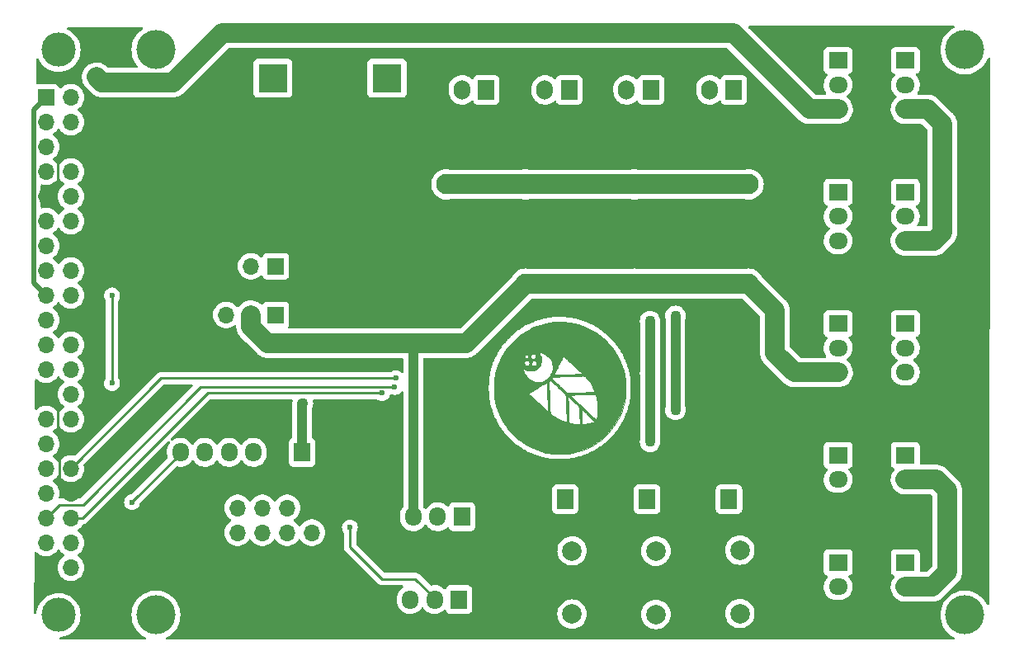
<source format=gbr>
G04 #@! TF.GenerationSoftware,KiCad,Pcbnew,7.0.7*
G04 #@! TF.CreationDate,2023-10-12T15:34:55+02:00*
G04 #@! TF.ProjectId,Astroplant_VFR,41737472-6f70-46c6-916e-745f5646522e,0.5*
G04 #@! TF.SameCoordinates,Original*
G04 #@! TF.FileFunction,Copper,L2,Bot*
G04 #@! TF.FilePolarity,Positive*
%FSLAX46Y46*%
G04 Gerber Fmt 4.6, Leading zero omitted, Abs format (unit mm)*
G04 Created by KiCad (PCBNEW 7.0.7) date 2023-10-12 15:34:55*
%MOMM*%
%LPD*%
G01*
G04 APERTURE LIST*
G04 #@! TA.AperFunction,EtchedComponent*
%ADD10C,0.010000*%
G04 #@! TD*
G04 #@! TA.AperFunction,ComponentPad*
%ADD11R,1.700000X1.950000*%
G04 #@! TD*
G04 #@! TA.AperFunction,ComponentPad*
%ADD12O,1.700000X1.950000*%
G04 #@! TD*
G04 #@! TA.AperFunction,ComponentPad*
%ADD13R,1.700000X1.700000*%
G04 #@! TD*
G04 #@! TA.AperFunction,ComponentPad*
%ADD14O,1.700000X1.700000*%
G04 #@! TD*
G04 #@! TA.AperFunction,ComponentPad*
%ADD15R,1.950000X1.700000*%
G04 #@! TD*
G04 #@! TA.AperFunction,ComponentPad*
%ADD16O,1.950000X1.700000*%
G04 #@! TD*
G04 #@! TA.AperFunction,ComponentPad*
%ADD17R,1.700000X2.000000*%
G04 #@! TD*
G04 #@! TA.AperFunction,ComponentPad*
%ADD18O,1.700000X2.000000*%
G04 #@! TD*
G04 #@! TA.AperFunction,ComponentPad*
%ADD19C,2.000000*%
G04 #@! TD*
G04 #@! TA.AperFunction,ComponentPad*
%ADD20R,3.000000X3.000000*%
G04 #@! TD*
G04 #@! TA.AperFunction,ComponentPad*
%ADD21C,3.000000*%
G04 #@! TD*
G04 #@! TA.AperFunction,ViaPad*
%ADD22C,3.500000*%
G04 #@! TD*
G04 #@! TA.AperFunction,ViaPad*
%ADD23C,4.000000*%
G04 #@! TD*
G04 #@! TA.AperFunction,ViaPad*
%ADD24C,1.100000*%
G04 #@! TD*
G04 #@! TA.AperFunction,ViaPad*
%ADD25C,2.100000*%
G04 #@! TD*
G04 #@! TA.AperFunction,ViaPad*
%ADD26C,0.600000*%
G04 #@! TD*
G04 #@! TA.AperFunction,Conductor*
%ADD27C,2.000000*%
G04 #@! TD*
G04 #@! TA.AperFunction,Conductor*
%ADD28C,1.000000*%
G04 #@! TD*
G04 #@! TA.AperFunction,Conductor*
%ADD29C,0.250000*%
G04 #@! TD*
G04 #@! TA.AperFunction,Conductor*
%ADD30C,0.500000*%
G04 #@! TD*
G04 APERTURE END LIST*
D10*
X154878692Y-66433933D02*
X155016200Y-66434750D01*
X155026000Y-66434825D01*
X155212416Y-66436858D01*
X155371874Y-66440246D01*
X155510956Y-66445605D01*
X155636245Y-66453551D01*
X155754325Y-66464702D01*
X155871777Y-66479674D01*
X155995185Y-66499082D01*
X156131132Y-66523544D01*
X156286200Y-66553676D01*
X156382414Y-66573543D01*
X156838601Y-66688152D01*
X157281996Y-66833227D01*
X157711407Y-67007576D01*
X158125641Y-67210005D01*
X158523502Y-67439321D01*
X158903799Y-67694329D01*
X159265337Y-67973836D01*
X159606923Y-68276650D01*
X159927364Y-68601575D01*
X160225465Y-68947420D01*
X160500033Y-69312989D01*
X160749875Y-69697091D01*
X160973797Y-70098530D01*
X161170606Y-70516115D01*
X161339108Y-70948650D01*
X161478109Y-71394943D01*
X161586417Y-71853800D01*
X161603928Y-71942688D01*
X161630864Y-72085864D01*
X161652611Y-72213874D01*
X161669710Y-72332844D01*
X161682699Y-72448903D01*
X161692117Y-72568179D01*
X161698504Y-72696798D01*
X161702398Y-72840890D01*
X161704339Y-73006581D01*
X161704866Y-73200000D01*
X161704714Y-73311862D01*
X161703463Y-73489032D01*
X161700497Y-73641898D01*
X161695277Y-73776588D01*
X161687262Y-73899231D01*
X161675916Y-74015954D01*
X161660697Y-74132884D01*
X161641067Y-74256150D01*
X161616486Y-74391880D01*
X161586417Y-74546200D01*
X161567154Y-74639456D01*
X161452539Y-75096050D01*
X161307465Y-75539812D01*
X161133123Y-75969550D01*
X160930704Y-76384074D01*
X160701399Y-76782192D01*
X160446400Y-77162713D01*
X160166897Y-77524447D01*
X159864081Y-77866202D01*
X159539144Y-78186786D01*
X159193276Y-78485010D01*
X158827669Y-78759682D01*
X158443514Y-79009610D01*
X158042001Y-79233604D01*
X157624322Y-79430473D01*
X157191668Y-79599026D01*
X156745231Y-79738071D01*
X156286200Y-79846417D01*
X156197312Y-79863928D01*
X156054136Y-79890864D01*
X155926126Y-79912612D01*
X155807156Y-79929710D01*
X155691097Y-79942699D01*
X155571821Y-79952117D01*
X155443202Y-79958504D01*
X155299110Y-79962398D01*
X155133419Y-79964340D01*
X154940000Y-79964867D01*
X154828138Y-79964715D01*
X154650968Y-79963464D01*
X154498102Y-79960498D01*
X154363412Y-79955277D01*
X154240769Y-79947263D01*
X154124046Y-79935916D01*
X154007116Y-79920697D01*
X153883850Y-79901067D01*
X153748120Y-79876487D01*
X153593800Y-79846417D01*
X153500544Y-79827154D01*
X153043950Y-79712539D01*
X152600188Y-79567465D01*
X152170450Y-79393123D01*
X151755926Y-79190704D01*
X151357808Y-78961400D01*
X150977287Y-78706400D01*
X150615553Y-78426897D01*
X150273798Y-78124081D01*
X149953214Y-77799144D01*
X149654990Y-77453276D01*
X149380318Y-77087669D01*
X149130390Y-76703514D01*
X148906396Y-76302001D01*
X148709527Y-75884323D01*
X148540974Y-75451669D01*
X148401929Y-75005231D01*
X148293583Y-74546200D01*
X148276072Y-74457312D01*
X148249136Y-74314136D01*
X148227388Y-74186126D01*
X148210290Y-74067156D01*
X148197301Y-73951097D01*
X148187883Y-73831822D01*
X148183936Y-73752351D01*
X151757528Y-73752351D01*
X151766456Y-73792869D01*
X151800892Y-73843324D01*
X151862366Y-73907843D01*
X151875830Y-73920683D01*
X151918691Y-73960951D01*
X151982863Y-74020807D01*
X152066000Y-74098078D01*
X152165758Y-74190593D01*
X152279792Y-74296180D01*
X152405758Y-74412667D01*
X152541311Y-74537884D01*
X152684106Y-74669657D01*
X152831800Y-74805815D01*
X153695400Y-75601568D01*
X153701049Y-75505684D01*
X153701341Y-75499634D01*
X153702043Y-75449560D01*
X153701517Y-75369551D01*
X153699861Y-75262869D01*
X153697177Y-75132776D01*
X153693566Y-74982536D01*
X153689129Y-74815409D01*
X153683966Y-74634660D01*
X153678179Y-74443549D01*
X153671868Y-74245339D01*
X153665135Y-74043293D01*
X153658079Y-73840672D01*
X153650802Y-73640740D01*
X153643406Y-73446758D01*
X153635990Y-73261989D01*
X153628655Y-73089695D01*
X153621503Y-72933139D01*
X153617582Y-72858623D01*
X153611188Y-72770034D01*
X153603827Y-72708431D01*
X153594948Y-72669655D01*
X153584002Y-72649545D01*
X153580285Y-72647387D01*
X153821555Y-72647387D01*
X153822177Y-72714565D01*
X153823741Y-72798275D01*
X153826264Y-72900440D01*
X153829764Y-73022984D01*
X153834259Y-73167832D01*
X153839767Y-73336908D01*
X153846305Y-73532135D01*
X153853892Y-73755439D01*
X153862545Y-74008743D01*
X153872283Y-74293972D01*
X153873409Y-74327055D01*
X153882075Y-74582447D01*
X153889739Y-74806477D01*
X153896647Y-75001357D01*
X153903048Y-75169300D01*
X153909186Y-75312519D01*
X153915310Y-75433227D01*
X153921665Y-75533636D01*
X153928498Y-75615960D01*
X153936056Y-75682411D01*
X153944585Y-75735202D01*
X153954333Y-75776545D01*
X153965546Y-75808654D01*
X153978470Y-75833742D01*
X153993352Y-75854020D01*
X154010439Y-75871702D01*
X154029978Y-75889001D01*
X154052215Y-75908130D01*
X154058024Y-75913181D01*
X154144249Y-75980854D01*
X154255591Y-76057939D01*
X154386384Y-76141067D01*
X154530966Y-76226866D01*
X154683672Y-76311968D01*
X154838838Y-76393001D01*
X154990800Y-76466595D01*
X155073144Y-76503098D01*
X155169893Y-76543343D01*
X155272714Y-76584099D01*
X155374187Y-76622553D01*
X155466889Y-76655893D01*
X155543397Y-76681308D01*
X155596289Y-76695986D01*
X155651445Y-76707945D01*
X155642705Y-76465273D01*
X155640704Y-76407244D01*
X155637520Y-76309397D01*
X155633720Y-76188256D01*
X155629483Y-76049664D01*
X155624986Y-75899462D01*
X155620410Y-75743494D01*
X155615930Y-75587600D01*
X155613642Y-75508998D01*
X155608079Y-75329424D01*
X155601815Y-75139919D01*
X155595160Y-74949239D01*
X155588423Y-74766143D01*
X155581915Y-74599388D01*
X155575945Y-74457731D01*
X155575640Y-74450854D01*
X155569257Y-74309367D01*
X155563767Y-74197213D01*
X155560966Y-74149256D01*
X155782447Y-74149256D01*
X155782638Y-74184479D01*
X155783446Y-74232823D01*
X155784922Y-74296361D01*
X155787114Y-74377166D01*
X155790074Y-74477310D01*
X155793850Y-74598865D01*
X155798494Y-74743905D01*
X155804055Y-74914503D01*
X155810582Y-75112731D01*
X155818127Y-75340661D01*
X155826739Y-75600367D01*
X155831000Y-75728626D01*
X155837873Y-75933284D01*
X155843902Y-76107945D01*
X155849242Y-76255084D01*
X155854045Y-76377173D01*
X155858465Y-76476686D01*
X155862655Y-76556094D01*
X155866769Y-76617871D01*
X155870960Y-76664490D01*
X155875381Y-76698423D01*
X155880186Y-76722144D01*
X155885527Y-76738125D01*
X155891559Y-76748839D01*
X155898434Y-76756760D01*
X155903957Y-76761570D01*
X155948219Y-76784269D01*
X156018429Y-76806422D01*
X156109214Y-76827452D01*
X156215200Y-76846783D01*
X156331013Y-76863839D01*
X156451281Y-76878044D01*
X156570629Y-76888823D01*
X156683684Y-76895599D01*
X156785074Y-76897795D01*
X156869424Y-76894837D01*
X156931361Y-76886147D01*
X156965511Y-76871151D01*
X156971051Y-76864707D01*
X156976845Y-76853407D01*
X156981232Y-76835796D01*
X156984214Y-76808815D01*
X156985793Y-76769406D01*
X156985970Y-76714511D01*
X156984747Y-76641070D01*
X156982124Y-76546026D01*
X156978104Y-76426319D01*
X156972688Y-76278891D01*
X156965877Y-76100684D01*
X156961583Y-75989889D01*
X156954482Y-75810602D01*
X156948223Y-75660565D01*
X156942579Y-75536799D01*
X156937322Y-75436325D01*
X156935473Y-75407244D01*
X157145894Y-75407244D01*
X157146258Y-75462536D01*
X157149224Y-75532567D01*
X157150416Y-75554954D01*
X157153716Y-75626573D01*
X157157747Y-75723832D01*
X157162292Y-75841069D01*
X157167135Y-75972626D01*
X157172059Y-76112842D01*
X157176850Y-76256057D01*
X157179852Y-76342558D01*
X157185072Y-76472103D01*
X157190650Y-76589002D01*
X157196337Y-76689013D01*
X157201881Y-76767894D01*
X157207034Y-76821404D01*
X157211546Y-76845300D01*
X157225831Y-76865188D01*
X157250673Y-76882440D01*
X157287565Y-76893080D01*
X157340037Y-76897120D01*
X157411620Y-76894575D01*
X157505843Y-76885460D01*
X157626238Y-76869788D01*
X157776333Y-76847574D01*
X157852524Y-76834779D01*
X157946460Y-76817040D01*
X158048088Y-76796331D01*
X158151559Y-76773986D01*
X158251020Y-76751341D01*
X158340623Y-76729728D01*
X158414515Y-76710483D01*
X158466847Y-76694938D01*
X158491767Y-76684429D01*
X158501090Y-76674718D01*
X158512933Y-76646618D01*
X158512886Y-76646206D01*
X158499083Y-76627643D01*
X158461652Y-76587736D01*
X158401976Y-76527805D01*
X158321437Y-76449167D01*
X158221416Y-76353142D01*
X158103296Y-76241049D01*
X157968459Y-76114207D01*
X157818286Y-75973934D01*
X157654160Y-75821550D01*
X157477462Y-75658374D01*
X157404609Y-75591535D01*
X157324875Y-75519055D01*
X157256171Y-75457339D01*
X157201946Y-75409456D01*
X157165646Y-75378476D01*
X157150720Y-75367467D01*
X157148066Y-75373923D01*
X157145894Y-75407244D01*
X156935473Y-75407244D01*
X156932227Y-75356167D01*
X156927066Y-75293346D01*
X156921613Y-75244884D01*
X156915640Y-75207803D01*
X156908922Y-75179125D01*
X156901231Y-75155873D01*
X156892340Y-75135069D01*
X156890423Y-75131680D01*
X156866925Y-75102901D01*
X156821022Y-75054165D01*
X156754983Y-74987697D01*
X156671079Y-74905720D01*
X156571578Y-74810457D01*
X156458752Y-74704132D01*
X156334870Y-74588969D01*
X156267711Y-74527022D01*
X156159088Y-74427228D01*
X156059588Y-74336306D01*
X155971827Y-74256619D01*
X155898422Y-74190527D01*
X155841987Y-74140393D01*
X155805138Y-74108579D01*
X155790492Y-74097446D01*
X155788997Y-74097410D01*
X155786853Y-74098119D01*
X155785075Y-74101585D01*
X155783715Y-74109881D01*
X155782822Y-74125081D01*
X155782447Y-74149256D01*
X155560966Y-74149256D01*
X155558679Y-74110076D01*
X155553498Y-74043639D01*
X155547735Y-73993586D01*
X155540894Y-73955599D01*
X155532485Y-73925363D01*
X155532383Y-73925102D01*
X155941889Y-73925102D01*
X155941993Y-73925325D01*
X155957103Y-73942355D01*
X155995168Y-73980593D01*
X156054358Y-74038323D01*
X156132842Y-74113829D01*
X156228788Y-74205396D01*
X156340365Y-74311307D01*
X156465742Y-74429847D01*
X156603088Y-74559299D01*
X156750573Y-74697948D01*
X156906363Y-74844079D01*
X157068630Y-74995974D01*
X157235540Y-75151918D01*
X157405264Y-75310196D01*
X157575970Y-75469091D01*
X157745827Y-75626888D01*
X157913004Y-75781870D01*
X158075670Y-75932322D01*
X158231993Y-76076528D01*
X158380143Y-76212772D01*
X158518288Y-76339338D01*
X158532191Y-76351975D01*
X158592365Y-76404913D01*
X158642633Y-76446370D01*
X158678081Y-76472431D01*
X158693796Y-76479182D01*
X158703027Y-76457663D01*
X158716183Y-76407566D01*
X158731791Y-76334996D01*
X158748816Y-76245664D01*
X158766225Y-76145284D01*
X158782983Y-76039567D01*
X158798056Y-75934225D01*
X158810411Y-75834970D01*
X158819045Y-75744899D01*
X158829617Y-75559087D01*
X158833383Y-75356599D01*
X158830548Y-75147445D01*
X158821319Y-74941634D01*
X158805904Y-74749175D01*
X158784508Y-74580078D01*
X158778168Y-74540910D01*
X158753581Y-74403711D01*
X158726422Y-74271358D01*
X158697926Y-74148629D01*
X158669333Y-74040303D01*
X158641880Y-73951158D01*
X158616803Y-73885974D01*
X158595340Y-73849528D01*
X158588778Y-73842482D01*
X158580315Y-73834493D01*
X158569739Y-73827742D01*
X158554785Y-73822248D01*
X158533186Y-73818031D01*
X158502676Y-73815110D01*
X158460991Y-73813505D01*
X158405864Y-73813235D01*
X158335030Y-73814320D01*
X158246223Y-73816779D01*
X158137177Y-73820632D01*
X158005626Y-73825899D01*
X157849306Y-73832599D01*
X157665950Y-73840752D01*
X157453292Y-73850377D01*
X157209067Y-73861494D01*
X157208407Y-73861524D01*
X157020058Y-73870030D01*
X156838904Y-73878083D01*
X156668274Y-73885544D01*
X156511499Y-73892273D01*
X156371906Y-73898130D01*
X156252826Y-73902976D01*
X156157588Y-73906671D01*
X156089521Y-73909074D01*
X156051955Y-73910047D01*
X156048599Y-73910087D01*
X155992693Y-73912681D01*
X155954418Y-73918056D01*
X155941889Y-73925102D01*
X155532383Y-73925102D01*
X155522015Y-73898560D01*
X155508990Y-73870874D01*
X155499411Y-73853201D01*
X155482529Y-73827827D01*
X155458621Y-73797547D01*
X155425687Y-73760371D01*
X155381728Y-73714310D01*
X155324742Y-73657372D01*
X155252731Y-73587569D01*
X155163694Y-73502908D01*
X155055630Y-73401401D01*
X154926541Y-73281057D01*
X154774426Y-73139885D01*
X154696142Y-73067441D01*
X154569480Y-72950662D01*
X154450469Y-72841463D01*
X154341554Y-72742059D01*
X154245183Y-72654665D01*
X154163802Y-72581498D01*
X154099858Y-72524772D01*
X154055797Y-72486702D01*
X154034067Y-72469505D01*
X153981065Y-72445617D01*
X153914258Y-72441686D01*
X153855360Y-72469196D01*
X153848328Y-72474171D01*
X153842061Y-72478372D01*
X153836593Y-72483711D01*
X153831941Y-72492112D01*
X153828124Y-72505498D01*
X153825159Y-72525795D01*
X153823064Y-72554926D01*
X153821857Y-72594815D01*
X153821555Y-72647387D01*
X153580285Y-72647387D01*
X153578339Y-72646257D01*
X153566344Y-72646026D01*
X153547028Y-72651387D01*
X153518232Y-72663546D01*
X153477797Y-72683709D01*
X153423566Y-72713080D01*
X153353379Y-72752866D01*
X153265079Y-72804271D01*
X153156507Y-72868502D01*
X153025504Y-72946763D01*
X152869913Y-73040260D01*
X152687574Y-73150199D01*
X152535355Y-73242213D01*
X152386069Y-73332734D01*
X152247441Y-73417072D01*
X152122096Y-73493618D01*
X152012658Y-73560761D01*
X151921750Y-73616893D01*
X151851995Y-73660403D01*
X151806017Y-73689681D01*
X151786440Y-73703117D01*
X151772578Y-73717644D01*
X151757528Y-73752351D01*
X148183936Y-73752351D01*
X148181496Y-73703202D01*
X148177602Y-73559110D01*
X148175660Y-73393419D01*
X148175133Y-73200000D01*
X148175285Y-73088138D01*
X148176536Y-72910969D01*
X148179502Y-72758103D01*
X148184723Y-72623412D01*
X148192737Y-72500769D01*
X148204084Y-72384047D01*
X148219303Y-72267116D01*
X148238933Y-72143850D01*
X148263513Y-72008121D01*
X148293583Y-71853800D01*
X148395406Y-71418937D01*
X148457818Y-71216142D01*
X151168697Y-71216142D01*
X151172313Y-71253043D01*
X151182395Y-71309231D01*
X151197114Y-71376565D01*
X151214643Y-71446904D01*
X151233153Y-71512108D01*
X151250817Y-71564035D01*
X151284121Y-71642893D01*
X151393817Y-71844215D01*
X151530966Y-72027905D01*
X151693130Y-72191375D01*
X151877867Y-72332031D01*
X152082735Y-72447283D01*
X152201784Y-72497958D01*
X152411312Y-72559656D01*
X152622860Y-72587866D01*
X152835074Y-72582666D01*
X153046599Y-72544136D01*
X153256083Y-72472353D01*
X153462170Y-72367397D01*
X153471508Y-72361669D01*
X153542896Y-72310565D01*
X153626544Y-72241038D01*
X153698066Y-72175637D01*
X154161798Y-72175637D01*
X154171929Y-72242743D01*
X154209649Y-72313719D01*
X154219534Y-72325207D01*
X154253708Y-72360601D01*
X154308028Y-72414641D01*
X154379630Y-72484616D01*
X154465655Y-72567819D01*
X154563239Y-72661540D01*
X154669521Y-72763071D01*
X154781639Y-72869701D01*
X154896730Y-72978723D01*
X155011934Y-73087426D01*
X155124388Y-73193103D01*
X155231230Y-73293044D01*
X155329598Y-73384540D01*
X155416630Y-73464882D01*
X155489465Y-73531361D01*
X155545241Y-73581268D01*
X155581095Y-73611894D01*
X155586957Y-73616636D01*
X155609654Y-73635024D01*
X155631045Y-73651123D01*
X155653326Y-73664992D01*
X155678695Y-73676693D01*
X155709348Y-73686286D01*
X155747482Y-73693833D01*
X155795293Y-73699393D01*
X155854979Y-73703028D01*
X155928735Y-73704798D01*
X156018759Y-73704764D01*
X156127247Y-73702988D01*
X156256396Y-73699529D01*
X156408402Y-73694448D01*
X156585463Y-73687806D01*
X156789774Y-73679664D01*
X157023533Y-73670083D01*
X157288937Y-73659123D01*
X157482683Y-73651027D01*
X157701639Y-73641539D01*
X157889575Y-73632943D01*
X158048081Y-73625147D01*
X158178744Y-73618056D01*
X158283154Y-73611578D01*
X158362899Y-73605620D01*
X158419569Y-73600089D01*
X158454752Y-73594891D01*
X158470037Y-73589934D01*
X158484392Y-73571909D01*
X158495789Y-73532360D01*
X158494058Y-73521819D01*
X158479522Y-73479633D01*
X158452309Y-73415276D01*
X158414958Y-73333867D01*
X158370004Y-73240526D01*
X158319984Y-73140374D01*
X158267436Y-73038528D01*
X158214898Y-72940110D01*
X158164905Y-72850239D01*
X158119995Y-72774034D01*
X158077998Y-72706999D01*
X157992952Y-72578473D01*
X157904392Y-72452911D01*
X157815329Y-72334025D01*
X157728773Y-72225528D01*
X157647736Y-72131135D01*
X157575228Y-72054559D01*
X157514260Y-71999513D01*
X157467844Y-71969711D01*
X157423260Y-71958370D01*
X157344374Y-71950747D01*
X157239244Y-71949100D01*
X157238588Y-71949109D01*
X157203482Y-71950012D01*
X157138525Y-71952106D01*
X157046750Y-71955272D01*
X156931189Y-71959395D01*
X156794875Y-71964357D01*
X156640843Y-71970043D01*
X156472124Y-71976336D01*
X156291752Y-71983119D01*
X156102760Y-71990276D01*
X155908181Y-71997690D01*
X155711048Y-72005244D01*
X155514395Y-72012823D01*
X155321253Y-72020309D01*
X155134658Y-72027586D01*
X154957641Y-72034537D01*
X154793235Y-72041046D01*
X154644474Y-72046997D01*
X154514391Y-72052272D01*
X154406019Y-72056756D01*
X154322391Y-72060331D01*
X154266541Y-72062881D01*
X154241500Y-72064290D01*
X154223768Y-72074185D01*
X154194933Y-72099334D01*
X154179666Y-72118353D01*
X154161798Y-72175637D01*
X153698066Y-72175637D01*
X153714938Y-72160208D01*
X153800558Y-72075195D01*
X153875888Y-71993117D01*
X153933411Y-71921094D01*
X153998573Y-71819463D01*
X154001535Y-71813833D01*
X154330400Y-71813833D01*
X154330578Y-71818470D01*
X154335386Y-71830671D01*
X154351077Y-71838500D01*
X154383397Y-71842903D01*
X154438090Y-71844827D01*
X154520900Y-71845218D01*
X154550481Y-71845022D01*
X154634588Y-71843544D01*
X154746755Y-71840741D01*
X154883097Y-71836764D01*
X155039729Y-71831761D01*
X155212768Y-71825884D01*
X155398329Y-71819280D01*
X155592528Y-71812101D01*
X155791480Y-71804496D01*
X155991302Y-71796614D01*
X156188109Y-71788605D01*
X156378016Y-71780619D01*
X156557140Y-71772806D01*
X156721596Y-71765315D01*
X156867500Y-71758297D01*
X156990968Y-71751900D01*
X157088115Y-71746274D01*
X157263496Y-71735267D01*
X156313808Y-70855627D01*
X156292918Y-70836280D01*
X156141914Y-70696557D01*
X155998054Y-70563662D01*
X155863302Y-70439399D01*
X155739623Y-70325567D01*
X155628980Y-70223968D01*
X155533337Y-70136403D01*
X155454659Y-70064674D01*
X155394909Y-70010583D01*
X155356051Y-69975930D01*
X155340050Y-69962517D01*
X155317665Y-69959555D01*
X155279779Y-69978557D01*
X155274420Y-69985162D01*
X155253268Y-70019260D01*
X155219485Y-70078599D01*
X155174749Y-70159935D01*
X155120738Y-70260025D01*
X155059129Y-70375624D01*
X154991602Y-70503489D01*
X154919834Y-70640377D01*
X154845503Y-70783042D01*
X154770287Y-70928241D01*
X154695864Y-71072731D01*
X154623912Y-71213267D01*
X154556110Y-71346605D01*
X154494135Y-71469502D01*
X154439665Y-71578714D01*
X154394378Y-71670997D01*
X154359953Y-71743107D01*
X154338068Y-71791801D01*
X154330400Y-71813833D01*
X154001535Y-71813833D01*
X154072130Y-71679646D01*
X154134348Y-71533866D01*
X154178463Y-71396600D01*
X154190844Y-71342598D01*
X154214432Y-71150700D01*
X154210207Y-70950113D01*
X154178681Y-70748279D01*
X154120365Y-70552639D01*
X154107086Y-70518781D01*
X154013666Y-70331126D01*
X153892992Y-70154977D01*
X153749228Y-69994049D01*
X153586537Y-69852056D01*
X153409082Y-69732712D01*
X153221027Y-69639729D01*
X153026533Y-69576824D01*
X153006571Y-69572218D01*
X152932071Y-69557130D01*
X152865446Y-69546544D01*
X152819135Y-69542519D01*
X152755670Y-69542400D01*
X152830759Y-69644401D01*
X152904439Y-69764542D01*
X152969278Y-69917309D01*
X153014661Y-70082426D01*
X153038023Y-70250347D01*
X153036800Y-70411523D01*
X153029976Y-70472666D01*
X152991852Y-70661226D01*
X152928868Y-70829270D01*
X152839495Y-70980233D01*
X152722203Y-71117546D01*
X152608895Y-71217933D01*
X152456583Y-71316790D01*
X152290883Y-71386127D01*
X152109198Y-71426973D01*
X151908933Y-71440359D01*
X151723666Y-71429545D01*
X151555501Y-71395285D01*
X151400340Y-71335650D01*
X151251577Y-71248717D01*
X151222988Y-71230149D01*
X151187622Y-71210741D01*
X151170538Y-71206484D01*
X151168697Y-71216142D01*
X148457818Y-71216142D01*
X148533860Y-70969059D01*
X148648309Y-70672772D01*
X151283705Y-70672772D01*
X151313754Y-70761864D01*
X151316020Y-70766043D01*
X151370554Y-70834646D01*
X151439738Y-70877977D01*
X151517392Y-70897161D01*
X151597337Y-70893325D01*
X151673391Y-70867595D01*
X151739375Y-70821096D01*
X151789108Y-70754954D01*
X151816411Y-70670295D01*
X151817267Y-70654693D01*
X152017667Y-70654693D01*
X152027787Y-70735415D01*
X152064329Y-70812103D01*
X152123767Y-70875231D01*
X152195843Y-70913166D01*
X152279376Y-70929865D01*
X152361939Y-70923822D01*
X152432146Y-70894332D01*
X152495681Y-70834010D01*
X152538097Y-70750050D01*
X152552400Y-70648154D01*
X152552373Y-70640814D01*
X152547997Y-70583994D01*
X152531817Y-70541822D01*
X152497631Y-70497200D01*
X152481677Y-70480365D01*
X152433257Y-70439158D01*
X152388108Y-70411945D01*
X152372911Y-70406127D01*
X152285933Y-70392006D01*
X152202331Y-70408193D01*
X152127466Y-70451769D01*
X152066703Y-70519813D01*
X152025404Y-70609406D01*
X152017667Y-70654693D01*
X151817267Y-70654693D01*
X151818901Y-70624872D01*
X151802455Y-70539979D01*
X151762259Y-70464685D01*
X151702869Y-70409463D01*
X151699037Y-70407122D01*
X151609500Y-70368774D01*
X151522135Y-70363890D01*
X151434937Y-70392342D01*
X151374845Y-70432490D01*
X151316188Y-70502179D01*
X151285162Y-70584241D01*
X151283705Y-70672772D01*
X148648309Y-70672772D01*
X148702792Y-70531723D01*
X148901201Y-70108354D01*
X149002303Y-69926555D01*
X151318742Y-69926555D01*
X151326364Y-69995923D01*
X151356712Y-70056071D01*
X151404792Y-70102085D01*
X151465610Y-70129050D01*
X151534170Y-70132053D01*
X151605480Y-70106178D01*
X151616900Y-70098500D01*
X151660194Y-70053054D01*
X151692834Y-69995321D01*
X151705733Y-69940333D01*
X151704857Y-69927671D01*
X151704770Y-69927406D01*
X151947196Y-69927406D01*
X151950995Y-70007270D01*
X151980515Y-70089545D01*
X152035595Y-70150964D01*
X152114176Y-70189402D01*
X152214199Y-70202737D01*
X152294107Y-70193769D01*
X152372154Y-70158568D01*
X152429356Y-70096676D01*
X152465748Y-70008067D01*
X152473732Y-69942594D01*
X152459386Y-69855584D01*
X152419897Y-69777430D01*
X152359447Y-69715658D01*
X152282218Y-69677796D01*
X152240011Y-69667193D01*
X152194518Y-69662965D01*
X152151591Y-69672983D01*
X152095546Y-69699033D01*
X152058007Y-69720305D01*
X151997319Y-69772472D01*
X151962137Y-69838804D01*
X151947196Y-69927406D01*
X151704770Y-69927406D01*
X151686173Y-69870588D01*
X151650018Y-69814518D01*
X151605480Y-69774489D01*
X151598459Y-69770537D01*
X151526116Y-69748711D01*
X151453348Y-69755759D01*
X151388991Y-69789260D01*
X151341879Y-69846789D01*
X151338841Y-69852882D01*
X151318742Y-69926555D01*
X149002303Y-69926555D01*
X149128084Y-69700375D01*
X149382439Y-69309212D01*
X149663263Y-68936289D01*
X149969556Y-68583032D01*
X150300315Y-68250865D01*
X150654537Y-67941214D01*
X151031221Y-67655502D01*
X151429365Y-67395155D01*
X151743279Y-67216022D01*
X152149996Y-67015189D01*
X152567442Y-66843741D01*
X152997873Y-66700947D01*
X153443548Y-66586077D01*
X153906727Y-66498399D01*
X154389667Y-66437182D01*
X154405210Y-66436274D01*
X154456000Y-66435009D01*
X154533353Y-66434124D01*
X154632659Y-66433638D01*
X154749308Y-66433568D01*
X154878692Y-66433933D01*
G04 #@! TA.AperFunction,EtchedComponent*
G36*
X154878692Y-66433933D02*
G01*
X155016200Y-66434750D01*
X155026000Y-66434825D01*
X155212416Y-66436858D01*
X155371874Y-66440246D01*
X155510956Y-66445605D01*
X155636245Y-66453551D01*
X155754325Y-66464702D01*
X155871777Y-66479674D01*
X155995185Y-66499082D01*
X156131132Y-66523544D01*
X156286200Y-66553676D01*
X156382414Y-66573543D01*
X156838601Y-66688152D01*
X157281996Y-66833227D01*
X157711407Y-67007576D01*
X158125641Y-67210005D01*
X158523502Y-67439321D01*
X158903799Y-67694329D01*
X159265337Y-67973836D01*
X159606923Y-68276650D01*
X159927364Y-68601575D01*
X160225465Y-68947420D01*
X160500033Y-69312989D01*
X160749875Y-69697091D01*
X160973797Y-70098530D01*
X161170606Y-70516115D01*
X161339108Y-70948650D01*
X161478109Y-71394943D01*
X161586417Y-71853800D01*
X161603928Y-71942688D01*
X161630864Y-72085864D01*
X161652611Y-72213874D01*
X161669710Y-72332844D01*
X161682699Y-72448903D01*
X161692117Y-72568179D01*
X161698504Y-72696798D01*
X161702398Y-72840890D01*
X161704339Y-73006581D01*
X161704866Y-73200000D01*
X161704714Y-73311862D01*
X161703463Y-73489032D01*
X161700497Y-73641898D01*
X161695277Y-73776588D01*
X161687262Y-73899231D01*
X161675916Y-74015954D01*
X161660697Y-74132884D01*
X161641067Y-74256150D01*
X161616486Y-74391880D01*
X161586417Y-74546200D01*
X161567154Y-74639456D01*
X161452539Y-75096050D01*
X161307465Y-75539812D01*
X161133123Y-75969550D01*
X160930704Y-76384074D01*
X160701399Y-76782192D01*
X160446400Y-77162713D01*
X160166897Y-77524447D01*
X159864081Y-77866202D01*
X159539144Y-78186786D01*
X159193276Y-78485010D01*
X158827669Y-78759682D01*
X158443514Y-79009610D01*
X158042001Y-79233604D01*
X157624322Y-79430473D01*
X157191668Y-79599026D01*
X156745231Y-79738071D01*
X156286200Y-79846417D01*
X156197312Y-79863928D01*
X156054136Y-79890864D01*
X155926126Y-79912612D01*
X155807156Y-79929710D01*
X155691097Y-79942699D01*
X155571821Y-79952117D01*
X155443202Y-79958504D01*
X155299110Y-79962398D01*
X155133419Y-79964340D01*
X154940000Y-79964867D01*
X154828138Y-79964715D01*
X154650968Y-79963464D01*
X154498102Y-79960498D01*
X154363412Y-79955277D01*
X154240769Y-79947263D01*
X154124046Y-79935916D01*
X154007116Y-79920697D01*
X153883850Y-79901067D01*
X153748120Y-79876487D01*
X153593800Y-79846417D01*
X153500544Y-79827154D01*
X153043950Y-79712539D01*
X152600188Y-79567465D01*
X152170450Y-79393123D01*
X151755926Y-79190704D01*
X151357808Y-78961400D01*
X150977287Y-78706400D01*
X150615553Y-78426897D01*
X150273798Y-78124081D01*
X149953214Y-77799144D01*
X149654990Y-77453276D01*
X149380318Y-77087669D01*
X149130390Y-76703514D01*
X148906396Y-76302001D01*
X148709527Y-75884323D01*
X148540974Y-75451669D01*
X148401929Y-75005231D01*
X148293583Y-74546200D01*
X148276072Y-74457312D01*
X148249136Y-74314136D01*
X148227388Y-74186126D01*
X148210290Y-74067156D01*
X148197301Y-73951097D01*
X148187883Y-73831822D01*
X148183936Y-73752351D01*
X151757528Y-73752351D01*
X151766456Y-73792869D01*
X151800892Y-73843324D01*
X151862366Y-73907843D01*
X151875830Y-73920683D01*
X151918691Y-73960951D01*
X151982863Y-74020807D01*
X152066000Y-74098078D01*
X152165758Y-74190593D01*
X152279792Y-74296180D01*
X152405758Y-74412667D01*
X152541311Y-74537884D01*
X152684106Y-74669657D01*
X152831800Y-74805815D01*
X153695400Y-75601568D01*
X153701049Y-75505684D01*
X153701341Y-75499634D01*
X153702043Y-75449560D01*
X153701517Y-75369551D01*
X153699861Y-75262869D01*
X153697177Y-75132776D01*
X153693566Y-74982536D01*
X153689129Y-74815409D01*
X153683966Y-74634660D01*
X153678179Y-74443549D01*
X153671868Y-74245339D01*
X153665135Y-74043293D01*
X153658079Y-73840672D01*
X153650802Y-73640740D01*
X153643406Y-73446758D01*
X153635990Y-73261989D01*
X153628655Y-73089695D01*
X153621503Y-72933139D01*
X153617582Y-72858623D01*
X153611188Y-72770034D01*
X153603827Y-72708431D01*
X153594948Y-72669655D01*
X153584002Y-72649545D01*
X153580285Y-72647387D01*
X153821555Y-72647387D01*
X153822177Y-72714565D01*
X153823741Y-72798275D01*
X153826264Y-72900440D01*
X153829764Y-73022984D01*
X153834259Y-73167832D01*
X153839767Y-73336908D01*
X153846305Y-73532135D01*
X153853892Y-73755439D01*
X153862545Y-74008743D01*
X153872283Y-74293972D01*
X153873409Y-74327055D01*
X153882075Y-74582447D01*
X153889739Y-74806477D01*
X153896647Y-75001357D01*
X153903048Y-75169300D01*
X153909186Y-75312519D01*
X153915310Y-75433227D01*
X153921665Y-75533636D01*
X153928498Y-75615960D01*
X153936056Y-75682411D01*
X153944585Y-75735202D01*
X153954333Y-75776545D01*
X153965546Y-75808654D01*
X153978470Y-75833742D01*
X153993352Y-75854020D01*
X154010439Y-75871702D01*
X154029978Y-75889001D01*
X154052215Y-75908130D01*
X154058024Y-75913181D01*
X154144249Y-75980854D01*
X154255591Y-76057939D01*
X154386384Y-76141067D01*
X154530966Y-76226866D01*
X154683672Y-76311968D01*
X154838838Y-76393001D01*
X154990800Y-76466595D01*
X155073144Y-76503098D01*
X155169893Y-76543343D01*
X155272714Y-76584099D01*
X155374187Y-76622553D01*
X155466889Y-76655893D01*
X155543397Y-76681308D01*
X155596289Y-76695986D01*
X155651445Y-76707945D01*
X155642705Y-76465273D01*
X155640704Y-76407244D01*
X155637520Y-76309397D01*
X155633720Y-76188256D01*
X155629483Y-76049664D01*
X155624986Y-75899462D01*
X155620410Y-75743494D01*
X155615930Y-75587600D01*
X155613642Y-75508998D01*
X155608079Y-75329424D01*
X155601815Y-75139919D01*
X155595160Y-74949239D01*
X155588423Y-74766143D01*
X155581915Y-74599388D01*
X155575945Y-74457731D01*
X155575640Y-74450854D01*
X155569257Y-74309367D01*
X155563767Y-74197213D01*
X155560966Y-74149256D01*
X155782447Y-74149256D01*
X155782638Y-74184479D01*
X155783446Y-74232823D01*
X155784922Y-74296361D01*
X155787114Y-74377166D01*
X155790074Y-74477310D01*
X155793850Y-74598865D01*
X155798494Y-74743905D01*
X155804055Y-74914503D01*
X155810582Y-75112731D01*
X155818127Y-75340661D01*
X155826739Y-75600367D01*
X155831000Y-75728626D01*
X155837873Y-75933284D01*
X155843902Y-76107945D01*
X155849242Y-76255084D01*
X155854045Y-76377173D01*
X155858465Y-76476686D01*
X155862655Y-76556094D01*
X155866769Y-76617871D01*
X155870960Y-76664490D01*
X155875381Y-76698423D01*
X155880186Y-76722144D01*
X155885527Y-76738125D01*
X155891559Y-76748839D01*
X155898434Y-76756760D01*
X155903957Y-76761570D01*
X155948219Y-76784269D01*
X156018429Y-76806422D01*
X156109214Y-76827452D01*
X156215200Y-76846783D01*
X156331013Y-76863839D01*
X156451281Y-76878044D01*
X156570629Y-76888823D01*
X156683684Y-76895599D01*
X156785074Y-76897795D01*
X156869424Y-76894837D01*
X156931361Y-76886147D01*
X156965511Y-76871151D01*
X156971051Y-76864707D01*
X156976845Y-76853407D01*
X156981232Y-76835796D01*
X156984214Y-76808815D01*
X156985793Y-76769406D01*
X156985970Y-76714511D01*
X156984747Y-76641070D01*
X156982124Y-76546026D01*
X156978104Y-76426319D01*
X156972688Y-76278891D01*
X156965877Y-76100684D01*
X156961583Y-75989889D01*
X156954482Y-75810602D01*
X156948223Y-75660565D01*
X156942579Y-75536799D01*
X156937322Y-75436325D01*
X156935473Y-75407244D01*
X157145894Y-75407244D01*
X157146258Y-75462536D01*
X157149224Y-75532567D01*
X157150416Y-75554954D01*
X157153716Y-75626573D01*
X157157747Y-75723832D01*
X157162292Y-75841069D01*
X157167135Y-75972626D01*
X157172059Y-76112842D01*
X157176850Y-76256057D01*
X157179852Y-76342558D01*
X157185072Y-76472103D01*
X157190650Y-76589002D01*
X157196337Y-76689013D01*
X157201881Y-76767894D01*
X157207034Y-76821404D01*
X157211546Y-76845300D01*
X157225831Y-76865188D01*
X157250673Y-76882440D01*
X157287565Y-76893080D01*
X157340037Y-76897120D01*
X157411620Y-76894575D01*
X157505843Y-76885460D01*
X157626238Y-76869788D01*
X157776333Y-76847574D01*
X157852524Y-76834779D01*
X157946460Y-76817040D01*
X158048088Y-76796331D01*
X158151559Y-76773986D01*
X158251020Y-76751341D01*
X158340623Y-76729728D01*
X158414515Y-76710483D01*
X158466847Y-76694938D01*
X158491767Y-76684429D01*
X158501090Y-76674718D01*
X158512933Y-76646618D01*
X158512886Y-76646206D01*
X158499083Y-76627643D01*
X158461652Y-76587736D01*
X158401976Y-76527805D01*
X158321437Y-76449167D01*
X158221416Y-76353142D01*
X158103296Y-76241049D01*
X157968459Y-76114207D01*
X157818286Y-75973934D01*
X157654160Y-75821550D01*
X157477462Y-75658374D01*
X157404609Y-75591535D01*
X157324875Y-75519055D01*
X157256171Y-75457339D01*
X157201946Y-75409456D01*
X157165646Y-75378476D01*
X157150720Y-75367467D01*
X157148066Y-75373923D01*
X157145894Y-75407244D01*
X156935473Y-75407244D01*
X156932227Y-75356167D01*
X156927066Y-75293346D01*
X156921613Y-75244884D01*
X156915640Y-75207803D01*
X156908922Y-75179125D01*
X156901231Y-75155873D01*
X156892340Y-75135069D01*
X156890423Y-75131680D01*
X156866925Y-75102901D01*
X156821022Y-75054165D01*
X156754983Y-74987697D01*
X156671079Y-74905720D01*
X156571578Y-74810457D01*
X156458752Y-74704132D01*
X156334870Y-74588969D01*
X156267711Y-74527022D01*
X156159088Y-74427228D01*
X156059588Y-74336306D01*
X155971827Y-74256619D01*
X155898422Y-74190527D01*
X155841987Y-74140393D01*
X155805138Y-74108579D01*
X155790492Y-74097446D01*
X155788997Y-74097410D01*
X155786853Y-74098119D01*
X155785075Y-74101585D01*
X155783715Y-74109881D01*
X155782822Y-74125081D01*
X155782447Y-74149256D01*
X155560966Y-74149256D01*
X155558679Y-74110076D01*
X155553498Y-74043639D01*
X155547735Y-73993586D01*
X155540894Y-73955599D01*
X155532485Y-73925363D01*
X155532383Y-73925102D01*
X155941889Y-73925102D01*
X155941993Y-73925325D01*
X155957103Y-73942355D01*
X155995168Y-73980593D01*
X156054358Y-74038323D01*
X156132842Y-74113829D01*
X156228788Y-74205396D01*
X156340365Y-74311307D01*
X156465742Y-74429847D01*
X156603088Y-74559299D01*
X156750573Y-74697948D01*
X156906363Y-74844079D01*
X157068630Y-74995974D01*
X157235540Y-75151918D01*
X157405264Y-75310196D01*
X157575970Y-75469091D01*
X157745827Y-75626888D01*
X157913004Y-75781870D01*
X158075670Y-75932322D01*
X158231993Y-76076528D01*
X158380143Y-76212772D01*
X158518288Y-76339338D01*
X158532191Y-76351975D01*
X158592365Y-76404913D01*
X158642633Y-76446370D01*
X158678081Y-76472431D01*
X158693796Y-76479182D01*
X158703027Y-76457663D01*
X158716183Y-76407566D01*
X158731791Y-76334996D01*
X158748816Y-76245664D01*
X158766225Y-76145284D01*
X158782983Y-76039567D01*
X158798056Y-75934225D01*
X158810411Y-75834970D01*
X158819045Y-75744899D01*
X158829617Y-75559087D01*
X158833383Y-75356599D01*
X158830548Y-75147445D01*
X158821319Y-74941634D01*
X158805904Y-74749175D01*
X158784508Y-74580078D01*
X158778168Y-74540910D01*
X158753581Y-74403711D01*
X158726422Y-74271358D01*
X158697926Y-74148629D01*
X158669333Y-74040303D01*
X158641880Y-73951158D01*
X158616803Y-73885974D01*
X158595340Y-73849528D01*
X158588778Y-73842482D01*
X158580315Y-73834493D01*
X158569739Y-73827742D01*
X158554785Y-73822248D01*
X158533186Y-73818031D01*
X158502676Y-73815110D01*
X158460991Y-73813505D01*
X158405864Y-73813235D01*
X158335030Y-73814320D01*
X158246223Y-73816779D01*
X158137177Y-73820632D01*
X158005626Y-73825899D01*
X157849306Y-73832599D01*
X157665950Y-73840752D01*
X157453292Y-73850377D01*
X157209067Y-73861494D01*
X157208407Y-73861524D01*
X157020058Y-73870030D01*
X156838904Y-73878083D01*
X156668274Y-73885544D01*
X156511499Y-73892273D01*
X156371906Y-73898130D01*
X156252826Y-73902976D01*
X156157588Y-73906671D01*
X156089521Y-73909074D01*
X156051955Y-73910047D01*
X156048599Y-73910087D01*
X155992693Y-73912681D01*
X155954418Y-73918056D01*
X155941889Y-73925102D01*
X155532383Y-73925102D01*
X155522015Y-73898560D01*
X155508990Y-73870874D01*
X155499411Y-73853201D01*
X155482529Y-73827827D01*
X155458621Y-73797547D01*
X155425687Y-73760371D01*
X155381728Y-73714310D01*
X155324742Y-73657372D01*
X155252731Y-73587569D01*
X155163694Y-73502908D01*
X155055630Y-73401401D01*
X154926541Y-73281057D01*
X154774426Y-73139885D01*
X154696142Y-73067441D01*
X154569480Y-72950662D01*
X154450469Y-72841463D01*
X154341554Y-72742059D01*
X154245183Y-72654665D01*
X154163802Y-72581498D01*
X154099858Y-72524772D01*
X154055797Y-72486702D01*
X154034067Y-72469505D01*
X153981065Y-72445617D01*
X153914258Y-72441686D01*
X153855360Y-72469196D01*
X153848328Y-72474171D01*
X153842061Y-72478372D01*
X153836593Y-72483711D01*
X153831941Y-72492112D01*
X153828124Y-72505498D01*
X153825159Y-72525795D01*
X153823064Y-72554926D01*
X153821857Y-72594815D01*
X153821555Y-72647387D01*
X153580285Y-72647387D01*
X153578339Y-72646257D01*
X153566344Y-72646026D01*
X153547028Y-72651387D01*
X153518232Y-72663546D01*
X153477797Y-72683709D01*
X153423566Y-72713080D01*
X153353379Y-72752866D01*
X153265079Y-72804271D01*
X153156507Y-72868502D01*
X153025504Y-72946763D01*
X152869913Y-73040260D01*
X152687574Y-73150199D01*
X152535355Y-73242213D01*
X152386069Y-73332734D01*
X152247441Y-73417072D01*
X152122096Y-73493618D01*
X152012658Y-73560761D01*
X151921750Y-73616893D01*
X151851995Y-73660403D01*
X151806017Y-73689681D01*
X151786440Y-73703117D01*
X151772578Y-73717644D01*
X151757528Y-73752351D01*
X148183936Y-73752351D01*
X148181496Y-73703202D01*
X148177602Y-73559110D01*
X148175660Y-73393419D01*
X148175133Y-73200000D01*
X148175285Y-73088138D01*
X148176536Y-72910969D01*
X148179502Y-72758103D01*
X148184723Y-72623412D01*
X148192737Y-72500769D01*
X148204084Y-72384047D01*
X148219303Y-72267116D01*
X148238933Y-72143850D01*
X148263513Y-72008121D01*
X148293583Y-71853800D01*
X148395406Y-71418937D01*
X148457818Y-71216142D01*
X151168697Y-71216142D01*
X151172313Y-71253043D01*
X151182395Y-71309231D01*
X151197114Y-71376565D01*
X151214643Y-71446904D01*
X151233153Y-71512108D01*
X151250817Y-71564035D01*
X151284121Y-71642893D01*
X151393817Y-71844215D01*
X151530966Y-72027905D01*
X151693130Y-72191375D01*
X151877867Y-72332031D01*
X152082735Y-72447283D01*
X152201784Y-72497958D01*
X152411312Y-72559656D01*
X152622860Y-72587866D01*
X152835074Y-72582666D01*
X153046599Y-72544136D01*
X153256083Y-72472353D01*
X153462170Y-72367397D01*
X153471508Y-72361669D01*
X153542896Y-72310565D01*
X153626544Y-72241038D01*
X153698066Y-72175637D01*
X154161798Y-72175637D01*
X154171929Y-72242743D01*
X154209649Y-72313719D01*
X154219534Y-72325207D01*
X154253708Y-72360601D01*
X154308028Y-72414641D01*
X154379630Y-72484616D01*
X154465655Y-72567819D01*
X154563239Y-72661540D01*
X154669521Y-72763071D01*
X154781639Y-72869701D01*
X154896730Y-72978723D01*
X155011934Y-73087426D01*
X155124388Y-73193103D01*
X155231230Y-73293044D01*
X155329598Y-73384540D01*
X155416630Y-73464882D01*
X155489465Y-73531361D01*
X155545241Y-73581268D01*
X155581095Y-73611894D01*
X155586957Y-73616636D01*
X155609654Y-73635024D01*
X155631045Y-73651123D01*
X155653326Y-73664992D01*
X155678695Y-73676693D01*
X155709348Y-73686286D01*
X155747482Y-73693833D01*
X155795293Y-73699393D01*
X155854979Y-73703028D01*
X155928735Y-73704798D01*
X156018759Y-73704764D01*
X156127247Y-73702988D01*
X156256396Y-73699529D01*
X156408402Y-73694448D01*
X156585463Y-73687806D01*
X156789774Y-73679664D01*
X157023533Y-73670083D01*
X157288937Y-73659123D01*
X157482683Y-73651027D01*
X157701639Y-73641539D01*
X157889575Y-73632943D01*
X158048081Y-73625147D01*
X158178744Y-73618056D01*
X158283154Y-73611578D01*
X158362899Y-73605620D01*
X158419569Y-73600089D01*
X158454752Y-73594891D01*
X158470037Y-73589934D01*
X158484392Y-73571909D01*
X158495789Y-73532360D01*
X158494058Y-73521819D01*
X158479522Y-73479633D01*
X158452309Y-73415276D01*
X158414958Y-73333867D01*
X158370004Y-73240526D01*
X158319984Y-73140374D01*
X158267436Y-73038528D01*
X158214898Y-72940110D01*
X158164905Y-72850239D01*
X158119995Y-72774034D01*
X158077998Y-72706999D01*
X157992952Y-72578473D01*
X157904392Y-72452911D01*
X157815329Y-72334025D01*
X157728773Y-72225528D01*
X157647736Y-72131135D01*
X157575228Y-72054559D01*
X157514260Y-71999513D01*
X157467844Y-71969711D01*
X157423260Y-71958370D01*
X157344374Y-71950747D01*
X157239244Y-71949100D01*
X157238588Y-71949109D01*
X157203482Y-71950012D01*
X157138525Y-71952106D01*
X157046750Y-71955272D01*
X156931189Y-71959395D01*
X156794875Y-71964357D01*
X156640843Y-71970043D01*
X156472124Y-71976336D01*
X156291752Y-71983119D01*
X156102760Y-71990276D01*
X155908181Y-71997690D01*
X155711048Y-72005244D01*
X155514395Y-72012823D01*
X155321253Y-72020309D01*
X155134658Y-72027586D01*
X154957641Y-72034537D01*
X154793235Y-72041046D01*
X154644474Y-72046997D01*
X154514391Y-72052272D01*
X154406019Y-72056756D01*
X154322391Y-72060331D01*
X154266541Y-72062881D01*
X154241500Y-72064290D01*
X154223768Y-72074185D01*
X154194933Y-72099334D01*
X154179666Y-72118353D01*
X154161798Y-72175637D01*
X153698066Y-72175637D01*
X153714938Y-72160208D01*
X153800558Y-72075195D01*
X153875888Y-71993117D01*
X153933411Y-71921094D01*
X153998573Y-71819463D01*
X154001535Y-71813833D01*
X154330400Y-71813833D01*
X154330578Y-71818470D01*
X154335386Y-71830671D01*
X154351077Y-71838500D01*
X154383397Y-71842903D01*
X154438090Y-71844827D01*
X154520900Y-71845218D01*
X154550481Y-71845022D01*
X154634588Y-71843544D01*
X154746755Y-71840741D01*
X154883097Y-71836764D01*
X155039729Y-71831761D01*
X155212768Y-71825884D01*
X155398329Y-71819280D01*
X155592528Y-71812101D01*
X155791480Y-71804496D01*
X155991302Y-71796614D01*
X156188109Y-71788605D01*
X156378016Y-71780619D01*
X156557140Y-71772806D01*
X156721596Y-71765315D01*
X156867500Y-71758297D01*
X156990968Y-71751900D01*
X157088115Y-71746274D01*
X157263496Y-71735267D01*
X156313808Y-70855627D01*
X156292918Y-70836280D01*
X156141914Y-70696557D01*
X155998054Y-70563662D01*
X155863302Y-70439399D01*
X155739623Y-70325567D01*
X155628980Y-70223968D01*
X155533337Y-70136403D01*
X155454659Y-70064674D01*
X155394909Y-70010583D01*
X155356051Y-69975930D01*
X155340050Y-69962517D01*
X155317665Y-69959555D01*
X155279779Y-69978557D01*
X155274420Y-69985162D01*
X155253268Y-70019260D01*
X155219485Y-70078599D01*
X155174749Y-70159935D01*
X155120738Y-70260025D01*
X155059129Y-70375624D01*
X154991602Y-70503489D01*
X154919834Y-70640377D01*
X154845503Y-70783042D01*
X154770287Y-70928241D01*
X154695864Y-71072731D01*
X154623912Y-71213267D01*
X154556110Y-71346605D01*
X154494135Y-71469502D01*
X154439665Y-71578714D01*
X154394378Y-71670997D01*
X154359953Y-71743107D01*
X154338068Y-71791801D01*
X154330400Y-71813833D01*
X154001535Y-71813833D01*
X154072130Y-71679646D01*
X154134348Y-71533866D01*
X154178463Y-71396600D01*
X154190844Y-71342598D01*
X154214432Y-71150700D01*
X154210207Y-70950113D01*
X154178681Y-70748279D01*
X154120365Y-70552639D01*
X154107086Y-70518781D01*
X154013666Y-70331126D01*
X153892992Y-70154977D01*
X153749228Y-69994049D01*
X153586537Y-69852056D01*
X153409082Y-69732712D01*
X153221027Y-69639729D01*
X153026533Y-69576824D01*
X153006571Y-69572218D01*
X152932071Y-69557130D01*
X152865446Y-69546544D01*
X152819135Y-69542519D01*
X152755670Y-69542400D01*
X152830759Y-69644401D01*
X152904439Y-69764542D01*
X152969278Y-69917309D01*
X153014661Y-70082426D01*
X153038023Y-70250347D01*
X153036800Y-70411523D01*
X153029976Y-70472666D01*
X152991852Y-70661226D01*
X152928868Y-70829270D01*
X152839495Y-70980233D01*
X152722203Y-71117546D01*
X152608895Y-71217933D01*
X152456583Y-71316790D01*
X152290883Y-71386127D01*
X152109198Y-71426973D01*
X151908933Y-71440359D01*
X151723666Y-71429545D01*
X151555501Y-71395285D01*
X151400340Y-71335650D01*
X151251577Y-71248717D01*
X151222988Y-71230149D01*
X151187622Y-71210741D01*
X151170538Y-71206484D01*
X151168697Y-71216142D01*
X148457818Y-71216142D01*
X148533860Y-70969059D01*
X148648309Y-70672772D01*
X151283705Y-70672772D01*
X151313754Y-70761864D01*
X151316020Y-70766043D01*
X151370554Y-70834646D01*
X151439738Y-70877977D01*
X151517392Y-70897161D01*
X151597337Y-70893325D01*
X151673391Y-70867595D01*
X151739375Y-70821096D01*
X151789108Y-70754954D01*
X151816411Y-70670295D01*
X151817267Y-70654693D01*
X152017667Y-70654693D01*
X152027787Y-70735415D01*
X152064329Y-70812103D01*
X152123767Y-70875231D01*
X152195843Y-70913166D01*
X152279376Y-70929865D01*
X152361939Y-70923822D01*
X152432146Y-70894332D01*
X152495681Y-70834010D01*
X152538097Y-70750050D01*
X152552400Y-70648154D01*
X152552373Y-70640814D01*
X152547997Y-70583994D01*
X152531817Y-70541822D01*
X152497631Y-70497200D01*
X152481677Y-70480365D01*
X152433257Y-70439158D01*
X152388108Y-70411945D01*
X152372911Y-70406127D01*
X152285933Y-70392006D01*
X152202331Y-70408193D01*
X152127466Y-70451769D01*
X152066703Y-70519813D01*
X152025404Y-70609406D01*
X152017667Y-70654693D01*
X151817267Y-70654693D01*
X151818901Y-70624872D01*
X151802455Y-70539979D01*
X151762259Y-70464685D01*
X151702869Y-70409463D01*
X151699037Y-70407122D01*
X151609500Y-70368774D01*
X151522135Y-70363890D01*
X151434937Y-70392342D01*
X151374845Y-70432490D01*
X151316188Y-70502179D01*
X151285162Y-70584241D01*
X151283705Y-70672772D01*
X148648309Y-70672772D01*
X148702792Y-70531723D01*
X148901201Y-70108354D01*
X149002303Y-69926555D01*
X151318742Y-69926555D01*
X151326364Y-69995923D01*
X151356712Y-70056071D01*
X151404792Y-70102085D01*
X151465610Y-70129050D01*
X151534170Y-70132053D01*
X151605480Y-70106178D01*
X151616900Y-70098500D01*
X151660194Y-70053054D01*
X151692834Y-69995321D01*
X151705733Y-69940333D01*
X151704857Y-69927671D01*
X151704770Y-69927406D01*
X151947196Y-69927406D01*
X151950995Y-70007270D01*
X151980515Y-70089545D01*
X152035595Y-70150964D01*
X152114176Y-70189402D01*
X152214199Y-70202737D01*
X152294107Y-70193769D01*
X152372154Y-70158568D01*
X152429356Y-70096676D01*
X152465748Y-70008067D01*
X152473732Y-69942594D01*
X152459386Y-69855584D01*
X152419897Y-69777430D01*
X152359447Y-69715658D01*
X152282218Y-69677796D01*
X152240011Y-69667193D01*
X152194518Y-69662965D01*
X152151591Y-69672983D01*
X152095546Y-69699033D01*
X152058007Y-69720305D01*
X151997319Y-69772472D01*
X151962137Y-69838804D01*
X151947196Y-69927406D01*
X151704770Y-69927406D01*
X151686173Y-69870588D01*
X151650018Y-69814518D01*
X151605480Y-69774489D01*
X151598459Y-69770537D01*
X151526116Y-69748711D01*
X151453348Y-69755759D01*
X151388991Y-69789260D01*
X151341879Y-69846789D01*
X151338841Y-69852882D01*
X151318742Y-69926555D01*
X149002303Y-69926555D01*
X149128084Y-69700375D01*
X149382439Y-69309212D01*
X149663263Y-68936289D01*
X149969556Y-68583032D01*
X150300315Y-68250865D01*
X150654537Y-67941214D01*
X151031221Y-67655502D01*
X151429365Y-67395155D01*
X151743279Y-67216022D01*
X152149996Y-67015189D01*
X152567442Y-66843741D01*
X152997873Y-66700947D01*
X153443548Y-66586077D01*
X153906727Y-66498399D01*
X154389667Y-66437182D01*
X154405210Y-66436274D01*
X154456000Y-66435009D01*
X154533353Y-66434124D01*
X154632659Y-66433638D01*
X154749308Y-66433568D01*
X154878692Y-66433933D01*
G37*
G04 #@! TD.AperFunction*
D11*
X128500000Y-79800000D03*
D12*
X126000000Y-79800000D03*
X123500000Y-79800000D03*
X121000000Y-79800000D03*
X118500000Y-79800000D03*
X116000000Y-79800000D03*
D13*
X102230000Y-43370000D03*
D14*
X104770000Y-43370000D03*
X102230000Y-45910000D03*
X104770000Y-45910000D03*
X102230000Y-48450000D03*
X104770000Y-48450000D03*
X102230000Y-50990000D03*
X104770000Y-50990000D03*
X102230000Y-53530000D03*
X104770000Y-53530000D03*
X102230000Y-56070000D03*
X104770000Y-56070000D03*
X102230000Y-58610000D03*
X104770000Y-58610000D03*
X102230000Y-61150000D03*
X104770000Y-61150000D03*
X102230000Y-63690000D03*
X104770000Y-63690000D03*
X102230000Y-66230000D03*
X104770000Y-66230000D03*
X102230000Y-68770000D03*
X104770000Y-68770000D03*
X102230000Y-71310000D03*
X104770000Y-71310000D03*
X102230000Y-73850000D03*
X104770000Y-73850000D03*
X102230000Y-76390000D03*
X104770000Y-76390000D03*
X102230000Y-78930000D03*
X104770000Y-78930000D03*
X102230000Y-81470000D03*
X104770000Y-81470000D03*
X102230000Y-84010000D03*
X104770000Y-84010000D03*
X102230000Y-86550000D03*
X104770000Y-86550000D03*
X102230000Y-89090000D03*
X104770000Y-89090000D03*
X102230000Y-91630000D03*
X104770000Y-91630000D03*
D15*
X190400000Y-91100000D03*
D16*
X190400000Y-93600000D03*
X190400000Y-96100000D03*
D15*
X183500000Y-91100000D03*
D16*
X183500000Y-93600000D03*
X183500000Y-96100000D03*
D17*
X155500000Y-84600000D03*
D18*
X153000000Y-84600000D03*
D13*
X129500000Y-85500000D03*
D14*
X129500000Y-88040000D03*
X126960000Y-85500000D03*
X126960000Y-88040000D03*
X124420000Y-85500000D03*
X124420000Y-88040000D03*
X121880000Y-85500000D03*
X121880000Y-88040000D03*
D15*
X183500000Y-80100000D03*
D16*
X183500000Y-82600000D03*
X183500000Y-85100000D03*
D17*
X163900000Y-84600000D03*
D18*
X161400000Y-84600000D03*
D15*
X190400000Y-80100000D03*
D16*
X190400000Y-82600000D03*
X190400000Y-85100000D03*
D11*
X144900000Y-86400000D03*
D12*
X142400000Y-86400000D03*
X139900000Y-86400000D03*
X137400000Y-86400000D03*
D17*
X172300000Y-84600000D03*
D18*
X169800000Y-84600000D03*
D11*
X144600000Y-94900000D03*
D12*
X142100000Y-94900000D03*
X139600000Y-94900000D03*
X137100000Y-94900000D03*
D17*
X164300000Y-42600000D03*
D18*
X161800000Y-42600000D03*
D17*
X172800000Y-42600000D03*
D18*
X170300000Y-42600000D03*
D17*
X155900000Y-42600000D03*
D18*
X153400000Y-42600000D03*
D17*
X147400000Y-42600000D03*
D18*
X144900000Y-42600000D03*
D15*
X183500000Y-39600000D03*
D16*
X183500000Y-42100000D03*
X183500000Y-44600000D03*
X183500000Y-47100000D03*
D15*
X183500000Y-66600000D03*
D16*
X183500000Y-69100000D03*
X183500000Y-71600000D03*
X183500000Y-74100000D03*
D15*
X190400000Y-39600000D03*
D16*
X190400000Y-42100000D03*
X190400000Y-44600000D03*
X190400000Y-47100000D03*
D15*
X183500000Y-53100000D03*
D16*
X183500000Y-55600000D03*
X183500000Y-58100000D03*
X183500000Y-60600000D03*
D15*
X190400000Y-66600000D03*
D16*
X190400000Y-69100000D03*
X190400000Y-71600000D03*
X190400000Y-74100000D03*
D15*
X190400000Y-53100000D03*
D16*
X190400000Y-55600000D03*
X190400000Y-58100000D03*
X190400000Y-60600000D03*
D13*
X125800000Y-65700000D03*
D14*
X123260000Y-65700000D03*
X120720000Y-65700000D03*
D13*
X125800000Y-60700000D03*
D14*
X123260000Y-60700000D03*
D19*
X156200000Y-89900000D03*
X156200000Y-96400000D03*
X151700000Y-89900000D03*
X151700000Y-96400000D03*
D20*
X125500000Y-41400000D03*
D21*
X120420000Y-41400000D03*
D20*
X137200000Y-41400000D03*
D21*
X132120000Y-41400000D03*
D19*
X164800000Y-89930000D03*
X164800000Y-96430000D03*
X160300000Y-89930000D03*
X160300000Y-96430000D03*
X173410000Y-89840000D03*
X173410000Y-96340000D03*
X168910000Y-89840000D03*
X168910000Y-96340000D03*
D22*
X103500000Y-96500000D03*
D23*
X196500000Y-38500000D03*
X113500000Y-38500000D03*
D22*
X103500000Y-38500000D03*
D23*
X196500000Y-96500000D03*
X113500000Y-96500000D03*
D24*
X177000000Y-69600000D03*
D25*
X162599996Y-62500000D03*
X151400000Y-62500000D03*
X174300000Y-62500000D03*
D24*
X139900000Y-68600000D03*
X159000000Y-59700000D03*
X116500000Y-63200000D03*
X170600000Y-59800000D03*
X128567808Y-74747821D03*
X164200000Y-78700000D03*
X164200000Y-66350022D03*
X164200000Y-71700000D03*
X107400000Y-41300000D03*
X166800000Y-75450000D03*
X166800000Y-65800000D03*
D26*
X111040706Y-84924604D03*
X138102749Y-72174991D03*
X133400000Y-87500000D03*
X137999998Y-73100000D03*
X136700000Y-73725010D03*
X109000000Y-72700000D03*
X108999992Y-63700000D03*
D25*
X151400000Y-52300000D03*
X174300000Y-52300000D03*
X143300000Y-52300000D03*
X162600000Y-52300000D03*
D27*
X183500000Y-71600000D02*
X179000000Y-71600000D01*
X124957919Y-68600000D02*
X139900000Y-68600000D01*
X145300000Y-68600000D02*
X151400000Y-62500000D01*
X179000000Y-71600000D02*
X177549999Y-70149999D01*
X177000000Y-65200000D02*
X177000000Y-68822183D01*
X174300000Y-62500000D02*
X162599996Y-62500000D01*
X123260000Y-65700000D02*
X123260000Y-66902081D01*
D28*
X139900000Y-79900000D02*
X139900000Y-68600000D01*
D27*
X177000000Y-68822183D02*
X177000000Y-69600000D01*
X123260000Y-66902081D02*
X124957919Y-68600000D01*
X174300000Y-62500000D02*
X177000000Y-65200000D01*
X177549999Y-70149999D02*
X177000000Y-69600000D01*
X151400000Y-62500000D02*
X162599996Y-62500000D01*
X139900000Y-68600000D02*
X145300000Y-68600000D01*
D28*
X139900000Y-79900000D02*
X139900000Y-86400000D01*
D29*
X103405001Y-75025001D02*
X103405001Y-77565001D01*
X103920001Y-78080001D02*
X104770000Y-78930000D01*
X103405001Y-77565001D02*
X103920001Y-78080001D01*
X103594999Y-82834999D02*
X103920001Y-83160001D01*
X104770000Y-78930000D02*
X103594999Y-80105001D01*
X102230000Y-73850000D02*
X103405001Y-75025001D01*
X103405001Y-52354999D02*
X103079999Y-52680001D01*
X103079999Y-52680001D02*
X102230000Y-53530000D01*
X103405001Y-49814999D02*
X103405001Y-52354999D01*
X104770000Y-48450000D02*
X103405001Y-49814999D01*
X103594999Y-80105001D02*
X103594999Y-82834999D01*
X103920001Y-83160001D02*
X104770000Y-84010000D01*
D27*
X120300000Y-36800000D02*
X115250001Y-41849999D01*
D30*
X101380001Y-62840001D02*
X102230000Y-63690000D01*
X102230000Y-43370000D02*
X100929999Y-44670001D01*
D27*
X193175000Y-93600000D02*
X194700000Y-92075000D01*
D30*
X100929999Y-62389999D02*
X101380001Y-62840001D01*
D27*
X193309999Y-58125001D02*
X190425001Y-58125001D01*
D28*
X164200000Y-71700000D02*
X164200000Y-66350022D01*
D27*
X192700000Y-44600000D02*
X194200000Y-46100000D01*
X190400000Y-93600000D02*
X193175000Y-93600000D01*
D30*
X100929999Y-44670001D02*
X100929999Y-62389999D01*
D27*
X193600000Y-82600000D02*
X190400000Y-82600000D01*
X194200000Y-57235000D02*
X193309999Y-58125001D01*
X194700000Y-83700000D02*
X193600000Y-82600000D01*
X107949999Y-41849999D02*
X107400000Y-41300000D01*
D28*
X128500000Y-74815629D02*
X128567808Y-74747821D01*
X128500000Y-79800000D02*
X128500000Y-74815629D01*
D27*
X194700000Y-92075000D02*
X194700000Y-83700000D01*
X190425001Y-58125001D02*
X190400000Y-58100000D01*
X180525000Y-44600000D02*
X172725000Y-36800000D01*
X115250001Y-41849999D02*
X107949999Y-41849999D01*
D28*
X164200000Y-78700000D02*
X164200000Y-71700000D01*
D27*
X190400000Y-44600000D02*
X192700000Y-44600000D01*
X183500000Y-44600000D02*
X180525000Y-44600000D01*
X172725000Y-36800000D02*
X120300000Y-36800000D01*
X194200000Y-46100000D02*
X194200000Y-57235000D01*
D28*
X166800000Y-65800000D02*
X166800000Y-75450000D01*
D29*
X116000000Y-79925000D02*
X111040706Y-84884294D01*
X111040706Y-84884294D02*
X111040706Y-84924604D01*
X116000000Y-79800000D02*
X116000000Y-79925000D01*
X104770000Y-81470000D02*
X114040000Y-72200000D01*
X114040000Y-72200000D02*
X138077740Y-72200000D01*
X138077740Y-72200000D02*
X138102749Y-72174991D01*
X142100000Y-94775000D02*
X142100000Y-94900000D01*
X133400000Y-87500000D02*
X133400000Y-89500000D01*
X133400000Y-89500000D02*
X136700000Y-92800000D01*
X136700000Y-92800000D02*
X140125000Y-92800000D01*
X140125000Y-92800000D02*
X142100000Y-94775000D01*
X118100000Y-73100000D02*
X137999998Y-73100000D01*
X106014999Y-85185001D02*
X118100000Y-73100000D01*
X103594999Y-85185001D02*
X106014999Y-85185001D01*
X102230000Y-86550000D02*
X103594999Y-85185001D01*
X105972081Y-86550000D02*
X118797071Y-73725010D01*
X136275736Y-73725010D02*
X136700000Y-73725010D01*
X104770000Y-86550000D02*
X105972081Y-86550000D01*
X118797071Y-73725010D02*
X136275736Y-73725010D01*
X109000000Y-63700008D02*
X108999992Y-63700000D01*
X109000000Y-72700000D02*
X109000000Y-63700008D01*
D27*
X151400000Y-52300000D02*
X162600000Y-52300000D01*
X162600000Y-52300000D02*
X174300000Y-52300000D01*
X143300000Y-52300000D02*
X151400000Y-52300000D01*
G04 #@! TA.AperFunction,Conductor*
G36*
X195413112Y-36022333D02*
G01*
X195459720Y-36075889D01*
X195469975Y-36146141D01*
X195440620Y-36210785D01*
X195405921Y-36238891D01*
X195153220Y-36377815D01*
X195153220Y-36377816D01*
X194897861Y-36563345D01*
X194897860Y-36563345D01*
X194667763Y-36779421D01*
X194466562Y-37022631D01*
X194297443Y-37289121D01*
X194297436Y-37289135D01*
X194163044Y-37574732D01*
X194163039Y-37574745D01*
X194065507Y-37874919D01*
X194065504Y-37874932D01*
X194006359Y-38184975D01*
X194006357Y-38184992D01*
X193986540Y-38499993D01*
X193986540Y-38500006D01*
X194006357Y-38815007D01*
X194006359Y-38815024D01*
X194065504Y-39125067D01*
X194065507Y-39125080D01*
X194163039Y-39425254D01*
X194163044Y-39425267D01*
X194215499Y-39536739D01*
X194297438Y-39710869D01*
X194297440Y-39710872D01*
X194297443Y-39710878D01*
X194466562Y-39977368D01*
X194667763Y-40220578D01*
X194667766Y-40220580D01*
X194667767Y-40220582D01*
X194897860Y-40436654D01*
X195153221Y-40622184D01*
X195429821Y-40774247D01*
X195723298Y-40890443D01*
X196029025Y-40968940D01*
X196029033Y-40968941D01*
X196029032Y-40968941D01*
X196193129Y-40989670D01*
X196342179Y-41008500D01*
X196342183Y-41008500D01*
X196657817Y-41008500D01*
X196657821Y-41008500D01*
X196970975Y-40968940D01*
X197276702Y-40890443D01*
X197570179Y-40774247D01*
X197846779Y-40622184D01*
X198102140Y-40436654D01*
X198332233Y-40220582D01*
X198533432Y-39977375D01*
X198533434Y-39977370D01*
X198533437Y-39977368D01*
X198702556Y-39710878D01*
X198702562Y-39710869D01*
X198836956Y-39425266D01*
X198845812Y-39398011D01*
X198852758Y-39376634D01*
X198892831Y-39318028D01*
X198958228Y-39290391D01*
X199028185Y-39302498D01*
X199080491Y-39350504D01*
X199098591Y-39415788D01*
X199001964Y-95361921D01*
X198981844Y-95430007D01*
X198928108Y-95476407D01*
X198857817Y-95486389D01*
X198793287Y-95456785D01*
X198761956Y-95415351D01*
X198702562Y-95289131D01*
X198690441Y-95270031D01*
X198533437Y-95022631D01*
X198332236Y-94779421D01*
X198330372Y-94777671D01*
X198102140Y-94563346D01*
X198093619Y-94557155D01*
X197846781Y-94377817D01*
X197730291Y-94313776D01*
X197570179Y-94225753D01*
X197276702Y-94109557D01*
X196970975Y-94031060D01*
X196970970Y-94031059D01*
X196970965Y-94031058D01*
X196970967Y-94031058D01*
X196657835Y-93991501D01*
X196657824Y-93991500D01*
X196657821Y-93991500D01*
X196342179Y-93991500D01*
X196342176Y-93991500D01*
X196342164Y-93991501D01*
X196029033Y-94031058D01*
X195723301Y-94109556D01*
X195723299Y-94109556D01*
X195723298Y-94109557D01*
X195654839Y-94136662D01*
X195429821Y-94225753D01*
X195153218Y-94377817D01*
X194897861Y-94563345D01*
X194897860Y-94563345D01*
X194667763Y-94779421D01*
X194466562Y-95022631D01*
X194297443Y-95289121D01*
X194297436Y-95289135D01*
X194163044Y-95574732D01*
X194163039Y-95574745D01*
X194065507Y-95874919D01*
X194065504Y-95874932D01*
X194006359Y-96184975D01*
X194006357Y-96184992D01*
X193986540Y-96499993D01*
X193986540Y-96500006D01*
X194006357Y-96815007D01*
X194006359Y-96815024D01*
X194065504Y-97125067D01*
X194065507Y-97125080D01*
X194163039Y-97425254D01*
X194163044Y-97425267D01*
X194189635Y-97481775D01*
X194297438Y-97710869D01*
X194297440Y-97710872D01*
X194297443Y-97710878D01*
X194466562Y-97977368D01*
X194667763Y-98220578D01*
X194667766Y-98220580D01*
X194667767Y-98220582D01*
X194897860Y-98436654D01*
X195153221Y-98622184D01*
X195410429Y-98763586D01*
X195460487Y-98813931D01*
X195475380Y-98883348D01*
X195450379Y-98949797D01*
X195393422Y-98992181D01*
X195349727Y-99000000D01*
X114650273Y-99000000D01*
X114582152Y-98979998D01*
X114535659Y-98926342D01*
X114525555Y-98856068D01*
X114555049Y-98791488D01*
X114589569Y-98763586D01*
X114846779Y-98622184D01*
X115102140Y-98436654D01*
X115332233Y-98220582D01*
X115533432Y-97977375D01*
X115533434Y-97977370D01*
X115533437Y-97977368D01*
X115659807Y-97778240D01*
X115702562Y-97710869D01*
X115836956Y-97425266D01*
X115934495Y-97125072D01*
X115993641Y-96815020D01*
X115994108Y-96807594D01*
X116013460Y-96500006D01*
X116013460Y-96499993D01*
X116007169Y-96400000D01*
X154686835Y-96400000D01*
X154705465Y-96636710D01*
X154760894Y-96867592D01*
X154826907Y-97026961D01*
X154851760Y-97086963D01*
X154939056Y-97229417D01*
X154975825Y-97289417D01*
X154975826Y-97289419D01*
X155130030Y-97469969D01*
X155310580Y-97624173D01*
X155310584Y-97624176D01*
X155513037Y-97748240D01*
X155732406Y-97839105D01*
X155963289Y-97894535D01*
X156200000Y-97913165D01*
X156436711Y-97894535D01*
X156667594Y-97839105D01*
X156886963Y-97748240D01*
X157089416Y-97624176D01*
X157269969Y-97469969D01*
X157424176Y-97289416D01*
X157548240Y-97086963D01*
X157639105Y-96867594D01*
X157694535Y-96636711D01*
X157710804Y-96430000D01*
X163286835Y-96430000D01*
X163292344Y-96500003D01*
X163305465Y-96666710D01*
X163360894Y-96897592D01*
X163403313Y-97000000D01*
X163451760Y-97116963D01*
X163557440Y-97289417D01*
X163575825Y-97319417D01*
X163575826Y-97319419D01*
X163730030Y-97499969D01*
X163910580Y-97654173D01*
X163910584Y-97654176D01*
X164113037Y-97778240D01*
X164332406Y-97869105D01*
X164563289Y-97924535D01*
X164800000Y-97943165D01*
X165036711Y-97924535D01*
X165267594Y-97869105D01*
X165486963Y-97778240D01*
X165689416Y-97654176D01*
X165869969Y-97499969D01*
X166024176Y-97319416D01*
X166148240Y-97116963D01*
X166239105Y-96897594D01*
X166294535Y-96666711D01*
X166313165Y-96430000D01*
X166306082Y-96340000D01*
X171896835Y-96340000D01*
X171915465Y-96576711D01*
X171929870Y-96636711D01*
X171970894Y-96807592D01*
X172050592Y-97000000D01*
X172061760Y-97026963D01*
X172121886Y-97125080D01*
X172185825Y-97229417D01*
X172185826Y-97229419D01*
X172340030Y-97409969D01*
X172445407Y-97499969D01*
X172520584Y-97564176D01*
X172723037Y-97688240D01*
X172942406Y-97779105D01*
X173173289Y-97834535D01*
X173410000Y-97853165D01*
X173646711Y-97834535D01*
X173877594Y-97779105D01*
X174096963Y-97688240D01*
X174299416Y-97564176D01*
X174479969Y-97409969D01*
X174634176Y-97229416D01*
X174758240Y-97026963D01*
X174849105Y-96807594D01*
X174904535Y-96576711D01*
X174923165Y-96340000D01*
X174904535Y-96103289D01*
X174849105Y-95872406D01*
X174758240Y-95653037D01*
X174634176Y-95450584D01*
X174616602Y-95430007D01*
X174479969Y-95270030D01*
X174299419Y-95115826D01*
X174299417Y-95115825D01*
X174299416Y-95115824D01*
X174096963Y-94991760D01*
X174094873Y-94990894D01*
X173877592Y-94900894D01*
X173668137Y-94850609D01*
X173646711Y-94845465D01*
X173410000Y-94826835D01*
X173173289Y-94845465D01*
X172942407Y-94900894D01*
X172723038Y-94991759D01*
X172520582Y-95115825D01*
X172520580Y-95115826D01*
X172340030Y-95270030D01*
X172185826Y-95450580D01*
X172185825Y-95450582D01*
X172061759Y-95653038D01*
X171970894Y-95872407D01*
X171928624Y-96048476D01*
X171915465Y-96103289D01*
X171896835Y-96340000D01*
X166306082Y-96340000D01*
X166294535Y-96193289D01*
X166239105Y-95962406D01*
X166148240Y-95743037D01*
X166024176Y-95540584D01*
X165998552Y-95510582D01*
X165869969Y-95360030D01*
X165689419Y-95205826D01*
X165689417Y-95205825D01*
X165689416Y-95205824D01*
X165486963Y-95081760D01*
X165474086Y-95076426D01*
X165267592Y-94990894D01*
X165109651Y-94952976D01*
X165036711Y-94935465D01*
X164800000Y-94916835D01*
X164563289Y-94935465D01*
X164332407Y-94990894D01*
X164113038Y-95081759D01*
X163910582Y-95205825D01*
X163910580Y-95205826D01*
X163730030Y-95360030D01*
X163575826Y-95540580D01*
X163575825Y-95540582D01*
X163451759Y-95743038D01*
X163360894Y-95962407D01*
X163322771Y-96121203D01*
X163305465Y-96193289D01*
X163286835Y-96430000D01*
X157710804Y-96430000D01*
X157713165Y-96400000D01*
X157694535Y-96163289D01*
X157639105Y-95932406D01*
X157548240Y-95713037D01*
X157424176Y-95510584D01*
X157424173Y-95510580D01*
X157269969Y-95330030D01*
X157089419Y-95175826D01*
X157089417Y-95175825D01*
X157089416Y-95175824D01*
X156886963Y-95051760D01*
X156847764Y-95035523D01*
X156667592Y-94960894D01*
X156509651Y-94922976D01*
X156436711Y-94905465D01*
X156200000Y-94886835D01*
X155963289Y-94905465D01*
X155732407Y-94960894D01*
X155513038Y-95051759D01*
X155310582Y-95175825D01*
X155310580Y-95175826D01*
X155130030Y-95330030D01*
X154975826Y-95510580D01*
X154975825Y-95510582D01*
X154851759Y-95713038D01*
X154760894Y-95932407D01*
X154705465Y-96163289D01*
X154686835Y-96400000D01*
X116007169Y-96400000D01*
X115993642Y-96184992D01*
X115993640Y-96184975D01*
X115989503Y-96163289D01*
X115934495Y-95874928D01*
X115881894Y-95713038D01*
X115836960Y-95574745D01*
X115836955Y-95574732D01*
X115806768Y-95510582D01*
X115702562Y-95289131D01*
X115690441Y-95270031D01*
X115533437Y-95022631D01*
X115332236Y-94779421D01*
X115330372Y-94777671D01*
X115102140Y-94563346D01*
X115093619Y-94557155D01*
X114846781Y-94377817D01*
X114730291Y-94313776D01*
X114570179Y-94225753D01*
X114276702Y-94109557D01*
X113970975Y-94031060D01*
X113970970Y-94031059D01*
X113970965Y-94031058D01*
X113970967Y-94031058D01*
X113657835Y-93991501D01*
X113657824Y-93991500D01*
X113657821Y-93991500D01*
X113342179Y-93991500D01*
X113342176Y-93991500D01*
X113342164Y-93991501D01*
X113029033Y-94031058D01*
X112723301Y-94109556D01*
X112723299Y-94109556D01*
X112723298Y-94109557D01*
X112654839Y-94136662D01*
X112429821Y-94225753D01*
X112153218Y-94377817D01*
X111897861Y-94563345D01*
X111897860Y-94563345D01*
X111667763Y-94779421D01*
X111466562Y-95022631D01*
X111297443Y-95289121D01*
X111297436Y-95289135D01*
X111163044Y-95574732D01*
X111163039Y-95574745D01*
X111065507Y-95874919D01*
X111065504Y-95874932D01*
X111006359Y-96184975D01*
X111006357Y-96184992D01*
X110986540Y-96499993D01*
X110986540Y-96500006D01*
X111006357Y-96815007D01*
X111006359Y-96815024D01*
X111065504Y-97125067D01*
X111065507Y-97125080D01*
X111163039Y-97425254D01*
X111163044Y-97425267D01*
X111189635Y-97481775D01*
X111297438Y-97710869D01*
X111297440Y-97710872D01*
X111297443Y-97710878D01*
X111466562Y-97977368D01*
X111667763Y-98220578D01*
X111667766Y-98220580D01*
X111667767Y-98220582D01*
X111897860Y-98436654D01*
X112153221Y-98622184D01*
X112410429Y-98763586D01*
X112460487Y-98813931D01*
X112475380Y-98883348D01*
X112450379Y-98949797D01*
X112393422Y-98992181D01*
X112349727Y-99000000D01*
X103738257Y-99000000D01*
X103670136Y-98979998D01*
X103623643Y-98926342D01*
X103613539Y-98856068D01*
X103643033Y-98791488D01*
X103702759Y-98753104D01*
X103730014Y-98748270D01*
X103795426Y-98743983D01*
X104085797Y-98686224D01*
X104366145Y-98591059D01*
X104631673Y-98460115D01*
X104877838Y-98295633D01*
X105100427Y-98100427D01*
X105295633Y-97877838D01*
X105460115Y-97631673D01*
X105591059Y-97366145D01*
X105686224Y-97085797D01*
X105743983Y-96795426D01*
X105763346Y-96500000D01*
X105755283Y-96376988D01*
X105748669Y-96276066D01*
X105743983Y-96204574D01*
X105686224Y-95914203D01*
X105591059Y-95633855D01*
X105460115Y-95368327D01*
X105375599Y-95241840D01*
X105295640Y-95122172D01*
X105295638Y-95122170D01*
X105295633Y-95122162D01*
X105100427Y-94899573D01*
X104877838Y-94704367D01*
X104877830Y-94704361D01*
X104877827Y-94704359D01*
X104631670Y-94539883D01*
X104366151Y-94408944D01*
X104366145Y-94408941D01*
X104366140Y-94408939D01*
X104366137Y-94408938D01*
X104085805Y-94313778D01*
X104085799Y-94313776D01*
X104085797Y-94313776D01*
X103988566Y-94294435D01*
X103795435Y-94256018D01*
X103795421Y-94256016D01*
X103500003Y-94236654D01*
X103499997Y-94236654D01*
X103204578Y-94256016D01*
X103204564Y-94256018D01*
X102962818Y-94304105D01*
X102914203Y-94313776D01*
X102914201Y-94313776D01*
X102914194Y-94313778D01*
X102633862Y-94408938D01*
X102633848Y-94408944D01*
X102368329Y-94539883D01*
X102122172Y-94704359D01*
X102122165Y-94704364D01*
X102122162Y-94704367D01*
X101899573Y-94899573D01*
X101704367Y-95122162D01*
X101704364Y-95122165D01*
X101704359Y-95122172D01*
X101539883Y-95368329D01*
X101408944Y-95633848D01*
X101408938Y-95633862D01*
X101313778Y-95914194D01*
X101313776Y-95914201D01*
X101313776Y-95914203D01*
X101311899Y-95923638D01*
X101256018Y-96204564D01*
X101256017Y-96204577D01*
X101252594Y-96256794D01*
X101228179Y-96323461D01*
X101171597Y-96366344D01*
X101100812Y-96371829D01*
X101038299Y-96338175D01*
X101003905Y-96276066D01*
X101000865Y-96248124D01*
X101021972Y-90106015D01*
X101042207Y-90037968D01*
X101096022Y-89991660D01*
X101166330Y-89981798D01*
X101230809Y-90011513D01*
X101240670Y-90021115D01*
X101291850Y-90076710D01*
X101306760Y-90092906D01*
X101484424Y-90231189D01*
X101682426Y-90338342D01*
X101682427Y-90338342D01*
X101682428Y-90338343D01*
X101767628Y-90367592D01*
X101895365Y-90411444D01*
X102117431Y-90448500D01*
X102117435Y-90448500D01*
X102342565Y-90448500D01*
X102342569Y-90448500D01*
X102564635Y-90411444D01*
X102777574Y-90338342D01*
X102975576Y-90231189D01*
X103153240Y-90092906D01*
X103305722Y-89927268D01*
X103394518Y-89791354D01*
X103448520Y-89745268D01*
X103518868Y-89735692D01*
X103583225Y-89765669D01*
X103605480Y-89791353D01*
X103637262Y-89839999D01*
X103694275Y-89927265D01*
X103694279Y-89927270D01*
X103846762Y-90092908D01*
X103863602Y-90106015D01*
X104024424Y-90231189D01*
X104057680Y-90249186D01*
X104108071Y-90299200D01*
X104123423Y-90368516D01*
X104098862Y-90435129D01*
X104057680Y-90470813D01*
X104024426Y-90488810D01*
X104024424Y-90488811D01*
X103846762Y-90627091D01*
X103694279Y-90792729D01*
X103694275Y-90792734D01*
X103571141Y-90981206D01*
X103480703Y-91187386D01*
X103480702Y-91187387D01*
X103425437Y-91405624D01*
X103425436Y-91405630D01*
X103425436Y-91405632D01*
X103406844Y-91629999D01*
X103406844Y-91630000D01*
X103425437Y-91854375D01*
X103480702Y-92072612D01*
X103480703Y-92072613D01*
X103480704Y-92072616D01*
X103571140Y-92278791D01*
X103571141Y-92278793D01*
X103694275Y-92467265D01*
X103694279Y-92467270D01*
X103846762Y-92632908D01*
X103848467Y-92634235D01*
X104024424Y-92771189D01*
X104222426Y-92878342D01*
X104222427Y-92878342D01*
X104222428Y-92878343D01*
X104334227Y-92916723D01*
X104435365Y-92951444D01*
X104657431Y-92988500D01*
X104657435Y-92988500D01*
X104882565Y-92988500D01*
X104882569Y-92988500D01*
X105104635Y-92951444D01*
X105317574Y-92878342D01*
X105515576Y-92771189D01*
X105693240Y-92632906D01*
X105845722Y-92467268D01*
X105968860Y-92278791D01*
X106059296Y-92072616D01*
X106114564Y-91854368D01*
X106133156Y-91630000D01*
X106114564Y-91405632D01*
X106059296Y-91187384D01*
X105968860Y-90981209D01*
X105922317Y-90909969D01*
X105845724Y-90792734D01*
X105845720Y-90792729D01*
X105693237Y-90627091D01*
X105564593Y-90526963D01*
X105515576Y-90488811D01*
X105482319Y-90470813D01*
X105431929Y-90420802D01*
X105416576Y-90351485D01*
X105441136Y-90284872D01*
X105482320Y-90249186D01*
X105515576Y-90231189D01*
X105693240Y-90092906D01*
X105845722Y-89927268D01*
X105968860Y-89738791D01*
X106059296Y-89532616D01*
X106114564Y-89314368D01*
X106133156Y-89090000D01*
X106114564Y-88865632D01*
X106105548Y-88830030D01*
X106059297Y-88647387D01*
X106059296Y-88647386D01*
X106059296Y-88647384D01*
X105968860Y-88441209D01*
X105952936Y-88416835D01*
X105845724Y-88252734D01*
X105845720Y-88252729D01*
X105693237Y-88087091D01*
X105632734Y-88040000D01*
X120516844Y-88040000D01*
X120529094Y-88187837D01*
X120535437Y-88264375D01*
X120590702Y-88482612D01*
X120590703Y-88482613D01*
X120590704Y-88482616D01*
X120662978Y-88647386D01*
X120681141Y-88688793D01*
X120804275Y-88877265D01*
X120804279Y-88877270D01*
X120927003Y-89010582D01*
X120954622Y-89040584D01*
X120956762Y-89042908D01*
X121011331Y-89085381D01*
X121134424Y-89181189D01*
X121332426Y-89288342D01*
X121332427Y-89288342D01*
X121332428Y-89288343D01*
X121444227Y-89326723D01*
X121545365Y-89361444D01*
X121767431Y-89398500D01*
X121767435Y-89398500D01*
X121992565Y-89398500D01*
X121992569Y-89398500D01*
X122214635Y-89361444D01*
X122427574Y-89288342D01*
X122625576Y-89181189D01*
X122803240Y-89042906D01*
X122955722Y-88877268D01*
X123044518Y-88741354D01*
X123098520Y-88695268D01*
X123168868Y-88685692D01*
X123233225Y-88715669D01*
X123255480Y-88741353D01*
X123274216Y-88770030D01*
X123344275Y-88877265D01*
X123344279Y-88877270D01*
X123467003Y-89010582D01*
X123494622Y-89040584D01*
X123496762Y-89042908D01*
X123551331Y-89085381D01*
X123674424Y-89181189D01*
X123872426Y-89288342D01*
X123872427Y-89288342D01*
X123872428Y-89288343D01*
X123984227Y-89326723D01*
X124085365Y-89361444D01*
X124307431Y-89398500D01*
X124307435Y-89398500D01*
X124532565Y-89398500D01*
X124532569Y-89398500D01*
X124754635Y-89361444D01*
X124967574Y-89288342D01*
X125165576Y-89181189D01*
X125343240Y-89042906D01*
X125495722Y-88877268D01*
X125584518Y-88741354D01*
X125638520Y-88695268D01*
X125708868Y-88685692D01*
X125773225Y-88715669D01*
X125795480Y-88741353D01*
X125814216Y-88770030D01*
X125884275Y-88877265D01*
X125884279Y-88877270D01*
X126007003Y-89010582D01*
X126034622Y-89040584D01*
X126036762Y-89042908D01*
X126091331Y-89085381D01*
X126214424Y-89181189D01*
X126412426Y-89288342D01*
X126412427Y-89288342D01*
X126412428Y-89288343D01*
X126524227Y-89326723D01*
X126625365Y-89361444D01*
X126847431Y-89398500D01*
X126847435Y-89398500D01*
X127072565Y-89398500D01*
X127072569Y-89398500D01*
X127294635Y-89361444D01*
X127507574Y-89288342D01*
X127705576Y-89181189D01*
X127883240Y-89042906D01*
X128035722Y-88877268D01*
X128124519Y-88741353D01*
X128178518Y-88695268D01*
X128248866Y-88685692D01*
X128313224Y-88715668D01*
X128335482Y-88741356D01*
X128424275Y-88877265D01*
X128424279Y-88877270D01*
X128547003Y-89010582D01*
X128574622Y-89040584D01*
X128576762Y-89042908D01*
X128631331Y-89085381D01*
X128754424Y-89181189D01*
X128952426Y-89288342D01*
X128952427Y-89288342D01*
X128952428Y-89288343D01*
X129064227Y-89326723D01*
X129165365Y-89361444D01*
X129387431Y-89398500D01*
X129387435Y-89398500D01*
X129612565Y-89398500D01*
X129612569Y-89398500D01*
X129834635Y-89361444D01*
X130047574Y-89288342D01*
X130245576Y-89181189D01*
X130423240Y-89042906D01*
X130575722Y-88877268D01*
X130698860Y-88688791D01*
X130789296Y-88482616D01*
X130844564Y-88264368D01*
X130863156Y-88040000D01*
X130844564Y-87815632D01*
X130838097Y-87790095D01*
X130789297Y-87597387D01*
X130789296Y-87597386D01*
X130789296Y-87597384D01*
X130746580Y-87500000D01*
X132586384Y-87500000D01*
X132606783Y-87681047D01*
X132606783Y-87681049D01*
X132606784Y-87681050D01*
X132666957Y-87853015D01*
X132666958Y-87853017D01*
X132747187Y-87980701D01*
X132766500Y-88047737D01*
X132766500Y-89416146D01*
X132764751Y-89431988D01*
X132765044Y-89432016D01*
X132764298Y-89439907D01*
X132766500Y-89509957D01*
X132766500Y-89539851D01*
X132766501Y-89539872D01*
X132767378Y-89546820D01*
X132767844Y-89552732D01*
X132769326Y-89599888D01*
X132769327Y-89599893D01*
X132774977Y-89619339D01*
X132778986Y-89638697D01*
X132781525Y-89658793D01*
X132781526Y-89658799D01*
X132798893Y-89702662D01*
X132800816Y-89708279D01*
X132813982Y-89753593D01*
X132824294Y-89771031D01*
X132832988Y-89788779D01*
X132840444Y-89807609D01*
X132840450Y-89807620D01*
X132868177Y-89845783D01*
X132871437Y-89850746D01*
X132895460Y-89891365D01*
X132909779Y-89905684D01*
X132922617Y-89920714D01*
X132929364Y-89930000D01*
X132934528Y-89937107D01*
X132962794Y-89960491D01*
X132970886Y-89967185D01*
X132975267Y-89971171D01*
X135397074Y-92392979D01*
X136192755Y-93188660D01*
X136202720Y-93201097D01*
X136202947Y-93200910D01*
X136207999Y-93207017D01*
X136259078Y-93254983D01*
X136280223Y-93276129D01*
X136280227Y-93276132D01*
X136280230Y-93276135D01*
X136285782Y-93280442D01*
X136290269Y-93284273D01*
X136312959Y-93305581D01*
X136324677Y-93316585D01*
X136324679Y-93316586D01*
X136342428Y-93326343D01*
X136358953Y-93337198D01*
X136374959Y-93349614D01*
X136416686Y-93367670D01*
X136418262Y-93368352D01*
X136423583Y-93370958D01*
X136464940Y-93393695D01*
X136464948Y-93393697D01*
X136484558Y-93398732D01*
X136503267Y-93405137D01*
X136521855Y-93413181D01*
X136568477Y-93420564D01*
X136574262Y-93421763D01*
X136619970Y-93433500D01*
X136640224Y-93433500D01*
X136659934Y-93435051D01*
X136662141Y-93435400D01*
X136679943Y-93438220D01*
X136713870Y-93435012D01*
X136726917Y-93433780D01*
X136732850Y-93433500D01*
X138742743Y-93433500D01*
X138810864Y-93453502D01*
X138857357Y-93507158D01*
X138867461Y-93577432D01*
X138837967Y-93642012D01*
X138808808Y-93666790D01*
X138795932Y-93674718D01*
X138789268Y-93678822D01*
X138615676Y-93831601D01*
X138470403Y-94011520D01*
X138470400Y-94011524D01*
X138400497Y-94136655D01*
X138357619Y-94213410D01*
X138280582Y-94431442D01*
X138280582Y-94431443D01*
X138280581Y-94431450D01*
X138241500Y-94659375D01*
X138241500Y-94659378D01*
X138241500Y-95082713D01*
X138256198Y-95255417D01*
X138256199Y-95255421D01*
X138314468Y-95479201D01*
X138314470Y-95479207D01*
X138409722Y-95689929D01*
X138539217Y-95881523D01*
X138638135Y-95984732D01*
X138699230Y-96048478D01*
X138885154Y-96185986D01*
X138922002Y-96204564D01*
X139091643Y-96290095D01*
X139312757Y-96357811D01*
X139542135Y-96387184D01*
X139773178Y-96377369D01*
X139999238Y-96328649D01*
X140213813Y-96242426D01*
X140410730Y-96121179D01*
X140584324Y-95968398D01*
X140729600Y-95788476D01*
X140741448Y-95767266D01*
X140792127Y-95717554D01*
X140861643Y-95703130D01*
X140927922Y-95728580D01*
X140955838Y-95758160D01*
X140961996Y-95767271D01*
X141039217Y-95881523D01*
X141138135Y-95984732D01*
X141199230Y-96048478D01*
X141385154Y-96185986D01*
X141422002Y-96204564D01*
X141591643Y-96290095D01*
X141812757Y-96357811D01*
X142042135Y-96387184D01*
X142273178Y-96377369D01*
X142499238Y-96328649D01*
X142713813Y-96242426D01*
X142910730Y-96121179D01*
X143065765Y-95984731D01*
X143130115Y-95954742D01*
X143200465Y-95964303D01*
X143254478Y-96010380D01*
X143267064Y-96035284D01*
X143299110Y-96121203D01*
X143299112Y-96121207D01*
X143386738Y-96238261D01*
X143503792Y-96325887D01*
X143503794Y-96325888D01*
X143503796Y-96325889D01*
X143536736Y-96338175D01*
X143640795Y-96376988D01*
X143640803Y-96376990D01*
X143701350Y-96383499D01*
X143701355Y-96383499D01*
X143701362Y-96383500D01*
X143701368Y-96383500D01*
X145498632Y-96383500D01*
X145498638Y-96383500D01*
X145498645Y-96383499D01*
X145498649Y-96383499D01*
X145559196Y-96376990D01*
X145559199Y-96376989D01*
X145559201Y-96376989D01*
X145696204Y-96325889D01*
X145699448Y-96323461D01*
X145813261Y-96238261D01*
X145900887Y-96121207D01*
X145900887Y-96121206D01*
X145900889Y-96121204D01*
X145951989Y-95984201D01*
X145954129Y-95964303D01*
X145958499Y-95923649D01*
X145958500Y-95923632D01*
X145958500Y-93876367D01*
X145958499Y-93876350D01*
X145951990Y-93815803D01*
X145951988Y-93815795D01*
X145922924Y-93737875D01*
X145900889Y-93678796D01*
X145900888Y-93678794D01*
X145900887Y-93678792D01*
X145813261Y-93561738D01*
X145787087Y-93542144D01*
X182012815Y-93542144D01*
X182022630Y-93773178D01*
X182071351Y-93999240D01*
X182157575Y-94213815D01*
X182157577Y-94213819D01*
X182277719Y-94408941D01*
X182278821Y-94410730D01*
X182431602Y-94584324D01*
X182611524Y-94729600D01*
X182813409Y-94842380D01*
X182839864Y-94851727D01*
X183031442Y-94919417D01*
X183031446Y-94919417D01*
X183031450Y-94919419D01*
X183259375Y-94958500D01*
X183259379Y-94958500D01*
X183682713Y-94958500D01*
X183855418Y-94943801D01*
X184079207Y-94885530D01*
X184289929Y-94790278D01*
X184481523Y-94660783D01*
X184648476Y-94500772D01*
X184785985Y-94314847D01*
X184890095Y-94108357D01*
X184957811Y-93887243D01*
X184986790Y-93660944D01*
X188887819Y-93660944D01*
X188917177Y-93902721D01*
X188917177Y-93902722D01*
X188984936Y-94136655D01*
X188984940Y-94136666D01*
X189089348Y-94356701D01*
X189126639Y-94410727D01*
X189227707Y-94557148D01*
X189253809Y-94584323D01*
X189393345Y-94729596D01*
X189396425Y-94732802D01*
X189591135Y-94879117D01*
X189806795Y-94992304D01*
X190037818Y-95069431D01*
X190278221Y-95108500D01*
X193159790Y-95108500D01*
X193266361Y-95110647D01*
X193266365Y-95110646D01*
X193266377Y-95110647D01*
X193310252Y-95104420D01*
X193339921Y-95100210D01*
X193343704Y-95099789D01*
X193417760Y-95093811D01*
X193417762Y-95093810D01*
X193417768Y-95093810D01*
X193459142Y-95083611D01*
X193465331Y-95082412D01*
X193507518Y-95076426D01*
X193578460Y-95054318D01*
X193582064Y-95053313D01*
X193654248Y-95035523D01*
X193693447Y-95018820D01*
X193699373Y-95016640D01*
X193740048Y-95003967D01*
X193806519Y-94970769D01*
X193809961Y-94969179D01*
X193829404Y-94960895D01*
X193878316Y-94940056D01*
X193914340Y-94917274D01*
X193919822Y-94914182D01*
X193957943Y-94895146D01*
X194018258Y-94851693D01*
X194021357Y-94849600D01*
X194084168Y-94809883D01*
X194116062Y-94781626D01*
X194120994Y-94777682D01*
X194155560Y-94752781D01*
X194208103Y-94700236D01*
X194210832Y-94697667D01*
X194266474Y-94648375D01*
X194293429Y-94615359D01*
X194297657Y-94610682D01*
X195755915Y-93152425D01*
X195832802Y-93078575D01*
X195877438Y-93019174D01*
X195879790Y-93016232D01*
X195927946Y-92959620D01*
X195949986Y-92923158D01*
X195953531Y-92917912D01*
X195979117Y-92883865D01*
X196013645Y-92818075D01*
X196015485Y-92814811D01*
X196053948Y-92751188D01*
X196069862Y-92711644D01*
X196072503Y-92705931D01*
X196092304Y-92668205D01*
X196115827Y-92597739D01*
X196117141Y-92594168D01*
X196144882Y-92525243D01*
X196154239Y-92483694D01*
X196155943Y-92477579D01*
X196169431Y-92437182D01*
X196181347Y-92363857D01*
X196182071Y-92360119D01*
X196191615Y-92317744D01*
X196198396Y-92287637D01*
X196200968Y-92245099D01*
X196201666Y-92238821D01*
X196207771Y-92201266D01*
X196208499Y-92196788D01*
X196208500Y-92196777D01*
X196208500Y-92122505D01*
X196208615Y-92118699D01*
X196213102Y-92044528D01*
X196208819Y-92002134D01*
X196208500Y-91995797D01*
X196208500Y-83715210D01*
X196210647Y-83608638D01*
X196210646Y-83608634D01*
X196210647Y-83608623D01*
X196200210Y-83535079D01*
X196199789Y-83531296D01*
X196193811Y-83457239D01*
X196193809Y-83457228D01*
X196183611Y-83415857D01*
X196182410Y-83409655D01*
X196176426Y-83367482D01*
X196154327Y-83296564D01*
X196153304Y-83292896D01*
X196135524Y-83220756D01*
X196135523Y-83220755D01*
X196135523Y-83220752D01*
X196127042Y-83200848D01*
X196118823Y-83181556D01*
X196116632Y-83175599D01*
X196115739Y-83172734D01*
X196103967Y-83134952D01*
X196070771Y-83068484D01*
X196069188Y-83065060D01*
X196040056Y-82996684D01*
X196017279Y-82960667D01*
X196014174Y-82955159D01*
X195995147Y-82917060D01*
X195995146Y-82917057D01*
X195960386Y-82868807D01*
X195951717Y-82856773D01*
X195949598Y-82853637D01*
X195909883Y-82790832D01*
X195881629Y-82758939D01*
X195877676Y-82753996D01*
X195852781Y-82719440D01*
X195800250Y-82666909D01*
X195797658Y-82664155D01*
X195766678Y-82629186D01*
X195748375Y-82608526D01*
X195715372Y-82581580D01*
X195710675Y-82577334D01*
X194873623Y-81740281D01*
X194677403Y-81544060D01*
X194634633Y-81499533D01*
X194603575Y-81467198D01*
X194603570Y-81467194D01*
X194603567Y-81467191D01*
X194544190Y-81422573D01*
X194541216Y-81420195D01*
X194531217Y-81411690D01*
X194484620Y-81372054D01*
X194465103Y-81360255D01*
X194448166Y-81350016D01*
X194442910Y-81346466D01*
X194408862Y-81320881D01*
X194343086Y-81286359D01*
X194339781Y-81284494D01*
X194276189Y-81246052D01*
X194276187Y-81246051D01*
X194276181Y-81246048D01*
X194236660Y-81230143D01*
X194230900Y-81227480D01*
X194193206Y-81207696D01*
X194122743Y-81184171D01*
X194119173Y-81182858D01*
X194050253Y-81155121D01*
X194050237Y-81155116D01*
X194008690Y-81145758D01*
X194002582Y-81144055D01*
X193962182Y-81130568D01*
X193888853Y-81118652D01*
X193885115Y-81117928D01*
X193812641Y-81101605D01*
X193770116Y-81099032D01*
X193763816Y-81098331D01*
X193755315Y-81096950D01*
X193721786Y-81091500D01*
X193721779Y-81091500D01*
X193647499Y-81091500D01*
X193643697Y-81091385D01*
X193636799Y-81090967D01*
X193569527Y-81086897D01*
X193531478Y-81090742D01*
X193527133Y-81091181D01*
X193520798Y-81091500D01*
X192009500Y-81091500D01*
X191941379Y-81071498D01*
X191894886Y-81017842D01*
X191883500Y-80965500D01*
X191883500Y-79201367D01*
X191883499Y-79201350D01*
X191876990Y-79140803D01*
X191876988Y-79140795D01*
X191825889Y-79003797D01*
X191825887Y-79003792D01*
X191738261Y-78886738D01*
X191621207Y-78799112D01*
X191621202Y-78799110D01*
X191484204Y-78748011D01*
X191484196Y-78748009D01*
X191423649Y-78741500D01*
X191423638Y-78741500D01*
X189376362Y-78741500D01*
X189376350Y-78741500D01*
X189315803Y-78748009D01*
X189315795Y-78748011D01*
X189178797Y-78799110D01*
X189178792Y-78799112D01*
X189061738Y-78886738D01*
X188974112Y-79003792D01*
X188974110Y-79003797D01*
X188923011Y-79140795D01*
X188923009Y-79140803D01*
X188916500Y-79201350D01*
X188916500Y-80998649D01*
X188923009Y-81059196D01*
X188923011Y-81059204D01*
X188974110Y-81196202D01*
X188974112Y-81196207D01*
X189061738Y-81313261D01*
X189178792Y-81400887D01*
X189178794Y-81400887D01*
X189178796Y-81400889D01*
X189207759Y-81411692D01*
X189264593Y-81454236D01*
X189289404Y-81520756D01*
X189274313Y-81590130D01*
X189261326Y-81609433D01*
X189154492Y-81740281D01*
X189032715Y-81951205D01*
X189032712Y-81951210D01*
X188946345Y-82178939D01*
X188897626Y-82417579D01*
X188887819Y-82660937D01*
X188887819Y-82660944D01*
X188917177Y-82902721D01*
X188917177Y-82902722D01*
X188984936Y-83136655D01*
X188984940Y-83136666D01*
X189089348Y-83356701D01*
X189223716Y-83551367D01*
X189227707Y-83557148D01*
X189277164Y-83608638D01*
X189393345Y-83729596D01*
X189396425Y-83732802D01*
X189591135Y-83879117D01*
X189806795Y-83992304D01*
X190037818Y-84069431D01*
X190278221Y-84108500D01*
X192922969Y-84108500D01*
X192991090Y-84128502D01*
X193012064Y-84145405D01*
X193154594Y-84287935D01*
X193188620Y-84350247D01*
X193191499Y-84377030D01*
X193191500Y-91397968D01*
X193171498Y-91466089D01*
X193154595Y-91487063D01*
X192587063Y-92054595D01*
X192524751Y-92088621D01*
X192497968Y-92091500D01*
X192009500Y-92091500D01*
X191941379Y-92071498D01*
X191894886Y-92017842D01*
X191883500Y-91965500D01*
X191883500Y-90201367D01*
X191883499Y-90201350D01*
X191876990Y-90140803D01*
X191876988Y-90140795D01*
X191847924Y-90062875D01*
X191825889Y-90003796D01*
X191825888Y-90003794D01*
X191825887Y-90003792D01*
X191738261Y-89886738D01*
X191621207Y-89799112D01*
X191621202Y-89799110D01*
X191484204Y-89748011D01*
X191484196Y-89748009D01*
X191423649Y-89741500D01*
X191423638Y-89741500D01*
X189376362Y-89741500D01*
X189376350Y-89741500D01*
X189315803Y-89748009D01*
X189315795Y-89748011D01*
X189178797Y-89799110D01*
X189178792Y-89799112D01*
X189061738Y-89886738D01*
X188974112Y-90003792D01*
X188974110Y-90003797D01*
X188923011Y-90140795D01*
X188923009Y-90140803D01*
X188916500Y-90201350D01*
X188916500Y-91998649D01*
X188923009Y-92059196D01*
X188923011Y-92059204D01*
X188974110Y-92196202D01*
X188974112Y-92196207D01*
X189061738Y-92313261D01*
X189178792Y-92400887D01*
X189178794Y-92400887D01*
X189178796Y-92400889D01*
X189207759Y-92411692D01*
X189264593Y-92454236D01*
X189289404Y-92520756D01*
X189274313Y-92590130D01*
X189261326Y-92609433D01*
X189154492Y-92740281D01*
X189032715Y-92951205D01*
X189032712Y-92951210D01*
X188946345Y-93178939D01*
X188946344Y-93178941D01*
X188946344Y-93178943D01*
X188930820Y-93254983D01*
X188897626Y-93417579D01*
X188887819Y-93660937D01*
X188887819Y-93660944D01*
X184986790Y-93660944D01*
X184987184Y-93657865D01*
X184985321Y-93614015D01*
X184977369Y-93426821D01*
X184944892Y-93276129D01*
X184928649Y-93200762D01*
X184919881Y-93178943D01*
X184884803Y-93091647D01*
X184842426Y-92986187D01*
X184801949Y-92920449D01*
X184772998Y-92873430D01*
X184721179Y-92789270D01*
X184584732Y-92634235D01*
X184554742Y-92569883D01*
X184564303Y-92499533D01*
X184610381Y-92445521D01*
X184635273Y-92432939D01*
X184721204Y-92400889D01*
X184731767Y-92392982D01*
X184838261Y-92313261D01*
X184925887Y-92196207D01*
X184925887Y-92196206D01*
X184925889Y-92196204D01*
X184976989Y-92059201D01*
X184977485Y-92054595D01*
X184983499Y-91998649D01*
X184983500Y-91998632D01*
X184983500Y-90201367D01*
X184983499Y-90201350D01*
X184976990Y-90140803D01*
X184976988Y-90140795D01*
X184947924Y-90062875D01*
X184925889Y-90003796D01*
X184925888Y-90003794D01*
X184925887Y-90003792D01*
X184838261Y-89886738D01*
X184721207Y-89799112D01*
X184721202Y-89799110D01*
X184584204Y-89748011D01*
X184584196Y-89748009D01*
X184523649Y-89741500D01*
X184523638Y-89741500D01*
X182476362Y-89741500D01*
X182476350Y-89741500D01*
X182415803Y-89748009D01*
X182415795Y-89748011D01*
X182278797Y-89799110D01*
X182278792Y-89799112D01*
X182161738Y-89886738D01*
X182074112Y-90003792D01*
X182074110Y-90003797D01*
X182023011Y-90140795D01*
X182023009Y-90140803D01*
X182016500Y-90201350D01*
X182016500Y-91998649D01*
X182023009Y-92059196D01*
X182023011Y-92059204D01*
X182074110Y-92196202D01*
X182074112Y-92196207D01*
X182161738Y-92313261D01*
X182278791Y-92400886D01*
X182278792Y-92400886D01*
X182278796Y-92400889D01*
X182367174Y-92433852D01*
X182424007Y-92476398D01*
X182448818Y-92542919D01*
X182433726Y-92612293D01*
X182410324Y-92642873D01*
X182351521Y-92699230D01*
X182214013Y-92885154D01*
X182109903Y-93091647D01*
X182076488Y-93200759D01*
X182042189Y-93312757D01*
X182016944Y-93509903D01*
X182012815Y-93542144D01*
X145787087Y-93542144D01*
X145696207Y-93474112D01*
X145696202Y-93474110D01*
X145559204Y-93423011D01*
X145559196Y-93423009D01*
X145498649Y-93416500D01*
X145498638Y-93416500D01*
X143701362Y-93416500D01*
X143701350Y-93416500D01*
X143640803Y-93423009D01*
X143640795Y-93423011D01*
X143503797Y-93474110D01*
X143503792Y-93474112D01*
X143386738Y-93561738D01*
X143299112Y-93678792D01*
X143299111Y-93678795D01*
X143266147Y-93767173D01*
X143223600Y-93824008D01*
X143157079Y-93848818D01*
X143087705Y-93833726D01*
X143057129Y-93810326D01*
X143000772Y-93751524D01*
X143000768Y-93751521D01*
X142814845Y-93614013D01*
X142672281Y-93542135D01*
X142608357Y-93509905D01*
X142608354Y-93509904D01*
X142608352Y-93509903D01*
X142512494Y-93480547D01*
X142387243Y-93442189D01*
X142157865Y-93412816D01*
X142157861Y-93412816D01*
X142157853Y-93412815D01*
X141926820Y-93422630D01*
X141760864Y-93458397D01*
X141690059Y-93453195D01*
X141645224Y-93424320D01*
X141144076Y-92923172D01*
X140632244Y-92411339D01*
X140622279Y-92398901D01*
X140622052Y-92399090D01*
X140617001Y-92392984D01*
X140617000Y-92392982D01*
X140565920Y-92345015D01*
X140565920Y-92345014D01*
X140544777Y-92323871D01*
X140544772Y-92323866D01*
X140539225Y-92319563D01*
X140534717Y-92315712D01*
X140500325Y-92283417D01*
X140500319Y-92283413D01*
X140482563Y-92273651D01*
X140466047Y-92262802D01*
X140450041Y-92250386D01*
X140419289Y-92237078D01*
X140406740Y-92231648D01*
X140401408Y-92229036D01*
X140360061Y-92206305D01*
X140340436Y-92201266D01*
X140321736Y-92194864D01*
X140303145Y-92186819D01*
X140303143Y-92186818D01*
X140303142Y-92186818D01*
X140256542Y-92179437D01*
X140250729Y-92178233D01*
X140205030Y-92166500D01*
X140184776Y-92166500D01*
X140165066Y-92164949D01*
X140145057Y-92161780D01*
X140145056Y-92161780D01*
X140098083Y-92166220D01*
X140092150Y-92166500D01*
X137014594Y-92166500D01*
X136946473Y-92146498D01*
X136925499Y-92129595D01*
X134695904Y-89900000D01*
X154686835Y-89900000D01*
X154705465Y-90136711D01*
X154712667Y-90166710D01*
X154760894Y-90367592D01*
X154826907Y-90526961D01*
X154851760Y-90586963D01*
X154939056Y-90729417D01*
X154975825Y-90789417D01*
X154975826Y-90789419D01*
X155130030Y-90969969D01*
X155310580Y-91124173D01*
X155310584Y-91124176D01*
X155513037Y-91248240D01*
X155732406Y-91339105D01*
X155963289Y-91394535D01*
X156200000Y-91413165D01*
X156436711Y-91394535D01*
X156667594Y-91339105D01*
X156886963Y-91248240D01*
X157089416Y-91124176D01*
X157269969Y-90969969D01*
X157424176Y-90789416D01*
X157548240Y-90586963D01*
X157639105Y-90367594D01*
X157694535Y-90136711D01*
X157710804Y-89930000D01*
X163286835Y-89930000D01*
X163305465Y-90166711D01*
X163322976Y-90239651D01*
X163360894Y-90397592D01*
X163398678Y-90488810D01*
X163451760Y-90616963D01*
X163559473Y-90792734D01*
X163575825Y-90819417D01*
X163575826Y-90819419D01*
X163730030Y-90999969D01*
X163910580Y-91154173D01*
X163910584Y-91154176D01*
X164113037Y-91278240D01*
X164332406Y-91369105D01*
X164563289Y-91424535D01*
X164800000Y-91443165D01*
X165036711Y-91424535D01*
X165267594Y-91369105D01*
X165486963Y-91278240D01*
X165689416Y-91154176D01*
X165869969Y-90999969D01*
X166024176Y-90819416D01*
X166148240Y-90616963D01*
X166239105Y-90397594D01*
X166294535Y-90166711D01*
X166313165Y-89930000D01*
X166306082Y-89840000D01*
X171896835Y-89840000D01*
X171915465Y-90076711D01*
X171929870Y-90136711D01*
X171970894Y-90307592D01*
X172045957Y-90488810D01*
X172061760Y-90526963D01*
X172116912Y-90616963D01*
X172185825Y-90729417D01*
X172185826Y-90729419D01*
X172340030Y-90909969D01*
X172445407Y-90999969D01*
X172520584Y-91064176D01*
X172723037Y-91188240D01*
X172942406Y-91279105D01*
X173173289Y-91334535D01*
X173410000Y-91353165D01*
X173646711Y-91334535D01*
X173877594Y-91279105D01*
X174096963Y-91188240D01*
X174299416Y-91064176D01*
X174479969Y-90909969D01*
X174634176Y-90729416D01*
X174758240Y-90526963D01*
X174849105Y-90307594D01*
X174904535Y-90076711D01*
X174923165Y-89840000D01*
X174904535Y-89603289D01*
X174849105Y-89372406D01*
X174758240Y-89153037D01*
X174634176Y-88950584D01*
X174571560Y-88877270D01*
X174479969Y-88770030D01*
X174299419Y-88615826D01*
X174299417Y-88615825D01*
X174299416Y-88615824D01*
X174096963Y-88491760D01*
X174094873Y-88490894D01*
X173877592Y-88400894D01*
X173719651Y-88362976D01*
X173646711Y-88345465D01*
X173410000Y-88326835D01*
X173173289Y-88345465D01*
X172942407Y-88400894D01*
X172723038Y-88491759D01*
X172520582Y-88615825D01*
X172520580Y-88615826D01*
X172340030Y-88770030D01*
X172185826Y-88950580D01*
X172185825Y-88950582D01*
X172061759Y-89153038D01*
X171970894Y-89372407D01*
X171915465Y-89603289D01*
X171903636Y-89753593D01*
X171896835Y-89840000D01*
X166306082Y-89840000D01*
X166294535Y-89693289D01*
X166239105Y-89462406D01*
X166148240Y-89243037D01*
X166024176Y-89040584D01*
X165998552Y-89010582D01*
X165869969Y-88860030D01*
X165689419Y-88705826D01*
X165689417Y-88705825D01*
X165689416Y-88705824D01*
X165486963Y-88581760D01*
X165414537Y-88551760D01*
X165267592Y-88490894D01*
X165073536Y-88444306D01*
X165036711Y-88435465D01*
X164800000Y-88416835D01*
X164563289Y-88435465D01*
X164332407Y-88490894D01*
X164113038Y-88581759D01*
X163910582Y-88705825D01*
X163910580Y-88705826D01*
X163730030Y-88860030D01*
X163575826Y-89040580D01*
X163575825Y-89040582D01*
X163451759Y-89243038D01*
X163360894Y-89462407D01*
X163305465Y-89693289D01*
X163297137Y-89799110D01*
X163286835Y-89930000D01*
X157710804Y-89930000D01*
X157713165Y-89900000D01*
X157694535Y-89663289D01*
X157639105Y-89432406D01*
X157548240Y-89213037D01*
X157424176Y-89010584D01*
X157424173Y-89010580D01*
X157269969Y-88830030D01*
X157089419Y-88675826D01*
X157089417Y-88675825D01*
X157089416Y-88675824D01*
X156886963Y-88551760D01*
X156826236Y-88526606D01*
X156667592Y-88460894D01*
X156509651Y-88422976D01*
X156436711Y-88405465D01*
X156200000Y-88386835D01*
X156199999Y-88386835D01*
X155963289Y-88405465D01*
X155732407Y-88460894D01*
X155513038Y-88551759D01*
X155310582Y-88675825D01*
X155310580Y-88675826D01*
X155130030Y-88830030D01*
X154975826Y-89010580D01*
X154975825Y-89010582D01*
X154851759Y-89213038D01*
X154760894Y-89432407D01*
X154705465Y-89663289D01*
X154690913Y-89848191D01*
X154686835Y-89900000D01*
X134695904Y-89900000D01*
X134070404Y-89274500D01*
X134036378Y-89212188D01*
X134033499Y-89185405D01*
X134033499Y-88647384D01*
X134033499Y-88047733D01*
X134052812Y-87980701D01*
X134133043Y-87853015D01*
X134193217Y-87681047D01*
X134213616Y-87500000D01*
X134193217Y-87318953D01*
X134133043Y-87146985D01*
X134133041Y-87146982D01*
X134133041Y-87146981D01*
X134036112Y-86992720D01*
X134036111Y-86992718D01*
X133907281Y-86863888D01*
X133907279Y-86863887D01*
X133753018Y-86766958D01*
X133753015Y-86766957D01*
X133581050Y-86706784D01*
X133581049Y-86706783D01*
X133581047Y-86706783D01*
X133400000Y-86686384D01*
X133218953Y-86706783D01*
X133218950Y-86706783D01*
X133218949Y-86706784D01*
X133046984Y-86766957D01*
X133046981Y-86766958D01*
X132892720Y-86863887D01*
X132892718Y-86863888D01*
X132763888Y-86992718D01*
X132763887Y-86992720D01*
X132666958Y-87146981D01*
X132666957Y-87146984D01*
X132638406Y-87228580D01*
X132606783Y-87318953D01*
X132586384Y-87500000D01*
X130746580Y-87500000D01*
X130698860Y-87391209D01*
X130692140Y-87380924D01*
X130575724Y-87202734D01*
X130575720Y-87202729D01*
X130439301Y-87054541D01*
X130423240Y-87037094D01*
X130423239Y-87037093D01*
X130423237Y-87037091D01*
X130341382Y-86973381D01*
X130245576Y-86898811D01*
X130047574Y-86791658D01*
X130047572Y-86791657D01*
X130047571Y-86791656D01*
X129834639Y-86718557D01*
X129834630Y-86718555D01*
X129778567Y-86709200D01*
X129612569Y-86681500D01*
X129387431Y-86681500D01*
X129239210Y-86706233D01*
X129165369Y-86718555D01*
X129165360Y-86718557D01*
X128952428Y-86791656D01*
X128952426Y-86791658D01*
X128754432Y-86898807D01*
X128754426Y-86898810D01*
X128754424Y-86898811D01*
X128576762Y-87037091D01*
X128424279Y-87202729D01*
X128335483Y-87338643D01*
X128281479Y-87384731D01*
X128211131Y-87394306D01*
X128146774Y-87364329D01*
X128124517Y-87338643D01*
X128035720Y-87202729D01*
X127899301Y-87054541D01*
X127883240Y-87037094D01*
X127883239Y-87037093D01*
X127883237Y-87037091D01*
X127801382Y-86973381D01*
X127705576Y-86898811D01*
X127672319Y-86880813D01*
X127621929Y-86830802D01*
X127606576Y-86761485D01*
X127631136Y-86694872D01*
X127672320Y-86659186D01*
X127705576Y-86641189D01*
X127883240Y-86502906D01*
X128035722Y-86337268D01*
X128158860Y-86148791D01*
X128249296Y-85942616D01*
X128304564Y-85724368D01*
X128323156Y-85500000D01*
X128304564Y-85275632D01*
X128298458Y-85251521D01*
X128249297Y-85057387D01*
X128249296Y-85057386D01*
X128249296Y-85057384D01*
X128158860Y-84851209D01*
X128152140Y-84840924D01*
X128035724Y-84662734D01*
X128035720Y-84662729D01*
X127883237Y-84497091D01*
X127801382Y-84433381D01*
X127705576Y-84358811D01*
X127507574Y-84251658D01*
X127507572Y-84251657D01*
X127507571Y-84251656D01*
X127294639Y-84178557D01*
X127294630Y-84178555D01*
X127250476Y-84171187D01*
X127072569Y-84141500D01*
X126847431Y-84141500D01*
X126699211Y-84166233D01*
X126625369Y-84178555D01*
X126625360Y-84178557D01*
X126412428Y-84251656D01*
X126412426Y-84251658D01*
X126214426Y-84358810D01*
X126214424Y-84358811D01*
X126036762Y-84497091D01*
X125884279Y-84662729D01*
X125884279Y-84662730D01*
X125795482Y-84798643D01*
X125741478Y-84844731D01*
X125671130Y-84854306D01*
X125606773Y-84824328D01*
X125584516Y-84798642D01*
X125495724Y-84662734D01*
X125495720Y-84662729D01*
X125343237Y-84497091D01*
X125261382Y-84433381D01*
X125165576Y-84358811D01*
X124967574Y-84251658D01*
X124967572Y-84251657D01*
X124967571Y-84251656D01*
X124754639Y-84178557D01*
X124754630Y-84178555D01*
X124710476Y-84171187D01*
X124532569Y-84141500D01*
X124307431Y-84141500D01*
X124159211Y-84166233D01*
X124085369Y-84178555D01*
X124085360Y-84178557D01*
X123872428Y-84251656D01*
X123872426Y-84251658D01*
X123674426Y-84358810D01*
X123674424Y-84358811D01*
X123496762Y-84497091D01*
X123344279Y-84662729D01*
X123255483Y-84798643D01*
X123201479Y-84844731D01*
X123131131Y-84854306D01*
X123066774Y-84824329D01*
X123044517Y-84798643D01*
X122955720Y-84662729D01*
X122803237Y-84497091D01*
X122721382Y-84433381D01*
X122625576Y-84358811D01*
X122427574Y-84251658D01*
X122427572Y-84251657D01*
X122427571Y-84251656D01*
X122214639Y-84178557D01*
X122214630Y-84178555D01*
X122170476Y-84171187D01*
X121992569Y-84141500D01*
X121767431Y-84141500D01*
X121619211Y-84166233D01*
X121545369Y-84178555D01*
X121545360Y-84178557D01*
X121332428Y-84251656D01*
X121332426Y-84251658D01*
X121134426Y-84358810D01*
X121134424Y-84358811D01*
X120956762Y-84497091D01*
X120804279Y-84662729D01*
X120804275Y-84662734D01*
X120681141Y-84851206D01*
X120590703Y-85057386D01*
X120590702Y-85057387D01*
X120535437Y-85275624D01*
X120535436Y-85275630D01*
X120535436Y-85275632D01*
X120516844Y-85500000D01*
X120534893Y-85717821D01*
X120535437Y-85724375D01*
X120590702Y-85942612D01*
X120590703Y-85942613D01*
X120590704Y-85942616D01*
X120663467Y-86108500D01*
X120681141Y-86148793D01*
X120804275Y-86337265D01*
X120804279Y-86337270D01*
X120956762Y-86502908D01*
X121011331Y-86545381D01*
X121134424Y-86641189D01*
X121167680Y-86659186D01*
X121218071Y-86709200D01*
X121233423Y-86778516D01*
X121208862Y-86845129D01*
X121167680Y-86880813D01*
X121134426Y-86898810D01*
X121134424Y-86898811D01*
X120956762Y-87037091D01*
X120804279Y-87202729D01*
X120804275Y-87202734D01*
X120681141Y-87391206D01*
X120590703Y-87597386D01*
X120590702Y-87597387D01*
X120535437Y-87815624D01*
X120535436Y-87815630D01*
X120535436Y-87815632D01*
X120516844Y-88040000D01*
X105632734Y-88040000D01*
X105590697Y-88007281D01*
X105515576Y-87948811D01*
X105515569Y-87948807D01*
X105482318Y-87930812D01*
X105431928Y-87880798D01*
X105416576Y-87811481D01*
X105441137Y-87744869D01*
X105482315Y-87709188D01*
X105515576Y-87691189D01*
X105693240Y-87552906D01*
X105845722Y-87387268D01*
X105942876Y-87238561D01*
X105996879Y-87192473D01*
X106044402Y-87181539D01*
X106071970Y-87180673D01*
X106091428Y-87175019D01*
X106110775Y-87171013D01*
X106130878Y-87168474D01*
X106174760Y-87151099D01*
X106180355Y-87149183D01*
X106208897Y-87140891D01*
X106225672Y-87136019D01*
X106225676Y-87136017D01*
X106243107Y-87125708D01*
X106260861Y-87117009D01*
X106279698Y-87109552D01*
X106317867Y-87081818D01*
X106322825Y-87078562D01*
X106363443Y-87054542D01*
X106377766Y-87040218D01*
X106392805Y-87027374D01*
X106409188Y-87015472D01*
X106439274Y-86979103D01*
X106443242Y-86974741D01*
X114719170Y-78698814D01*
X114781480Y-78664790D01*
X114852295Y-78669855D01*
X114909131Y-78712402D01*
X114933942Y-78778922D01*
X114918851Y-78848296D01*
X114906297Y-78867065D01*
X114870402Y-78911520D01*
X114757619Y-79113410D01*
X114680582Y-79331442D01*
X114680582Y-79331443D01*
X114672727Y-79377258D01*
X114641500Y-79559375D01*
X114641500Y-79559378D01*
X114641500Y-79982713D01*
X114656198Y-80155417D01*
X114656200Y-80155424D01*
X114682946Y-80258143D01*
X114680755Y-80329106D01*
X114650107Y-80378987D01*
X110933714Y-84095379D01*
X110871402Y-84129405D01*
X110860419Y-84131213D01*
X110859655Y-84131387D01*
X110687690Y-84191561D01*
X110687687Y-84191562D01*
X110533426Y-84288491D01*
X110533424Y-84288492D01*
X110404594Y-84417322D01*
X110404593Y-84417324D01*
X110307664Y-84571585D01*
X110307663Y-84571588D01*
X110275771Y-84662732D01*
X110247489Y-84743557D01*
X110227090Y-84924604D01*
X110247489Y-85105651D01*
X110247489Y-85105653D01*
X110247490Y-85105654D01*
X110307663Y-85277619D01*
X110307664Y-85277622D01*
X110404593Y-85431883D01*
X110404594Y-85431885D01*
X110533424Y-85560715D01*
X110533426Y-85560716D01*
X110687687Y-85657645D01*
X110687688Y-85657645D01*
X110687691Y-85657647D01*
X110859659Y-85717821D01*
X111040706Y-85738220D01*
X111221753Y-85717821D01*
X111393721Y-85657647D01*
X111547987Y-85560715D01*
X111676817Y-85431885D01*
X111773749Y-85277619D01*
X111833923Y-85105651D01*
X111844054Y-85015722D01*
X111871556Y-84950271D01*
X111880157Y-84940745D01*
X115544620Y-81276283D01*
X115606930Y-81242259D01*
X115670608Y-81244902D01*
X115712757Y-81257811D01*
X115942135Y-81287184D01*
X116173178Y-81277369D01*
X116399238Y-81228649D01*
X116613813Y-81142426D01*
X116810730Y-81021179D01*
X116984324Y-80868398D01*
X117129600Y-80688476D01*
X117141448Y-80667266D01*
X117192127Y-80617554D01*
X117261643Y-80603130D01*
X117327922Y-80628580D01*
X117355838Y-80658160D01*
X117439217Y-80781523D01*
X117599228Y-80948476D01*
X117599230Y-80948478D01*
X117785154Y-81085986D01*
X117810651Y-81098841D01*
X117991643Y-81190095D01*
X118212757Y-81257811D01*
X118442135Y-81287184D01*
X118673178Y-81277369D01*
X118899238Y-81228649D01*
X119113813Y-81142426D01*
X119310730Y-81021179D01*
X119484324Y-80868398D01*
X119629600Y-80688476D01*
X119641448Y-80667266D01*
X119692127Y-80617554D01*
X119761643Y-80603130D01*
X119827922Y-80628580D01*
X119855838Y-80658160D01*
X119939217Y-80781523D01*
X120099228Y-80948476D01*
X120099230Y-80948478D01*
X120285154Y-81085986D01*
X120310651Y-81098841D01*
X120491643Y-81190095D01*
X120712757Y-81257811D01*
X120942135Y-81287184D01*
X121173178Y-81277369D01*
X121399238Y-81228649D01*
X121613813Y-81142426D01*
X121810730Y-81021179D01*
X121984324Y-80868398D01*
X122129600Y-80688476D01*
X122141448Y-80667266D01*
X122192127Y-80617554D01*
X122261643Y-80603130D01*
X122327922Y-80628580D01*
X122355838Y-80658160D01*
X122439217Y-80781523D01*
X122599228Y-80948476D01*
X122599230Y-80948478D01*
X122785154Y-81085986D01*
X122810651Y-81098841D01*
X122991643Y-81190095D01*
X123212757Y-81257811D01*
X123442135Y-81287184D01*
X123673178Y-81277369D01*
X123899238Y-81228649D01*
X124113813Y-81142426D01*
X124310730Y-81021179D01*
X124484324Y-80868398D01*
X124629600Y-80688476D01*
X124742380Y-80486591D01*
X124791212Y-80348383D01*
X124819417Y-80268557D01*
X124819417Y-80268556D01*
X124819417Y-80268555D01*
X124819419Y-80268550D01*
X124858500Y-80040625D01*
X124858500Y-79617287D01*
X124843801Y-79444582D01*
X124785530Y-79220793D01*
X124690278Y-79010071D01*
X124560783Y-78818477D01*
X124400772Y-78651524D01*
X124400771Y-78651523D01*
X124400769Y-78651521D01*
X124214845Y-78514013D01*
X124079470Y-78445759D01*
X124008357Y-78409905D01*
X124008354Y-78409904D01*
X124008352Y-78409903D01*
X123911122Y-78380127D01*
X123787243Y-78342189D01*
X123557865Y-78312816D01*
X123557861Y-78312816D01*
X123557853Y-78312815D01*
X123326821Y-78322630D01*
X123100759Y-78371351D01*
X122886184Y-78457575D01*
X122886180Y-78457577D01*
X122689272Y-78578819D01*
X122689268Y-78578822D01*
X122515676Y-78731601D01*
X122370401Y-78911522D01*
X122358552Y-78932733D01*
X122307867Y-78982448D01*
X122238350Y-78996868D01*
X122172073Y-78971416D01*
X122144161Y-78941839D01*
X122060783Y-78818477D01*
X121900772Y-78651524D01*
X121900771Y-78651523D01*
X121900769Y-78651521D01*
X121714845Y-78514013D01*
X121579470Y-78445759D01*
X121508357Y-78409905D01*
X121508354Y-78409904D01*
X121508352Y-78409903D01*
X121411122Y-78380127D01*
X121287243Y-78342189D01*
X121057865Y-78312816D01*
X121057861Y-78312816D01*
X121057853Y-78312815D01*
X120826821Y-78322630D01*
X120600759Y-78371351D01*
X120386184Y-78457575D01*
X120386180Y-78457577D01*
X120189272Y-78578819D01*
X120189268Y-78578822D01*
X120015676Y-78731601D01*
X119870401Y-78911522D01*
X119858552Y-78932733D01*
X119807867Y-78982448D01*
X119738350Y-78996868D01*
X119672073Y-78971416D01*
X119644161Y-78941839D01*
X119560783Y-78818477D01*
X119400772Y-78651524D01*
X119400771Y-78651523D01*
X119400769Y-78651521D01*
X119214845Y-78514013D01*
X119079470Y-78445759D01*
X119008357Y-78409905D01*
X119008354Y-78409904D01*
X119008352Y-78409903D01*
X118911122Y-78380127D01*
X118787243Y-78342189D01*
X118557865Y-78312816D01*
X118557861Y-78312816D01*
X118557853Y-78312815D01*
X118326821Y-78322630D01*
X118100759Y-78371351D01*
X117886184Y-78457575D01*
X117886180Y-78457577D01*
X117689272Y-78578819D01*
X117689268Y-78578822D01*
X117515676Y-78731601D01*
X117370401Y-78911522D01*
X117358552Y-78932733D01*
X117307867Y-78982448D01*
X117238350Y-78996868D01*
X117172073Y-78971416D01*
X117144161Y-78941839D01*
X117060783Y-78818477D01*
X116900772Y-78651524D01*
X116900771Y-78651523D01*
X116900769Y-78651521D01*
X116714845Y-78514013D01*
X116579470Y-78445759D01*
X116508357Y-78409905D01*
X116508354Y-78409904D01*
X116508352Y-78409903D01*
X116411122Y-78380127D01*
X116287243Y-78342189D01*
X116057865Y-78312816D01*
X116057861Y-78312816D01*
X116057853Y-78312815D01*
X115826821Y-78322630D01*
X115600759Y-78371351D01*
X115386186Y-78457574D01*
X115193015Y-78576515D01*
X115124521Y-78595199D01*
X115056799Y-78573886D01*
X115011350Y-78519343D01*
X115002604Y-78448887D01*
X115033338Y-78384887D01*
X115037831Y-78380153D01*
X119022570Y-74395415D01*
X119084883Y-74361389D01*
X119111666Y-74358510D01*
X127409883Y-74358510D01*
X127478004Y-74378512D01*
X127524497Y-74432168D01*
X127534601Y-74502442D01*
X127530457Y-74521087D01*
X127524624Y-74540314D01*
X127524621Y-74540328D01*
X127523428Y-74552436D01*
X127518611Y-74576649D01*
X127506090Y-74617927D01*
X127486620Y-74815624D01*
X127486620Y-74815633D01*
X127491196Y-74862095D01*
X127491499Y-74868272D01*
X127491500Y-78253915D01*
X127471498Y-78322036D01*
X127417842Y-78368529D01*
X127409538Y-78371969D01*
X127403796Y-78374110D01*
X127286738Y-78461738D01*
X127199112Y-78578792D01*
X127199110Y-78578797D01*
X127148011Y-78715795D01*
X127148009Y-78715803D01*
X127141500Y-78776350D01*
X127141500Y-80823649D01*
X127148009Y-80884196D01*
X127148011Y-80884204D01*
X127199110Y-81021202D01*
X127199112Y-81021207D01*
X127286738Y-81138261D01*
X127403792Y-81225887D01*
X127403794Y-81225888D01*
X127403796Y-81225889D01*
X127457844Y-81246048D01*
X127540795Y-81276988D01*
X127540803Y-81276990D01*
X127601350Y-81283499D01*
X127601355Y-81283499D01*
X127601362Y-81283500D01*
X127601368Y-81283500D01*
X129398632Y-81283500D01*
X129398638Y-81283500D01*
X129398645Y-81283499D01*
X129398649Y-81283499D01*
X129459196Y-81276990D01*
X129459199Y-81276989D01*
X129459201Y-81276989D01*
X129461089Y-81276285D01*
X129478045Y-81269960D01*
X129596204Y-81225889D01*
X129635855Y-81196207D01*
X129713261Y-81138261D01*
X129800887Y-81021207D01*
X129800887Y-81021206D01*
X129800889Y-81021204D01*
X129851989Y-80884201D01*
X129858500Y-80823638D01*
X129858500Y-78776362D01*
X129855452Y-78748009D01*
X129851990Y-78715803D01*
X129851988Y-78715795D01*
X129807007Y-78595199D01*
X129800889Y-78578796D01*
X129800888Y-78578794D01*
X129800887Y-78578792D01*
X129713261Y-78461738D01*
X129596203Y-78374110D01*
X129590462Y-78371969D01*
X129533628Y-78329419D01*
X129508821Y-78262898D01*
X129508500Y-78253915D01*
X129508500Y-75264927D01*
X129523377Y-75205532D01*
X129550467Y-75154852D01*
X129610993Y-74955323D01*
X129619872Y-74865178D01*
X129631430Y-74747824D01*
X129631430Y-74747817D01*
X129610994Y-74540325D01*
X129610993Y-74540323D01*
X129610993Y-74540319D01*
X129605157Y-74521083D01*
X129604525Y-74450091D01*
X129642375Y-74390025D01*
X129706690Y-74359957D01*
X129725733Y-74358510D01*
X136152263Y-74358510D01*
X136219299Y-74377823D01*
X136312507Y-74436389D01*
X136346985Y-74458053D01*
X136518953Y-74518227D01*
X136700000Y-74538626D01*
X136881047Y-74518227D01*
X137053015Y-74458053D01*
X137207281Y-74361121D01*
X137336111Y-74232291D01*
X137433043Y-74078025D01*
X137491137Y-73911998D01*
X137532515Y-73854308D01*
X137598515Y-73828146D01*
X137651676Y-73834685D01*
X137818951Y-73893217D01*
X137999998Y-73913616D01*
X138181045Y-73893217D01*
X138353013Y-73833043D01*
X138507279Y-73736111D01*
X138636109Y-73607281D01*
X138658812Y-73571148D01*
X138711991Y-73524111D01*
X138782158Y-73513291D01*
X138847036Y-73542124D01*
X138886028Y-73601455D01*
X138891500Y-73638185D01*
X138891500Y-85317024D01*
X138871498Y-85385145D01*
X138863533Y-85396179D01*
X138779705Y-85500000D01*
X138770400Y-85511524D01*
X138722724Y-85596868D01*
X138657619Y-85713410D01*
X138580582Y-85931442D01*
X138580582Y-85931443D01*
X138571124Y-85986606D01*
X138541500Y-86159375D01*
X138541500Y-86159377D01*
X138541500Y-86159378D01*
X138541500Y-86582713D01*
X138556198Y-86755417D01*
X138556199Y-86755421D01*
X138593536Y-86898811D01*
X138614470Y-86979207D01*
X138676758Y-87117005D01*
X138701170Y-87171011D01*
X138709722Y-87189929D01*
X138839217Y-87381523D01*
X138962716Y-87510380D01*
X138999230Y-87548478D01*
X139185154Y-87685986D01*
X139231169Y-87709186D01*
X139391643Y-87790095D01*
X139612757Y-87857811D01*
X139842135Y-87887184D01*
X140073178Y-87877369D01*
X140299238Y-87828649D01*
X140513813Y-87742426D01*
X140710730Y-87621179D01*
X140884324Y-87468398D01*
X141029600Y-87288476D01*
X141041448Y-87267266D01*
X141092127Y-87217554D01*
X141161643Y-87203130D01*
X141227922Y-87228580D01*
X141255838Y-87258160D01*
X141261996Y-87267271D01*
X141339217Y-87381523D01*
X141462716Y-87510380D01*
X141499230Y-87548478D01*
X141685154Y-87685986D01*
X141731169Y-87709186D01*
X141891643Y-87790095D01*
X142112757Y-87857811D01*
X142342135Y-87887184D01*
X142573178Y-87877369D01*
X142799238Y-87828649D01*
X143013813Y-87742426D01*
X143210730Y-87621179D01*
X143365765Y-87484731D01*
X143430115Y-87454742D01*
X143500465Y-87464303D01*
X143554478Y-87510380D01*
X143567064Y-87535284D01*
X143599110Y-87621203D01*
X143599112Y-87621207D01*
X143686738Y-87738261D01*
X143803792Y-87825887D01*
X143803794Y-87825888D01*
X143803796Y-87825889D01*
X143846074Y-87841658D01*
X143940795Y-87876988D01*
X143940803Y-87876990D01*
X144001350Y-87883499D01*
X144001355Y-87883499D01*
X144001362Y-87883500D01*
X144001368Y-87883500D01*
X145798632Y-87883500D01*
X145798638Y-87883500D01*
X145798645Y-87883499D01*
X145798649Y-87883499D01*
X145859196Y-87876990D01*
X145859199Y-87876989D01*
X145859201Y-87876989D01*
X145996204Y-87825889D01*
X146009917Y-87815624D01*
X146113261Y-87738261D01*
X146200887Y-87621207D01*
X146200887Y-87621206D01*
X146200889Y-87621204D01*
X146251989Y-87484201D01*
X146252338Y-87480960D01*
X146258499Y-87423649D01*
X146258500Y-87423632D01*
X146258500Y-85648649D01*
X154141500Y-85648649D01*
X154148009Y-85709196D01*
X154148011Y-85709204D01*
X154199110Y-85846202D01*
X154199112Y-85846207D01*
X154286738Y-85963261D01*
X154403792Y-86050887D01*
X154403794Y-86050888D01*
X154403796Y-86050889D01*
X154462875Y-86072924D01*
X154540795Y-86101988D01*
X154540803Y-86101990D01*
X154601350Y-86108499D01*
X154601355Y-86108499D01*
X154601362Y-86108500D01*
X154601368Y-86108500D01*
X156398632Y-86108500D01*
X156398638Y-86108500D01*
X156398645Y-86108499D01*
X156398649Y-86108499D01*
X156459196Y-86101990D01*
X156459199Y-86101989D01*
X156459201Y-86101989D01*
X156596204Y-86050889D01*
X156713261Y-85963261D01*
X156728719Y-85942612D01*
X156800887Y-85846207D01*
X156800887Y-85846206D01*
X156800889Y-85846204D01*
X156850419Y-85713410D01*
X156851988Y-85709204D01*
X156851990Y-85709196D01*
X156858499Y-85648649D01*
X162541500Y-85648649D01*
X162548009Y-85709196D01*
X162548011Y-85709204D01*
X162599110Y-85846202D01*
X162599112Y-85846207D01*
X162686738Y-85963261D01*
X162803792Y-86050887D01*
X162803794Y-86050888D01*
X162803796Y-86050889D01*
X162862875Y-86072924D01*
X162940795Y-86101988D01*
X162940803Y-86101990D01*
X163001350Y-86108499D01*
X163001355Y-86108499D01*
X163001362Y-86108500D01*
X163001368Y-86108500D01*
X164798632Y-86108500D01*
X164798638Y-86108500D01*
X164798645Y-86108499D01*
X164798649Y-86108499D01*
X164859196Y-86101990D01*
X164859199Y-86101989D01*
X164859201Y-86101989D01*
X164996204Y-86050889D01*
X165113261Y-85963261D01*
X165128719Y-85942612D01*
X165200887Y-85846207D01*
X165200887Y-85846206D01*
X165200889Y-85846204D01*
X165250419Y-85713410D01*
X165251988Y-85709204D01*
X165251990Y-85709196D01*
X165258499Y-85648649D01*
X170941500Y-85648649D01*
X170948009Y-85709196D01*
X170948011Y-85709204D01*
X170999110Y-85846202D01*
X170999112Y-85846207D01*
X171086738Y-85963261D01*
X171203792Y-86050887D01*
X171203794Y-86050888D01*
X171203796Y-86050889D01*
X171262875Y-86072924D01*
X171340795Y-86101988D01*
X171340803Y-86101990D01*
X171401350Y-86108499D01*
X171401355Y-86108499D01*
X171401362Y-86108500D01*
X171401368Y-86108500D01*
X173198632Y-86108500D01*
X173198638Y-86108500D01*
X173198645Y-86108499D01*
X173198649Y-86108499D01*
X173259196Y-86101990D01*
X173259199Y-86101989D01*
X173259201Y-86101989D01*
X173396204Y-86050889D01*
X173513261Y-85963261D01*
X173528719Y-85942612D01*
X173600887Y-85846207D01*
X173600887Y-85846206D01*
X173600889Y-85846204D01*
X173650419Y-85713410D01*
X173651988Y-85709204D01*
X173651990Y-85709196D01*
X173658499Y-85648649D01*
X173658500Y-85648632D01*
X173658500Y-83551367D01*
X173658499Y-83551350D01*
X173651990Y-83490803D01*
X173651988Y-83490795D01*
X173622125Y-83410731D01*
X173600889Y-83353796D01*
X173600888Y-83353794D01*
X173600887Y-83353792D01*
X173513261Y-83236738D01*
X173396207Y-83149112D01*
X173396202Y-83149110D01*
X173259204Y-83098011D01*
X173259196Y-83098009D01*
X173198649Y-83091500D01*
X173198638Y-83091500D01*
X171401362Y-83091500D01*
X171401350Y-83091500D01*
X171340803Y-83098009D01*
X171340795Y-83098011D01*
X171203797Y-83149110D01*
X171203792Y-83149112D01*
X171086738Y-83236738D01*
X170999112Y-83353792D01*
X170999110Y-83353797D01*
X170948011Y-83490795D01*
X170948009Y-83490803D01*
X170941500Y-83551350D01*
X170941500Y-85648649D01*
X165258499Y-85648649D01*
X165258500Y-85648632D01*
X165258500Y-83551367D01*
X165258499Y-83551350D01*
X165251990Y-83490803D01*
X165251988Y-83490795D01*
X165222125Y-83410731D01*
X165200889Y-83353796D01*
X165200888Y-83353794D01*
X165200887Y-83353792D01*
X165113261Y-83236738D01*
X164996207Y-83149112D01*
X164996202Y-83149110D01*
X164859204Y-83098011D01*
X164859196Y-83098009D01*
X164798649Y-83091500D01*
X164798638Y-83091500D01*
X163001362Y-83091500D01*
X163001350Y-83091500D01*
X162940803Y-83098009D01*
X162940795Y-83098011D01*
X162803797Y-83149110D01*
X162803792Y-83149112D01*
X162686738Y-83236738D01*
X162599112Y-83353792D01*
X162599110Y-83353797D01*
X162548011Y-83490795D01*
X162548009Y-83490803D01*
X162541500Y-83551350D01*
X162541500Y-85648649D01*
X156858499Y-85648649D01*
X156858500Y-85648632D01*
X156858500Y-83551367D01*
X156858499Y-83551350D01*
X156851990Y-83490803D01*
X156851988Y-83490795D01*
X156822125Y-83410731D01*
X156800889Y-83353796D01*
X156800888Y-83353794D01*
X156800887Y-83353792D01*
X156713261Y-83236738D01*
X156596207Y-83149112D01*
X156596202Y-83149110D01*
X156459204Y-83098011D01*
X156459196Y-83098009D01*
X156398649Y-83091500D01*
X156398638Y-83091500D01*
X154601362Y-83091500D01*
X154601350Y-83091500D01*
X154540803Y-83098009D01*
X154540795Y-83098011D01*
X154403797Y-83149110D01*
X154403792Y-83149112D01*
X154286738Y-83236738D01*
X154199112Y-83353792D01*
X154199110Y-83353797D01*
X154148011Y-83490795D01*
X154148009Y-83490803D01*
X154141500Y-83551350D01*
X154141500Y-85648649D01*
X146258500Y-85648649D01*
X146258500Y-85376367D01*
X146258499Y-85376350D01*
X146251990Y-85315803D01*
X146251988Y-85315795D01*
X146215959Y-85219200D01*
X146200889Y-85178796D01*
X146200888Y-85178794D01*
X146200887Y-85178792D01*
X146113261Y-85061738D01*
X145996207Y-84974112D01*
X145996202Y-84974110D01*
X145859204Y-84923011D01*
X145859196Y-84923009D01*
X145798649Y-84916500D01*
X145798638Y-84916500D01*
X144001362Y-84916500D01*
X144001350Y-84916500D01*
X143940803Y-84923009D01*
X143940795Y-84923011D01*
X143803797Y-84974110D01*
X143803792Y-84974112D01*
X143686738Y-85061738D01*
X143599112Y-85178792D01*
X143599111Y-85178795D01*
X143566147Y-85267173D01*
X143523600Y-85324008D01*
X143457079Y-85348818D01*
X143387705Y-85333726D01*
X143357129Y-85310326D01*
X143300772Y-85251524D01*
X143257067Y-85219200D01*
X143114845Y-85114013D01*
X142977777Y-85044906D01*
X142908357Y-85009905D01*
X142908354Y-85009904D01*
X142908352Y-85009903D01*
X142800458Y-84976861D01*
X142687243Y-84942189D01*
X142457865Y-84912816D01*
X142457861Y-84912816D01*
X142457853Y-84912815D01*
X142226821Y-84922630D01*
X142000759Y-84971351D01*
X141786184Y-85057575D01*
X141786180Y-85057577D01*
X141589272Y-85178819D01*
X141589268Y-85178822D01*
X141415676Y-85331601D01*
X141270401Y-85511522D01*
X141258552Y-85532733D01*
X141207867Y-85582448D01*
X141138350Y-85596868D01*
X141072073Y-85571416D01*
X141044161Y-85541839D01*
X140960783Y-85418477D01*
X140960782Y-85418476D01*
X140960778Y-85418470D01*
X140943532Y-85400475D01*
X140910838Y-85337454D01*
X140908500Y-85313293D01*
X140908500Y-82542144D01*
X182012815Y-82542144D01*
X182022630Y-82773178D01*
X182071351Y-82999240D01*
X182157575Y-83213815D01*
X182157577Y-83213819D01*
X182252192Y-83367482D01*
X182278821Y-83410730D01*
X182431602Y-83584324D01*
X182611524Y-83729600D01*
X182813409Y-83842380D01*
X182878699Y-83865448D01*
X183031442Y-83919417D01*
X183031446Y-83919417D01*
X183031450Y-83919419D01*
X183259375Y-83958500D01*
X183259379Y-83958500D01*
X183682713Y-83958500D01*
X183855418Y-83943801D01*
X184079207Y-83885530D01*
X184289929Y-83790278D01*
X184481523Y-83660783D01*
X184648476Y-83500772D01*
X184785985Y-83314847D01*
X184890095Y-83108357D01*
X184957811Y-82887243D01*
X184987184Y-82657865D01*
X184985201Y-82611192D01*
X184977369Y-82426821D01*
X184928648Y-82200759D01*
X184884803Y-82091647D01*
X184842426Y-81986187D01*
X184721179Y-81789270D01*
X184584732Y-81634235D01*
X184554742Y-81569883D01*
X184564303Y-81499533D01*
X184610381Y-81445521D01*
X184635273Y-81432939D01*
X184721204Y-81400889D01*
X184793905Y-81346466D01*
X184838261Y-81313261D01*
X184925887Y-81196207D01*
X184925887Y-81196206D01*
X184925889Y-81196204D01*
X184976989Y-81059201D01*
X184981436Y-81017842D01*
X184983499Y-80998649D01*
X184983500Y-80998632D01*
X184983500Y-79201367D01*
X184983499Y-79201350D01*
X184976990Y-79140803D01*
X184976988Y-79140795D01*
X184925889Y-79003797D01*
X184925887Y-79003792D01*
X184838261Y-78886738D01*
X184721207Y-78799112D01*
X184721202Y-78799110D01*
X184584204Y-78748011D01*
X184584196Y-78748009D01*
X184523649Y-78741500D01*
X184523638Y-78741500D01*
X182476362Y-78741500D01*
X182476350Y-78741500D01*
X182415803Y-78748009D01*
X182415795Y-78748011D01*
X182278797Y-78799110D01*
X182278792Y-78799112D01*
X182161738Y-78886738D01*
X182074112Y-79003792D01*
X182074110Y-79003797D01*
X182023011Y-79140795D01*
X182023009Y-79140803D01*
X182016500Y-79201350D01*
X182016500Y-80998649D01*
X182023009Y-81059196D01*
X182023011Y-81059204D01*
X182074110Y-81196202D01*
X182074112Y-81196207D01*
X182161738Y-81313261D01*
X182278791Y-81400886D01*
X182278792Y-81400886D01*
X182278796Y-81400889D01*
X182367174Y-81433852D01*
X182424007Y-81476398D01*
X182448818Y-81542919D01*
X182433726Y-81612293D01*
X182410324Y-81642873D01*
X182351521Y-81699230D01*
X182214013Y-81885154D01*
X182109903Y-82091647D01*
X182083169Y-82178943D01*
X182042189Y-82312757D01*
X182027246Y-82429454D01*
X182012815Y-82542144D01*
X140908500Y-82542144D01*
X140908500Y-73164660D01*
X147661535Y-73164660D01*
X147661632Y-73200382D01*
X147661584Y-73236037D01*
X147661587Y-73236080D01*
X147661740Y-73240301D01*
X147662055Y-73355794D01*
X147661944Y-73359714D01*
X147661764Y-73362718D01*
X147662168Y-73397061D01*
X147662262Y-73431554D01*
X147662484Y-73434540D01*
X147662652Y-73438459D01*
X147663705Y-73528263D01*
X147663310Y-73535986D01*
X147663297Y-73536274D01*
X147664184Y-73569099D01*
X147664567Y-73601840D01*
X147664623Y-73602510D01*
X147665282Y-73609762D01*
X147665954Y-73634635D01*
X147667245Y-73682397D01*
X147666996Y-73689952D01*
X147666807Y-73691976D01*
X147666807Y-73691988D01*
X147668337Y-73722821D01*
X147669175Y-73753785D01*
X147669617Y-73758261D01*
X147669281Y-73758294D01*
X147670436Y-73771858D01*
X147670436Y-73826184D01*
X147671718Y-73835103D01*
X147671678Y-73835108D01*
X147674069Y-73848087D01*
X147675386Y-73864764D01*
X147676836Y-73893972D01*
X147677589Y-73897831D01*
X147678557Y-73904930D01*
X147682891Y-73959826D01*
X147683056Y-73966747D01*
X147682901Y-73971708D01*
X147682901Y-73971711D01*
X147686055Y-73999889D01*
X147688284Y-74028124D01*
X147688285Y-74028128D01*
X147689372Y-74032956D01*
X147690520Y-74039787D01*
X147696397Y-74092298D01*
X147696788Y-74099301D01*
X147696788Y-74103854D01*
X147700871Y-74132268D01*
X147702911Y-74150494D01*
X147704062Y-74160770D01*
X147705202Y-74165157D01*
X147706587Y-74172044D01*
X147714295Y-74225680D01*
X147714915Y-74233024D01*
X147714989Y-74235906D01*
X147714992Y-74235938D01*
X147720040Y-74265652D01*
X147724333Y-74295517D01*
X147724336Y-74295535D01*
X147725152Y-74298314D01*
X147726810Y-74305501D01*
X147736838Y-74364524D01*
X147737669Y-74372336D01*
X147737696Y-74372956D01*
X147737699Y-74372989D01*
X147743649Y-74404613D01*
X147749041Y-74436351D01*
X147749050Y-74436389D01*
X147749244Y-74436993D01*
X147751169Y-74444591D01*
X147764213Y-74513924D01*
X147764820Y-74517816D01*
X147765156Y-74520529D01*
X147771838Y-74554448D01*
X147778215Y-74588343D01*
X147778905Y-74590965D01*
X147779790Y-74594813D01*
X147783020Y-74611211D01*
X147783882Y-74615585D01*
X147784820Y-74622160D01*
X147785379Y-74628416D01*
X147785381Y-74628430D01*
X147791616Y-74654844D01*
X147796861Y-74681474D01*
X147796866Y-74681489D01*
X147798945Y-74687420D01*
X147800807Y-74693790D01*
X147897346Y-75102790D01*
X147898235Y-75107279D01*
X147900735Y-75122858D01*
X147900738Y-75122871D01*
X147905641Y-75138614D01*
X147906805Y-75142871D01*
X147910596Y-75158930D01*
X147910597Y-75158932D01*
X147916367Y-75173609D01*
X147917885Y-75177925D01*
X148044420Y-75584196D01*
X148045630Y-75588647D01*
X148049167Y-75603846D01*
X148049169Y-75603851D01*
X148055220Y-75619383D01*
X148056667Y-75623516D01*
X148061623Y-75639430D01*
X148061626Y-75639435D01*
X148068333Y-75653509D01*
X148070164Y-75657744D01*
X148223327Y-76050894D01*
X148224855Y-76055287D01*
X148229380Y-76070036D01*
X148236557Y-76085264D01*
X148238273Y-76089256D01*
X148244384Y-76104944D01*
X148251977Y-76118382D01*
X148254114Y-76122514D01*
X148432761Y-76501531D01*
X148434599Y-76505840D01*
X148440067Y-76520103D01*
X148440068Y-76520105D01*
X148448345Y-76534941D01*
X148450315Y-76538775D01*
X148457560Y-76554146D01*
X148457565Y-76554155D01*
X148465973Y-76566898D01*
X148468400Y-76570891D01*
X148516407Y-76656943D01*
X148671435Y-76934834D01*
X148673578Y-76939037D01*
X148679940Y-76952764D01*
X148689284Y-76967126D01*
X148691494Y-76970790D01*
X148699842Y-76985754D01*
X148699845Y-76985759D01*
X148709031Y-76997801D01*
X148711744Y-77001648D01*
X148756412Y-77070305D01*
X148938052Y-77349499D01*
X148940487Y-77353568D01*
X148947709Y-77366740D01*
X148958070Y-77380531D01*
X148960510Y-77384018D01*
X148969915Y-77398475D01*
X148969921Y-77398483D01*
X148979818Y-77409777D01*
X148982804Y-77413455D01*
X149224468Y-77735126D01*
X149231357Y-77744295D01*
X149234057Y-77748187D01*
X149242113Y-77760788D01*
X149253437Y-77773921D01*
X149256081Y-77777205D01*
X149266500Y-77791073D01*
X149277092Y-77801629D01*
X149280325Y-77805105D01*
X149550067Y-78117940D01*
X149553030Y-78121652D01*
X149561882Y-78133644D01*
X149574096Y-78146024D01*
X149576949Y-78149117D01*
X149588300Y-78162281D01*
X149599521Y-78172052D01*
X149602989Y-78175310D01*
X149892923Y-78469180D01*
X149896130Y-78472686D01*
X149905768Y-78484060D01*
X149918791Y-78495599D01*
X149921841Y-78498490D01*
X149934051Y-78510866D01*
X149938199Y-78514015D01*
X149945902Y-78519863D01*
X149949589Y-78522888D01*
X150258695Y-78796775D01*
X150262139Y-78800067D01*
X150272528Y-78810778D01*
X150279871Y-78816452D01*
X150286260Y-78821389D01*
X150289506Y-78824075D01*
X150295355Y-78829258D01*
X150302487Y-78835578D01*
X150302494Y-78835583D01*
X150302496Y-78835585D01*
X150314970Y-78843798D01*
X150318840Y-78846562D01*
X150522328Y-79003792D01*
X150646126Y-79099448D01*
X150649771Y-79102490D01*
X150660916Y-79112529D01*
X150660918Y-79112530D01*
X150675282Y-79122156D01*
X150678710Y-79124625D01*
X150692382Y-79135189D01*
X150705443Y-79142581D01*
X150709439Y-79145045D01*
X151054024Y-79375964D01*
X151057800Y-79378705D01*
X151069696Y-79388041D01*
X151075983Y-79391662D01*
X151084569Y-79396608D01*
X151088199Y-79398866D01*
X151102448Y-79408415D01*
X151102449Y-79408415D01*
X151102453Y-79408418D01*
X151116094Y-79414966D01*
X151120227Y-79417144D01*
X151481028Y-79624955D01*
X151484998Y-79627443D01*
X151497605Y-79636014D01*
X151497608Y-79636015D01*
X151497609Y-79636016D01*
X151512902Y-79643483D01*
X151516694Y-79645498D01*
X151531460Y-79654003D01*
X151531466Y-79654006D01*
X151545615Y-79659653D01*
X151549906Y-79661554D01*
X151925985Y-79845199D01*
X151930058Y-79847378D01*
X151937583Y-79851769D01*
X151943371Y-79855147D01*
X151943373Y-79855148D01*
X151943377Y-79855150D01*
X151959024Y-79861497D01*
X151962944Y-79863247D01*
X151978128Y-79870662D01*
X151992793Y-79875382D01*
X151997150Y-79876964D01*
X152260497Y-79983803D01*
X152387541Y-80035344D01*
X152391759Y-80037238D01*
X152405720Y-80044134D01*
X152413549Y-80046693D01*
X152421591Y-80049323D01*
X152425699Y-80050826D01*
X152435968Y-80054991D01*
X152441176Y-80057104D01*
X152444361Y-80057892D01*
X152456290Y-80060845D01*
X152460734Y-80062119D01*
X152864443Y-80194098D01*
X152868737Y-80195677D01*
X152883310Y-80201646D01*
X152899367Y-80205676D01*
X152903559Y-80206885D01*
X152916103Y-80210986D01*
X152919290Y-80212029D01*
X152919292Y-80212029D01*
X152919294Y-80212030D01*
X152934792Y-80214741D01*
X152939263Y-80215692D01*
X153173914Y-80274593D01*
X153347391Y-80318140D01*
X153353430Y-80319982D01*
X153360703Y-80322609D01*
X153360706Y-80322609D01*
X153360710Y-80322611D01*
X153386056Y-80327846D01*
X153389885Y-80328807D01*
X153411142Y-80334143D01*
X153418824Y-80334938D01*
X153425050Y-80335900D01*
X153451592Y-80341382D01*
X153455262Y-80342256D01*
X153459528Y-80343408D01*
X153459543Y-80343414D01*
X153492723Y-80349878D01*
X153492724Y-80349879D01*
X153525873Y-80356727D01*
X153525877Y-80356727D01*
X153525889Y-80356730D01*
X153525901Y-80356730D01*
X153530269Y-80357311D01*
X153534010Y-80357923D01*
X153611333Y-80372990D01*
X153614888Y-80373792D01*
X153620476Y-80375222D01*
X153620480Y-80375224D01*
X153620484Y-80375224D01*
X153620489Y-80375226D01*
X153653266Y-80381161D01*
X153660426Y-80382555D01*
X153685955Y-80387531D01*
X153685972Y-80387531D01*
X153691694Y-80388228D01*
X153695273Y-80388768D01*
X153757825Y-80400096D01*
X153765257Y-80401915D01*
X153766826Y-80402402D01*
X153797711Y-80407320D01*
X153813096Y-80410106D01*
X153828482Y-80412893D01*
X153828481Y-80412893D01*
X153830124Y-80412953D01*
X153837746Y-80413696D01*
X153860405Y-80417304D01*
X153893792Y-80422620D01*
X153900822Y-80424157D01*
X153903545Y-80424916D01*
X153904424Y-80425162D01*
X153933589Y-80428958D01*
X153962626Y-80433582D01*
X153962846Y-80433585D01*
X153966364Y-80433639D01*
X153973546Y-80434158D01*
X154026222Y-80441014D01*
X154033043Y-80442288D01*
X154036820Y-80443211D01*
X154037810Y-80443453D01*
X154066037Y-80446197D01*
X154094187Y-80449861D01*
X154099083Y-80449795D01*
X154106035Y-80450085D01*
X154145730Y-80453944D01*
X154159165Y-80455250D01*
X154166065Y-80456310D01*
X154170640Y-80457276D01*
X154170647Y-80457276D01*
X154170650Y-80457277D01*
X154199185Y-80459141D01*
X154201501Y-80459365D01*
X154227636Y-80461907D01*
X154232283Y-80461693D01*
X154239271Y-80461759D01*
X154296451Y-80465496D01*
X154303720Y-80466398D01*
X154306826Y-80466969D01*
X154336705Y-80468127D01*
X154366575Y-80470079D01*
X154369743Y-80469832D01*
X154377039Y-80469690D01*
X154442624Y-80472232D01*
X154450335Y-80473010D01*
X154451424Y-80473189D01*
X154483182Y-80473805D01*
X154483183Y-80473805D01*
X154514900Y-80475035D01*
X154514907Y-80475035D01*
X154514907Y-80475034D01*
X154514908Y-80475035D01*
X154515981Y-80474922D01*
X154523753Y-80474592D01*
X154601769Y-80476105D01*
X154605486Y-80476288D01*
X154610609Y-80476690D01*
X154610619Y-80476692D01*
X154644160Y-80476928D01*
X154677709Y-80477580D01*
X154677713Y-80477579D01*
X154677724Y-80477580D01*
X154677734Y-80477578D01*
X154682848Y-80477311D01*
X154686576Y-80477227D01*
X154785575Y-80477926D01*
X154789736Y-80478093D01*
X154790713Y-80478164D01*
X154790716Y-80478165D01*
X154826087Y-80478212D01*
X154861235Y-80478461D01*
X154861264Y-80478456D01*
X154862187Y-80478398D01*
X154866322Y-80478266D01*
X154900404Y-80478312D01*
X154904658Y-80478462D01*
X154904675Y-80478465D01*
X154940382Y-80478367D01*
X154940431Y-80478367D01*
X154976026Y-80478416D01*
X154976033Y-80478415D01*
X154976034Y-80478415D01*
X154980299Y-80478258D01*
X155095820Y-80477943D01*
X155099751Y-80478056D01*
X155102688Y-80478231D01*
X155102716Y-80478235D01*
X155137115Y-80477831D01*
X155171542Y-80477738D01*
X155171564Y-80477734D01*
X155174517Y-80477515D01*
X155178430Y-80477347D01*
X155268354Y-80476292D01*
X155275514Y-80476669D01*
X155276270Y-80476703D01*
X155276270Y-80476702D01*
X155276271Y-80476703D01*
X155309098Y-80475815D01*
X155341849Y-80475432D01*
X155341850Y-80475431D01*
X155342707Y-80475361D01*
X155349736Y-80474717D01*
X155422432Y-80472752D01*
X155429964Y-80473003D01*
X155431991Y-80473193D01*
X155462838Y-80471661D01*
X155493785Y-80470825D01*
X155495788Y-80470481D01*
X155503297Y-80469652D01*
X155564561Y-80466610D01*
X155571698Y-80466661D01*
X155575631Y-80466914D01*
X155601739Y-80464851D01*
X155604753Y-80464614D01*
X155607407Y-80464482D01*
X155633967Y-80463164D01*
X155637844Y-80462408D01*
X155644909Y-80461443D01*
X155699841Y-80457105D01*
X155706763Y-80456942D01*
X155711714Y-80457098D01*
X155739888Y-80453944D01*
X155768127Y-80451715D01*
X155772948Y-80450628D01*
X155779766Y-80449481D01*
X155824271Y-80444499D01*
X155832286Y-80443603D01*
X155839301Y-80443211D01*
X155843854Y-80443212D01*
X155843854Y-80443211D01*
X155843856Y-80443212D01*
X155862796Y-80440489D01*
X155872268Y-80439128D01*
X155900765Y-80435939D01*
X155905165Y-80434794D01*
X155912036Y-80433412D01*
X155943030Y-80428958D01*
X155965689Y-80425702D01*
X155973052Y-80425081D01*
X155975928Y-80425009D01*
X156005653Y-80419958D01*
X156035524Y-80415666D01*
X156038288Y-80414853D01*
X156045481Y-80413191D01*
X156104574Y-80403152D01*
X156112389Y-80402326D01*
X156112985Y-80402301D01*
X156141058Y-80397018D01*
X156144614Y-80396350D01*
X156176314Y-80390965D01*
X156176314Y-80390964D01*
X156176349Y-80390959D01*
X156176914Y-80390776D01*
X156184527Y-80388840D01*
X156253934Y-80375783D01*
X156257846Y-80375175D01*
X156260519Y-80374843D01*
X156260533Y-80374843D01*
X156294448Y-80368161D01*
X156328343Y-80361785D01*
X156328366Y-80361776D01*
X156330947Y-80361098D01*
X156334797Y-80360212D01*
X156355590Y-80356115D01*
X156362170Y-80355177D01*
X156368419Y-80354621D01*
X156388506Y-80349879D01*
X156394844Y-80348383D01*
X156420066Y-80343415D01*
X156421483Y-80343136D01*
X156427422Y-80341052D01*
X156433785Y-80339192D01*
X156842830Y-80242643D01*
X156847270Y-80241765D01*
X156862866Y-80239263D01*
X156878667Y-80234341D01*
X156882861Y-80233195D01*
X156898934Y-80229402D01*
X156913638Y-80223620D01*
X156917874Y-80222129D01*
X157324228Y-80095568D01*
X157328624Y-80094374D01*
X157343852Y-80090830D01*
X157359397Y-80084772D01*
X157363504Y-80083335D01*
X157379428Y-80078377D01*
X157389092Y-80073770D01*
X157393514Y-80071664D01*
X157397741Y-80069835D01*
X157790907Y-79916665D01*
X157795267Y-79915150D01*
X157810036Y-79910620D01*
X157811844Y-79909767D01*
X157825260Y-79903445D01*
X157829253Y-79901728D01*
X157844939Y-79895617D01*
X157844939Y-79895616D01*
X157844944Y-79895615D01*
X157858399Y-79888011D01*
X157862496Y-79885892D01*
X158241560Y-79707224D01*
X158245813Y-79705410D01*
X158260102Y-79699933D01*
X158274946Y-79691650D01*
X158278783Y-79689680D01*
X158283036Y-79687674D01*
X158294153Y-79682436D01*
X158306915Y-79674013D01*
X158310887Y-79671600D01*
X158674832Y-79468565D01*
X158679038Y-79466421D01*
X158679937Y-79466003D01*
X158692762Y-79460061D01*
X158707151Y-79450698D01*
X158710768Y-79448516D01*
X158725757Y-79440156D01*
X158737810Y-79430960D01*
X158741611Y-79428278D01*
X159089519Y-79201933D01*
X159093550Y-79199521D01*
X159106743Y-79192289D01*
X159120537Y-79181924D01*
X159123993Y-79179505D01*
X159138482Y-79170080D01*
X159149783Y-79160175D01*
X159153443Y-79157203D01*
X159484299Y-78908638D01*
X159488203Y-78905931D01*
X159500788Y-78897887D01*
X159513926Y-78886557D01*
X159517195Y-78883924D01*
X159531073Y-78873500D01*
X159541630Y-78862905D01*
X159545107Y-78859672D01*
X159730284Y-78700003D01*
X163136378Y-78700003D01*
X163156813Y-78907495D01*
X163156814Y-78907501D01*
X163156815Y-78907502D01*
X163217341Y-79107031D01*
X163315631Y-79290917D01*
X163447906Y-79452094D01*
X163609083Y-79584369D01*
X163792969Y-79682659D01*
X163992498Y-79743185D01*
X163992502Y-79743185D01*
X163992504Y-79743186D01*
X164199997Y-79763622D01*
X164200000Y-79763622D01*
X164200003Y-79763622D01*
X164407495Y-79743186D01*
X164407496Y-79743185D01*
X164407502Y-79743185D01*
X164607031Y-79682659D01*
X164790917Y-79584369D01*
X164952094Y-79452094D01*
X165084369Y-79290917D01*
X165182659Y-79107031D01*
X165243185Y-78907502D01*
X165245247Y-78886574D01*
X165263622Y-78700003D01*
X165263622Y-78699996D01*
X165243186Y-78492504D01*
X165243185Y-78492502D01*
X165243185Y-78492498D01*
X165213925Y-78396039D01*
X165208500Y-78359464D01*
X165208500Y-75450003D01*
X165736378Y-75450003D01*
X165756813Y-75657495D01*
X165756814Y-75657501D01*
X165756815Y-75657502D01*
X165817341Y-75857031D01*
X165915631Y-76040917D01*
X166047906Y-76202094D01*
X166209083Y-76334369D01*
X166392969Y-76432659D01*
X166592498Y-76493185D01*
X166592502Y-76493185D01*
X166592504Y-76493186D01*
X166799997Y-76513622D01*
X166800000Y-76513622D01*
X166800003Y-76513622D01*
X167007495Y-76493186D01*
X167007496Y-76493185D01*
X167007502Y-76493185D01*
X167207031Y-76432659D01*
X167390917Y-76334369D01*
X167552094Y-76202094D01*
X167684369Y-76040917D01*
X167782659Y-75857031D01*
X167843185Y-75657502D01*
X167843579Y-75653509D01*
X167863622Y-75450003D01*
X167863622Y-75449996D01*
X167843186Y-75242504D01*
X167843185Y-75242502D01*
X167843185Y-75242498D01*
X167813925Y-75146039D01*
X167808500Y-75109464D01*
X167808500Y-66140531D01*
X167813926Y-66103955D01*
X167817006Y-66093804D01*
X167843185Y-66007502D01*
X167843185Y-66007500D01*
X167843186Y-66007498D01*
X167863622Y-65800003D01*
X167863622Y-65799996D01*
X167843186Y-65592504D01*
X167843185Y-65592502D01*
X167843185Y-65592498D01*
X167782659Y-65392969D01*
X167684369Y-65209083D01*
X167552094Y-65047906D01*
X167390917Y-64915631D01*
X167207031Y-64817341D01*
X167007502Y-64756815D01*
X167007501Y-64756814D01*
X167007495Y-64756813D01*
X166800003Y-64736378D01*
X166799997Y-64736378D01*
X166592504Y-64756813D01*
X166392968Y-64817341D01*
X166209082Y-64915631D01*
X166047906Y-65047906D01*
X165915631Y-65209082D01*
X165817341Y-65392968D01*
X165756813Y-65592504D01*
X165736378Y-65799996D01*
X165736378Y-65800003D01*
X165756813Y-66007498D01*
X165767692Y-66043359D01*
X165782994Y-66093804D01*
X165786074Y-66103955D01*
X165791500Y-66140531D01*
X165791500Y-75109464D01*
X165786075Y-75146039D01*
X165756813Y-75242504D01*
X165736378Y-75449996D01*
X165736378Y-75450003D01*
X165208500Y-75450003D01*
X165208500Y-72040531D01*
X165213926Y-72003955D01*
X165215195Y-71999774D01*
X165243185Y-71907502D01*
X165243185Y-71907500D01*
X165243186Y-71907498D01*
X165263622Y-71700003D01*
X165263622Y-71699996D01*
X165243186Y-71492504D01*
X165243185Y-71492502D01*
X165243185Y-71492498D01*
X165213925Y-71396039D01*
X165208500Y-71359464D01*
X165208500Y-66690553D01*
X165213926Y-66653977D01*
X165234758Y-66585305D01*
X165243185Y-66557524D01*
X165243185Y-66557522D01*
X165243186Y-66557520D01*
X165263622Y-66350025D01*
X165263622Y-66350018D01*
X165243186Y-66142526D01*
X165243185Y-66142524D01*
X165243185Y-66142520D01*
X165182659Y-65942991D01*
X165084369Y-65759105D01*
X164952094Y-65597928D01*
X164790917Y-65465653D01*
X164607031Y-65367363D01*
X164407502Y-65306837D01*
X164407501Y-65306836D01*
X164407495Y-65306835D01*
X164200003Y-65286400D01*
X164199997Y-65286400D01*
X163992504Y-65306835D01*
X163792968Y-65367363D01*
X163609082Y-65465653D01*
X163447906Y-65597928D01*
X163315631Y-65759104D01*
X163217341Y-65942990D01*
X163156813Y-66142526D01*
X163136378Y-66350018D01*
X163136378Y-66350025D01*
X163156813Y-66557520D01*
X163186074Y-66653977D01*
X163191500Y-66690553D01*
X163191500Y-71359464D01*
X163186075Y-71396039D01*
X163156813Y-71492504D01*
X163136378Y-71699996D01*
X163136378Y-71700003D01*
X163156813Y-71907498D01*
X163174338Y-71965268D01*
X163184805Y-71999774D01*
X163186074Y-72003955D01*
X163191500Y-72040531D01*
X163191500Y-78359464D01*
X163186075Y-78396039D01*
X163156813Y-78492504D01*
X163136378Y-78699996D01*
X163136378Y-78700003D01*
X159730284Y-78700003D01*
X159857940Y-78589931D01*
X159861641Y-78586976D01*
X159873644Y-78578118D01*
X159886025Y-78565901D01*
X159889105Y-78563060D01*
X159902281Y-78551700D01*
X159912066Y-78540462D01*
X159915304Y-78537015D01*
X160209184Y-78247071D01*
X160212679Y-78243874D01*
X160224060Y-78234232D01*
X160235600Y-78221206D01*
X160238463Y-78218184D01*
X160250866Y-78205949D01*
X160259870Y-78194087D01*
X160262894Y-78190403D01*
X160536786Y-77881289D01*
X160540046Y-77877879D01*
X160550778Y-77867472D01*
X160561394Y-77853731D01*
X160564084Y-77850483D01*
X160575585Y-77837504D01*
X160583802Y-77825022D01*
X160586547Y-77821178D01*
X160839467Y-77493847D01*
X160842478Y-77490240D01*
X160852531Y-77479081D01*
X160862161Y-77464709D01*
X160864611Y-77461306D01*
X160875189Y-77447618D01*
X160882575Y-77434567D01*
X160885065Y-77430530D01*
X161115950Y-77085991D01*
X161118696Y-77082209D01*
X161128039Y-77070305D01*
X161136618Y-77055409D01*
X161138851Y-77051818D01*
X161148417Y-77037545D01*
X161154962Y-77023910D01*
X161157138Y-77019781D01*
X161364965Y-76658952D01*
X161367429Y-76655021D01*
X161376014Y-76642395D01*
X161383491Y-76627080D01*
X161385514Y-76623276D01*
X161394002Y-76608541D01*
X161399661Y-76594360D01*
X161401551Y-76590097D01*
X161411923Y-76568857D01*
X161585201Y-76214010D01*
X161587390Y-76209921D01*
X161595150Y-76196623D01*
X161601490Y-76180993D01*
X161603256Y-76177036D01*
X161610662Y-76161872D01*
X161615389Y-76147185D01*
X161616963Y-76142852D01*
X161775349Y-75752443D01*
X161777237Y-75748242D01*
X161779181Y-75744306D01*
X161784134Y-75734280D01*
X161789331Y-75718380D01*
X161790819Y-75714313D01*
X161797104Y-75698824D01*
X161800848Y-75683692D01*
X161802117Y-75679270D01*
X161809154Y-75657744D01*
X161934102Y-75275541D01*
X161935672Y-75271274D01*
X161941646Y-75256690D01*
X161945674Y-75240638D01*
X161946885Y-75236440D01*
X161952030Y-75220706D01*
X161954742Y-75205196D01*
X161955694Y-75200725D01*
X161961418Y-75177925D01*
X162010465Y-74982534D01*
X162058140Y-74792609D01*
X162059985Y-74786560D01*
X162062609Y-74779297D01*
X162067846Y-74753942D01*
X162074143Y-74728858D01*
X162074938Y-74721173D01*
X162075900Y-74714948D01*
X162081387Y-74688382D01*
X162082259Y-74684725D01*
X162083405Y-74680480D01*
X162083415Y-74680454D01*
X162089885Y-74647249D01*
X162096730Y-74614111D01*
X162096730Y-74614097D01*
X162097313Y-74609719D01*
X162097923Y-74605986D01*
X162112986Y-74528684D01*
X162113787Y-74525128D01*
X162115220Y-74519529D01*
X162115222Y-74519524D01*
X162121151Y-74486780D01*
X162127531Y-74454042D01*
X162127531Y-74454033D01*
X162128231Y-74448285D01*
X162128775Y-74444683D01*
X162140099Y-74382155D01*
X162141914Y-74374743D01*
X162142402Y-74373174D01*
X162147323Y-74342269D01*
X162152892Y-74311521D01*
X162152950Y-74309892D01*
X162153694Y-74302256D01*
X162162622Y-74246194D01*
X162164156Y-74239179D01*
X162165162Y-74235576D01*
X162168958Y-74206410D01*
X162173582Y-74177374D01*
X162173639Y-74173635D01*
X162174159Y-74166448D01*
X162174208Y-74166077D01*
X162181013Y-74113784D01*
X162182289Y-74106950D01*
X162183454Y-74102186D01*
X162186198Y-74073952D01*
X162189861Y-74045813D01*
X162189794Y-74040913D01*
X162190085Y-74033962D01*
X162193397Y-73999888D01*
X162195251Y-73980818D01*
X162196312Y-73973915D01*
X162197274Y-73969364D01*
X162199139Y-73940823D01*
X162201906Y-73912360D01*
X162201692Y-73907713D01*
X162201758Y-73900726D01*
X162205495Y-73843558D01*
X162206398Y-73836281D01*
X162206970Y-73833171D01*
X162208128Y-73803270D01*
X162210079Y-73773429D01*
X162209833Y-73770271D01*
X162209690Y-73762966D01*
X162212231Y-73697367D01*
X162213015Y-73689629D01*
X162213188Y-73688576D01*
X162213804Y-73656824D01*
X162214494Y-73639015D01*
X162215034Y-73625096D01*
X162215034Y-73625093D01*
X162215033Y-73625091D01*
X162215034Y-73625088D01*
X162214920Y-73624002D01*
X162214591Y-73616241D01*
X162216104Y-73538202D01*
X162216286Y-73534510D01*
X162216688Y-73529399D01*
X162216691Y-73529381D01*
X162216927Y-73495839D01*
X162217579Y-73462276D01*
X162217578Y-73462273D01*
X162217310Y-73457132D01*
X162217226Y-73453400D01*
X162217381Y-73431554D01*
X162217925Y-73354422D01*
X162218092Y-73350258D01*
X162218162Y-73349291D01*
X162218164Y-73349284D01*
X162218211Y-73313912D01*
X162218460Y-73278765D01*
X162218456Y-73278742D01*
X162218397Y-73277802D01*
X162218265Y-73273672D01*
X162218311Y-73239587D01*
X162218462Y-73235338D01*
X162218464Y-73235325D01*
X162218366Y-73199616D01*
X162218415Y-73163974D01*
X162218414Y-73163967D01*
X162218414Y-73163960D01*
X162218257Y-73159694D01*
X162218130Y-73113102D01*
X162217942Y-73044177D01*
X162218055Y-73040241D01*
X162218229Y-73037318D01*
X162218234Y-73037287D01*
X162217830Y-73002769D01*
X162217737Y-72968458D01*
X162217734Y-72968442D01*
X162217514Y-72965478D01*
X162217346Y-72961560D01*
X162216293Y-72871642D01*
X162216667Y-72864523D01*
X162216703Y-72863720D01*
X162215817Y-72830947D01*
X162215433Y-72798169D01*
X162215433Y-72798153D01*
X162215430Y-72798134D01*
X162215359Y-72797278D01*
X162214717Y-72790280D01*
X162213445Y-72743167D01*
X162212754Y-72717596D01*
X162213005Y-72710016D01*
X162213193Y-72708008D01*
X162211661Y-72677159D01*
X162210825Y-72646215D01*
X162210480Y-72644208D01*
X162209651Y-72636696D01*
X162206610Y-72575437D01*
X162206661Y-72568301D01*
X162206914Y-72564369D01*
X162204614Y-72535248D01*
X162203164Y-72506032D01*
X162202409Y-72502159D01*
X162201443Y-72495085D01*
X162197105Y-72440143D01*
X162196942Y-72433243D01*
X162197098Y-72428287D01*
X162193944Y-72400114D01*
X162191715Y-72371873D01*
X162190626Y-72367041D01*
X162189480Y-72360222D01*
X162183603Y-72307713D01*
X162183211Y-72300689D01*
X162183212Y-72296139D01*
X162179127Y-72267722D01*
X162179127Y-72267721D01*
X162175939Y-72239235D01*
X162175936Y-72239227D01*
X162175936Y-72239220D01*
X162174798Y-72234842D01*
X162173411Y-72227949D01*
X162165701Y-72174307D01*
X162165080Y-72166944D01*
X162165008Y-72164075D01*
X162159959Y-72134355D01*
X162155664Y-72104471D01*
X162155664Y-72104470D01*
X162154852Y-72101704D01*
X162153188Y-72094506D01*
X162143158Y-72035461D01*
X162142327Y-72027614D01*
X162142301Y-72027021D01*
X162142301Y-72027015D01*
X162136350Y-71995387D01*
X162130960Y-71963655D01*
X162130775Y-71963079D01*
X162128838Y-71955457D01*
X162115781Y-71886051D01*
X162115173Y-71882143D01*
X162114843Y-71879482D01*
X162114843Y-71879467D01*
X162108165Y-71845571D01*
X162101785Y-71811657D01*
X162101781Y-71811646D01*
X162101095Y-71809041D01*
X162100213Y-71805212D01*
X162096114Y-71784401D01*
X162095178Y-71777836D01*
X162095042Y-71776316D01*
X162094620Y-71771577D01*
X162090147Y-71752627D01*
X162088381Y-71745144D01*
X162083340Y-71719555D01*
X162083135Y-71718516D01*
X162081056Y-71712591D01*
X162079191Y-71706217D01*
X161982685Y-71297358D01*
X161981800Y-71292893D01*
X161979300Y-71277307D01*
X161974388Y-71261538D01*
X161973230Y-71257301D01*
X161969439Y-71241237D01*
X161963666Y-71226555D01*
X161962151Y-71222251D01*
X161835649Y-70816089D01*
X161834455Y-70811693D01*
X161830913Y-70796471D01*
X161824855Y-70780921D01*
X161823417Y-70776815D01*
X161818458Y-70760889D01*
X161811742Y-70746797D01*
X161809916Y-70742574D01*
X161801287Y-70720425D01*
X161656809Y-70349557D01*
X161655283Y-70345163D01*
X161650761Y-70330421D01*
X161650760Y-70330420D01*
X161650759Y-70330415D01*
X161643567Y-70315156D01*
X161641869Y-70311204D01*
X161635750Y-70295497D01*
X161628159Y-70282062D01*
X161626027Y-70277940D01*
X161625328Y-70276456D01*
X161447435Y-69899009D01*
X161445601Y-69894708D01*
X161442728Y-69887212D01*
X161440139Y-69880456D01*
X161431843Y-69865584D01*
X161429889Y-69861780D01*
X161422637Y-69846392D01*
X161414226Y-69833646D01*
X161411798Y-69829648D01*
X161227495Y-69499238D01*
X161208847Y-69465807D01*
X161206707Y-69461607D01*
X161200350Y-69447886D01*
X161200345Y-69447879D01*
X161200344Y-69447876D01*
X161190997Y-69433506D01*
X161188787Y-69429844D01*
X161180437Y-69414873D01*
X161171254Y-69402834D01*
X161168556Y-69399007D01*
X160942319Y-69051194D01*
X160939888Y-69047130D01*
X160932676Y-69033972D01*
X160922302Y-69020159D01*
X160919884Y-69016702D01*
X160910463Y-69002220D01*
X160910464Y-69002220D01*
X160903584Y-68994368D01*
X160900567Y-68990924D01*
X160897576Y-68987239D01*
X160888502Y-68975158D01*
X160649127Y-68656446D01*
X160646429Y-68652554D01*
X160638795Y-68640607D01*
X160638394Y-68639979D01*
X160627062Y-68626831D01*
X160624430Y-68623563D01*
X160613999Y-68609675D01*
X160603414Y-68599124D01*
X160600187Y-68595653D01*
X160330577Y-68282861D01*
X160327602Y-68279133D01*
X160318767Y-68267159D01*
X160318766Y-68267158D01*
X160318764Y-68267155D01*
X160306547Y-68254766D01*
X160303699Y-68251678D01*
X160292340Y-68238500D01*
X160281107Y-68228715D01*
X160277639Y-68225455D01*
X159987874Y-67931634D01*
X159984659Y-67928117D01*
X159975044Y-67916764D01*
X159975037Y-67916757D01*
X159962029Y-67905226D01*
X159958965Y-67902321D01*
X159946754Y-67889939D01*
X159946750Y-67889935D01*
X159944766Y-67888428D01*
X159934894Y-67880930D01*
X159931218Y-67877912D01*
X159622279Y-67604038D01*
X159618835Y-67600744D01*
X159608471Y-67590052D01*
X159608465Y-67590047D01*
X159594734Y-67579431D01*
X159591485Y-67576740D01*
X159578495Y-67565225D01*
X159578496Y-67565225D01*
X159569356Y-67559204D01*
X159566018Y-67557005D01*
X159562156Y-67554245D01*
X159235064Y-67301367D01*
X159231429Y-67298333D01*
X159220285Y-67288290D01*
X159220284Y-67288289D01*
X159205934Y-67278666D01*
X159202488Y-67276183D01*
X159188822Y-67265618D01*
X159188819Y-67265616D01*
X159175771Y-67258226D01*
X159171750Y-67255744D01*
X158827427Y-67024859D01*
X158823636Y-67022106D01*
X158811743Y-67012767D01*
X158811739Y-67012764D01*
X158811735Y-67012762D01*
X158796868Y-67004193D01*
X158793244Y-67001937D01*
X158778982Y-66992374D01*
X158778979Y-66992373D01*
X158765362Y-66985830D01*
X158761185Y-66983627D01*
X158400671Y-66775836D01*
X158396694Y-66773343D01*
X158384091Y-66764769D01*
X158368792Y-66757292D01*
X158364997Y-66755274D01*
X158350252Y-66746776D01*
X158350247Y-66746774D01*
X158336090Y-66741118D01*
X158331806Y-66739219D01*
X157956015Y-66555575D01*
X157951910Y-66553377D01*
X157938623Y-66545619D01*
X157938612Y-66545614D01*
X157938609Y-66545612D01*
X157922987Y-66539269D01*
X157919027Y-66537500D01*
X157903878Y-66530097D01*
X157903876Y-66530096D01*
X157889202Y-66525367D01*
X157884832Y-66523778D01*
X157628195Y-66419578D01*
X157494773Y-66365406D01*
X157490563Y-66363514D01*
X157476588Y-66356608D01*
X157476581Y-66356605D01*
X157467062Y-66353491D01*
X157460704Y-66351410D01*
X157456608Y-66349911D01*
X157441154Y-66343636D01*
X157441147Y-66343633D01*
X157441145Y-66343633D01*
X157441141Y-66343632D01*
X157441128Y-66343628D01*
X157426021Y-66339884D01*
X157421584Y-66338611D01*
X157018201Y-66206627D01*
X157013900Y-66205045D01*
X156999342Y-66199078D01*
X156983321Y-66195052D01*
X156979091Y-66193830D01*
X156963378Y-66188690D01*
X156947844Y-66185969D01*
X156943372Y-66185016D01*
X156535579Y-66082564D01*
X156529550Y-66080724D01*
X156526605Y-66079661D01*
X156522220Y-66078078D01*
X156522217Y-66078077D01*
X156522216Y-66078077D01*
X156510659Y-66075690D01*
X156496950Y-66072860D01*
X156484556Y-66069746D01*
X156471922Y-66066572D01*
X156471918Y-66066571D01*
X156471917Y-66066571D01*
X156471915Y-66066570D01*
X156471911Y-66066570D01*
X156464161Y-66065766D01*
X156457918Y-66064800D01*
X156428429Y-66058711D01*
X156424775Y-66057842D01*
X156420206Y-66056610D01*
X156387057Y-66050169D01*
X156354072Y-66043358D01*
X156349377Y-66042733D01*
X156345682Y-66042128D01*
X156267753Y-66026986D01*
X156264222Y-66026194D01*
X156258216Y-66024664D01*
X156233756Y-66020263D01*
X156225604Y-66018796D01*
X156221045Y-66017910D01*
X156193032Y-66012466D01*
X156186843Y-66011716D01*
X156183273Y-66011178D01*
X156152402Y-66005624D01*
X156120411Y-65999867D01*
X156113037Y-65998075D01*
X156111252Y-65997525D01*
X156111243Y-65997523D01*
X156111239Y-65997522D01*
X156080537Y-65992693D01*
X156070822Y-65990945D01*
X156049984Y-65987195D01*
X156049416Y-65987175D01*
X156048096Y-65987128D01*
X156040550Y-65986404D01*
X155983929Y-65977500D01*
X155976934Y-65975989D01*
X155973146Y-65974942D01*
X155973143Y-65974941D01*
X155973138Y-65974940D01*
X155944169Y-65971247D01*
X155937538Y-65970204D01*
X155915272Y-65966702D01*
X155915279Y-65966702D01*
X155911320Y-65966650D01*
X155904190Y-65966150D01*
X155850789Y-65959343D01*
X155843963Y-65958088D01*
X155839164Y-65956929D01*
X155836218Y-65956650D01*
X155810940Y-65954262D01*
X155782833Y-65950680D01*
X155782821Y-65950679D01*
X155777887Y-65950758D01*
X155770955Y-65950487D01*
X155716693Y-65945363D01*
X155709725Y-65944309D01*
X155705401Y-65943405D01*
X155699270Y-65943016D01*
X155676639Y-65941581D01*
X155652050Y-65939259D01*
X155647954Y-65938872D01*
X155643541Y-65939087D01*
X155636495Y-65939034D01*
X155580506Y-65935483D01*
X155577435Y-65935288D01*
X155570073Y-65934384D01*
X155567442Y-65933902D01*
X155567428Y-65933900D01*
X155543175Y-65932965D01*
X155537113Y-65932732D01*
X155535497Y-65932629D01*
X155506809Y-65930809D01*
X155506787Y-65930810D01*
X155504116Y-65931022D01*
X155496699Y-65931173D01*
X155427855Y-65928521D01*
X155420014Y-65927726D01*
X155419512Y-65927643D01*
X155419504Y-65927642D01*
X155391817Y-65927053D01*
X155387204Y-65926955D01*
X155380529Y-65926698D01*
X155354952Y-65925713D01*
X155354941Y-65925713D01*
X155354449Y-65925765D01*
X155346562Y-65926091D01*
X155262408Y-65924303D01*
X155258580Y-65924105D01*
X155254738Y-65923788D01*
X155221012Y-65923420D01*
X155220649Y-65923417D01*
X155186608Y-65922694D01*
X155186605Y-65922694D01*
X155186591Y-65922694D01*
X155182734Y-65922887D01*
X155178903Y-65922961D01*
X155070512Y-65921779D01*
X155067027Y-65921623D01*
X155059056Y-65921562D01*
X155057218Y-65921484D01*
X155026916Y-65921304D01*
X154994878Y-65920955D01*
X154994875Y-65920955D01*
X154994474Y-65920951D01*
X154991018Y-65921041D01*
X154982180Y-65920974D01*
X154980328Y-65921027D01*
X154920645Y-65920672D01*
X154917318Y-65920539D01*
X154880991Y-65920437D01*
X154844554Y-65920221D01*
X154841242Y-65920324D01*
X154789661Y-65920178D01*
X154786008Y-65920045D01*
X154749972Y-65920066D01*
X154749946Y-65920066D01*
X154713718Y-65919965D01*
X154710093Y-65920090D01*
X154704677Y-65920094D01*
X154671258Y-65920113D01*
X154667068Y-65919976D01*
X154666895Y-65919964D01*
X154666869Y-65919964D01*
X154631201Y-65920138D01*
X154631202Y-65920138D01*
X154595609Y-65920160D01*
X154595431Y-65920173D01*
X154591225Y-65920334D01*
X154569785Y-65920438D01*
X154565726Y-65920327D01*
X154564218Y-65920237D01*
X154564201Y-65920237D01*
X154564200Y-65920237D01*
X154529111Y-65920638D01*
X154494087Y-65920810D01*
X154493021Y-65920891D01*
X154485333Y-65921004D01*
X154479935Y-65920753D01*
X154446679Y-65921582D01*
X154419873Y-65921888D01*
X154413840Y-65921668D01*
X154411924Y-65921506D01*
X154383823Y-65923147D01*
X154375055Y-65923365D01*
X154361533Y-65923140D01*
X154361530Y-65923140D01*
X154361525Y-65923140D01*
X154361522Y-65923140D01*
X154361503Y-65923141D01*
X154356668Y-65923753D01*
X154355730Y-65923844D01*
X154355033Y-65923962D01*
X154353180Y-65924197D01*
X154344452Y-65925303D01*
X154340206Y-65925696D01*
X154323064Y-65926697D01*
X154323052Y-65926698D01*
X154308284Y-65929709D01*
X154303625Y-65930478D01*
X153865550Y-65986009D01*
X153860418Y-65986447D01*
X153847304Y-65987028D01*
X153828500Y-65990587D01*
X153824712Y-65991185D01*
X153811703Y-65992835D01*
X153805720Y-65993594D01*
X153805717Y-65993594D01*
X153805715Y-65993595D01*
X153793046Y-65997085D01*
X153788032Y-65998248D01*
X153370035Y-66077372D01*
X153365203Y-66078094D01*
X153350951Y-66079661D01*
X153350942Y-66079662D01*
X153333577Y-66084137D01*
X153329578Y-66085030D01*
X153311961Y-66088365D01*
X153311954Y-66088367D01*
X153298388Y-66093012D01*
X153293704Y-66094415D01*
X152890582Y-66198318D01*
X152885985Y-66199321D01*
X152871052Y-66202000D01*
X152871035Y-66202004D01*
X152854810Y-66207386D01*
X152850706Y-66208594D01*
X152834158Y-66212860D01*
X152834143Y-66212865D01*
X152820141Y-66218703D01*
X152815735Y-66220349D01*
X152425846Y-66349694D01*
X152421409Y-66350987D01*
X152406335Y-66354787D01*
X152406327Y-66354789D01*
X152390853Y-66361144D01*
X152386760Y-66362661D01*
X152370897Y-66367924D01*
X152356981Y-66374872D01*
X152352774Y-66376783D01*
X151974595Y-66532103D01*
X151970235Y-66533709D01*
X151955576Y-66538501D01*
X151955563Y-66538506D01*
X151940474Y-66545957D01*
X151936529Y-66547738D01*
X151920940Y-66554142D01*
X151907635Y-66561981D01*
X151903547Y-66564190D01*
X151537367Y-66745006D01*
X151532595Y-66747122D01*
X151520683Y-66751821D01*
X151520670Y-66751828D01*
X151503769Y-66761471D01*
X151500444Y-66763239D01*
X151482997Y-66771854D01*
X151472434Y-66779103D01*
X151468012Y-66781875D01*
X151195447Y-66937413D01*
X151190849Y-66939792D01*
X151179072Y-66945284D01*
X151162957Y-66955820D01*
X151159709Y-66957806D01*
X151142963Y-66967363D01*
X151132694Y-66975355D01*
X151128481Y-66978364D01*
X150767803Y-67214211D01*
X150763869Y-67216583D01*
X150750168Y-67224178D01*
X150750166Y-67224179D01*
X150736936Y-67234213D01*
X150733347Y-67236742D01*
X150719457Y-67245825D01*
X150707688Y-67256187D01*
X150704130Y-67259096D01*
X150361075Y-67519301D01*
X150357294Y-67521956D01*
X150344228Y-67530435D01*
X150344216Y-67530443D01*
X150331644Y-67541432D01*
X150328260Y-67544189D01*
X150314958Y-67554280D01*
X150304024Y-67565353D01*
X150300659Y-67568519D01*
X149978342Y-67850280D01*
X149974743Y-67853200D01*
X149962357Y-67862514D01*
X149950516Y-67874405D01*
X149947342Y-67877379D01*
X149934704Y-67888428D01*
X149924615Y-67900173D01*
X149921469Y-67903575D01*
X149620704Y-68205621D01*
X149617305Y-68208792D01*
X149605641Y-68218893D01*
X149594605Y-68231620D01*
X149591653Y-68234797D01*
X149579779Y-68246721D01*
X149579772Y-68246729D01*
X149570547Y-68259106D01*
X149567641Y-68262719D01*
X149376173Y-68483544D01*
X149289259Y-68583785D01*
X149286084Y-68587184D01*
X149275157Y-68598050D01*
X149275154Y-68598054D01*
X149265007Y-68611528D01*
X149262283Y-68614896D01*
X149251234Y-68627639D01*
X149251233Y-68627641D01*
X149242894Y-68640607D01*
X149240234Y-68644426D01*
X148985055Y-68983291D01*
X148982122Y-68986902D01*
X148971973Y-68998489D01*
X148971965Y-68998499D01*
X148962782Y-69012622D01*
X148960295Y-69016173D01*
X148950148Y-69029647D01*
X148950144Y-69029654D01*
X148942720Y-69043158D01*
X148940329Y-69047150D01*
X148709181Y-69402623D01*
X148706507Y-69406421D01*
X148697163Y-69418704D01*
X148688986Y-69433406D01*
X148686748Y-69437122D01*
X148677573Y-69451234D01*
X148677569Y-69451240D01*
X148671071Y-69465269D01*
X148668965Y-69469408D01*
X148567527Y-69651815D01*
X148567522Y-69651823D01*
X148562451Y-69660941D01*
X148560393Y-69664378D01*
X148530402Y-69711047D01*
X148529676Y-69713522D01*
X148518901Y-69739251D01*
X148462730Y-69840256D01*
X148460335Y-69844214D01*
X148451816Y-69857189D01*
X148451808Y-69857202D01*
X148444702Y-69872364D01*
X148442718Y-69876241D01*
X148434581Y-69890875D01*
X148434580Y-69890878D01*
X148429040Y-69905387D01*
X148427236Y-69909635D01*
X148338775Y-70098395D01*
X148246772Y-70294712D01*
X148244667Y-70298807D01*
X148237017Y-70312441D01*
X148237016Y-70312443D01*
X148231024Y-70327954D01*
X148229304Y-70331985D01*
X148222237Y-70347065D01*
X148217681Y-70362032D01*
X148216179Y-70366388D01*
X148192722Y-70427114D01*
X148181190Y-70449823D01*
X148176409Y-70457262D01*
X148176408Y-70457264D01*
X148162356Y-70505124D01*
X148160675Y-70510076D01*
X148062413Y-70764459D01*
X148060610Y-70768664D01*
X148053882Y-70782908D01*
X148053878Y-70782916D01*
X148049019Y-70798705D01*
X148047577Y-70802867D01*
X148041622Y-70818284D01*
X148038093Y-70833639D01*
X148036907Y-70838058D01*
X147990055Y-70990296D01*
X147987149Y-70997937D01*
X147985919Y-71000630D01*
X147966059Y-71068267D01*
X147910921Y-71247425D01*
X147909381Y-71251840D01*
X147903803Y-71266104D01*
X147903802Y-71266107D01*
X147899934Y-71282623D01*
X147898808Y-71286785D01*
X147893821Y-71302991D01*
X147891446Y-71318113D01*
X147890550Y-71322701D01*
X147800528Y-71707166D01*
X147798681Y-71713527D01*
X147796587Y-71719539D01*
X147796586Y-71719543D01*
X147796586Y-71719544D01*
X147791406Y-71746127D01*
X147785472Y-71771470D01*
X147785233Y-71772492D01*
X147785232Y-71772497D01*
X147784677Y-71778835D01*
X147783754Y-71785388D01*
X147767013Y-71871307D01*
X147766210Y-71874871D01*
X147764776Y-71880476D01*
X147758855Y-71913177D01*
X147752465Y-71945968D01*
X147751762Y-71951741D01*
X147751217Y-71955347D01*
X147739906Y-72017807D01*
X147738092Y-72025228D01*
X147737599Y-72026819D01*
X147732673Y-72057749D01*
X147727106Y-72088488D01*
X147727106Y-72088489D01*
X147727047Y-72090123D01*
X147726305Y-72097737D01*
X147717378Y-72153790D01*
X147715845Y-72160810D01*
X147714841Y-72164407D01*
X147714837Y-72164426D01*
X147711045Y-72193559D01*
X147706417Y-72222616D01*
X147706416Y-72222635D01*
X147706359Y-72226379D01*
X147705839Y-72233552D01*
X147698985Y-72286215D01*
X147697713Y-72293037D01*
X147696547Y-72297805D01*
X147696546Y-72297813D01*
X147693802Y-72326043D01*
X147690139Y-72354181D01*
X147690138Y-72354192D01*
X147690204Y-72359094D01*
X147689914Y-72366035D01*
X147684748Y-72419167D01*
X147683686Y-72426082D01*
X147682724Y-72430637D01*
X147680858Y-72459187D01*
X147678093Y-72487633D01*
X147678093Y-72487642D01*
X147678306Y-72492277D01*
X147678238Y-72499280D01*
X147674503Y-72556444D01*
X147673602Y-72563710D01*
X147673030Y-72566825D01*
X147671872Y-72596705D01*
X147669921Y-72626567D01*
X147669921Y-72626575D01*
X147670167Y-72629747D01*
X147670308Y-72637059D01*
X147667767Y-72702599D01*
X147666991Y-72710313D01*
X147666811Y-72711409D01*
X147666810Y-72711420D01*
X147666195Y-72743168D01*
X147664964Y-72774902D01*
X147664964Y-72774911D01*
X147665079Y-72776009D01*
X147665406Y-72783757D01*
X147665127Y-72798169D01*
X147663893Y-72861763D01*
X147663712Y-72865471D01*
X147663308Y-72870616D01*
X147663071Y-72904172D01*
X147662420Y-72937726D01*
X147662687Y-72942875D01*
X147662770Y-72946582D01*
X147662071Y-73045586D01*
X147661907Y-73049704D01*
X147661834Y-73050697D01*
X147661787Y-73085938D01*
X147661537Y-73121237D01*
X147661602Y-73122236D01*
X147661732Y-73126363D01*
X147661686Y-73160387D01*
X147661538Y-73164619D01*
X147661535Y-73164660D01*
X140908500Y-73164660D01*
X140908500Y-70234500D01*
X140928502Y-70166379D01*
X140982158Y-70119886D01*
X141034500Y-70108500D01*
X145284790Y-70108500D01*
X145391361Y-70110647D01*
X145391365Y-70110646D01*
X145391377Y-70110647D01*
X145435252Y-70104420D01*
X145464921Y-70100210D01*
X145468704Y-70099789D01*
X145542760Y-70093811D01*
X145542762Y-70093810D01*
X145542768Y-70093810D01*
X145584142Y-70083611D01*
X145590331Y-70082412D01*
X145632518Y-70076426D01*
X145703460Y-70054318D01*
X145707064Y-70053313D01*
X145779248Y-70035523D01*
X145818447Y-70018820D01*
X145824373Y-70016640D01*
X145865048Y-70003967D01*
X145931519Y-69970769D01*
X145934961Y-69969179D01*
X145945070Y-69964872D01*
X146003316Y-69940056D01*
X146039340Y-69917274D01*
X146044822Y-69914182D01*
X146082943Y-69895146D01*
X146143258Y-69851693D01*
X146146357Y-69849600D01*
X146209168Y-69809883D01*
X146241062Y-69781626D01*
X146245994Y-69777682D01*
X146280560Y-69752781D01*
X146333103Y-69700236D01*
X146335832Y-69697667D01*
X146391474Y-69648375D01*
X146418429Y-69615359D01*
X146422666Y-69610673D01*
X151987935Y-64045405D01*
X152050248Y-64011379D01*
X152077031Y-64008500D01*
X162192356Y-64008500D01*
X162221769Y-64011981D01*
X162240069Y-64016374D01*
X162355439Y-64044072D01*
X162599996Y-64063319D01*
X162844553Y-64044072D01*
X162963843Y-64015433D01*
X162978223Y-64011981D01*
X163007636Y-64008500D01*
X173622969Y-64008500D01*
X173691090Y-64028502D01*
X173712064Y-64045404D01*
X175454596Y-65787937D01*
X175488620Y-65850247D01*
X175491500Y-65877030D01*
X175491500Y-69584789D01*
X175489352Y-69691375D01*
X175489352Y-69691376D01*
X175499791Y-69764931D01*
X175500211Y-69768714D01*
X175506189Y-69842764D01*
X175506189Y-69842766D01*
X175516384Y-69884129D01*
X175517590Y-69890356D01*
X175518270Y-69895144D01*
X175523574Y-69932518D01*
X175523575Y-69932521D01*
X175523575Y-69932524D01*
X175545669Y-70003427D01*
X175546691Y-70007092D01*
X175558485Y-70054937D01*
X175563781Y-70076426D01*
X175564478Y-70079251D01*
X175581172Y-70118433D01*
X175583362Y-70124388D01*
X175596032Y-70165048D01*
X175629221Y-70231502D01*
X175630817Y-70234956D01*
X175659943Y-70303314D01*
X175682710Y-70339319D01*
X175685826Y-70344844D01*
X175692207Y-70357620D01*
X175704854Y-70382943D01*
X175704857Y-70382947D01*
X175704858Y-70382949D01*
X175722292Y-70407149D01*
X175737258Y-70427923D01*
X175748276Y-70443216D01*
X175750404Y-70446367D01*
X175767078Y-70472734D01*
X175790117Y-70509168D01*
X175818363Y-70541052D01*
X175822324Y-70546005D01*
X175836816Y-70566120D01*
X175847219Y-70580560D01*
X175899747Y-70633088D01*
X175902333Y-70635835D01*
X175951625Y-70691474D01*
X175984630Y-70718422D01*
X175989325Y-70722667D01*
X176262007Y-70995349D01*
X176527257Y-71260599D01*
X176527278Y-71260619D01*
X176878042Y-71611383D01*
X177922573Y-72655915D01*
X177942979Y-72677159D01*
X177996425Y-72732802D01*
X178055825Y-72777438D01*
X178058779Y-72779800D01*
X178115380Y-72827946D01*
X178139257Y-72842380D01*
X178151829Y-72849980D01*
X178157075Y-72853522D01*
X178191135Y-72879117D01*
X178191137Y-72879118D01*
X178256909Y-72913638D01*
X178260209Y-72915499D01*
X178323811Y-72953948D01*
X178363343Y-72969857D01*
X178369089Y-72972514D01*
X178406792Y-72992303D01*
X178406795Y-72992304D01*
X178477257Y-73015828D01*
X178480830Y-73017142D01*
X178501630Y-73025512D01*
X178549757Y-73044882D01*
X178591319Y-73054242D01*
X178597413Y-73055941D01*
X178637818Y-73069431D01*
X178709625Y-73081099D01*
X178711152Y-73081348D01*
X178714879Y-73082069D01*
X178787362Y-73098395D01*
X178829890Y-73100967D01*
X178836174Y-73101666D01*
X178878221Y-73108500D01*
X178952501Y-73108500D01*
X178956302Y-73108614D01*
X178981040Y-73110111D01*
X179030472Y-73113102D01*
X179030473Y-73113101D01*
X179030476Y-73113102D01*
X179072866Y-73108818D01*
X179079202Y-73108500D01*
X183560801Y-73108500D01*
X183651745Y-73101158D01*
X183742768Y-73093810D01*
X183979248Y-73035523D01*
X183979249Y-73035522D01*
X183979251Y-73035522D01*
X184080688Y-72992303D01*
X184203316Y-72940056D01*
X184409168Y-72809883D01*
X184409175Y-72809877D01*
X184409176Y-72809877D01*
X184591468Y-72648380D01*
X184591474Y-72648375D01*
X184745510Y-72459714D01*
X184867289Y-72248787D01*
X184953656Y-72021057D01*
X185002374Y-71782421D01*
X185012057Y-71542144D01*
X188912815Y-71542144D01*
X188922630Y-71773178D01*
X188971351Y-71999240D01*
X189057575Y-72213815D01*
X189057577Y-72213819D01*
X189178819Y-72410727D01*
X189178821Y-72410730D01*
X189225088Y-72463300D01*
X189313459Y-72563710D01*
X189331602Y-72584324D01*
X189511524Y-72729600D01*
X189713409Y-72842380D01*
X189768268Y-72861763D01*
X189931442Y-72919417D01*
X189931446Y-72919417D01*
X189931450Y-72919419D01*
X190159375Y-72958500D01*
X190159379Y-72958500D01*
X190582713Y-72958500D01*
X190755418Y-72943801D01*
X190979207Y-72885530D01*
X191189929Y-72790278D01*
X191381523Y-72660783D01*
X191548476Y-72500772D01*
X191685985Y-72314847D01*
X191790095Y-72108357D01*
X191857811Y-71887243D01*
X191887184Y-71657865D01*
X191886462Y-71640877D01*
X191877369Y-71426821D01*
X191854929Y-71322701D01*
X191828649Y-71200762D01*
X191825288Y-71192399D01*
X191801671Y-71133625D01*
X191742426Y-70986187D01*
X191724505Y-70957082D01*
X191662390Y-70856200D01*
X191621179Y-70789270D01*
X191468398Y-70615676D01*
X191288476Y-70470400D01*
X191267264Y-70458550D01*
X191217552Y-70407869D01*
X191203131Y-70338352D01*
X191228582Y-70272074D01*
X191258161Y-70244161D01*
X191381523Y-70160783D01*
X191548476Y-70000772D01*
X191685985Y-69814847D01*
X191790095Y-69608357D01*
X191857811Y-69387243D01*
X191887184Y-69157865D01*
X191882652Y-69051194D01*
X191877369Y-68926821D01*
X191843571Y-68769999D01*
X191828649Y-68700762D01*
X191742426Y-68486187D01*
X191621179Y-68289270D01*
X191484732Y-68134235D01*
X191454742Y-68069883D01*
X191464303Y-67999533D01*
X191510381Y-67945521D01*
X191535273Y-67932939D01*
X191621204Y-67900889D01*
X191622161Y-67900173D01*
X191738261Y-67813261D01*
X191825887Y-67696207D01*
X191825887Y-67696206D01*
X191825889Y-67696204D01*
X191876989Y-67559201D01*
X191877225Y-67557014D01*
X191883499Y-67498649D01*
X191883500Y-67498632D01*
X191883500Y-65701367D01*
X191883499Y-65701350D01*
X191876990Y-65640803D01*
X191876988Y-65640795D01*
X191825889Y-65503797D01*
X191825887Y-65503792D01*
X191738261Y-65386738D01*
X191621207Y-65299112D01*
X191621202Y-65299110D01*
X191484204Y-65248011D01*
X191484196Y-65248009D01*
X191423649Y-65241500D01*
X191423638Y-65241500D01*
X189376362Y-65241500D01*
X189376350Y-65241500D01*
X189315803Y-65248009D01*
X189315795Y-65248011D01*
X189178797Y-65299110D01*
X189178792Y-65299112D01*
X189061738Y-65386738D01*
X188974112Y-65503792D01*
X188974110Y-65503797D01*
X188923011Y-65640795D01*
X188923009Y-65640803D01*
X188916500Y-65701350D01*
X188916500Y-67498649D01*
X188923009Y-67559196D01*
X188923011Y-67559204D01*
X188974110Y-67696202D01*
X188974112Y-67696207D01*
X189061738Y-67813261D01*
X189178791Y-67900886D01*
X189178792Y-67900886D01*
X189178796Y-67900889D01*
X189267174Y-67933852D01*
X189324007Y-67976398D01*
X189348818Y-68042919D01*
X189333726Y-68112293D01*
X189310324Y-68142873D01*
X189251521Y-68199230D01*
X189114013Y-68385154D01*
X189009903Y-68591647D01*
X188993740Y-68644426D01*
X188942189Y-68812757D01*
X188916362Y-69014448D01*
X188912815Y-69042144D01*
X188922630Y-69273178D01*
X188971351Y-69499240D01*
X189057575Y-69713815D01*
X189057577Y-69713819D01*
X189178819Y-69910727D01*
X189178822Y-69910731D01*
X189327134Y-70079248D01*
X189331602Y-70084324D01*
X189375645Y-70119886D01*
X189473715Y-70199072D01*
X189511524Y-70229600D01*
X189532733Y-70241448D01*
X189582446Y-70292129D01*
X189596869Y-70361645D01*
X189571418Y-70427923D01*
X189541839Y-70455838D01*
X189418478Y-70539216D01*
X189418477Y-70539217D01*
X189251521Y-70699230D01*
X189114013Y-70885154D01*
X189009903Y-71091647D01*
X188972718Y-71213069D01*
X188942189Y-71312757D01*
X188913211Y-71539055D01*
X188912815Y-71542144D01*
X185012057Y-71542144D01*
X185012181Y-71539061D01*
X184982823Y-71297280D01*
X184945161Y-71167256D01*
X184915063Y-71063344D01*
X184915059Y-71063333D01*
X184810651Y-70843298D01*
X184803100Y-70832359D01*
X184672293Y-70642852D01*
X184542416Y-70507636D01*
X184503580Y-70467203D01*
X184503578Y-70467201D01*
X184503575Y-70467198D01*
X184492071Y-70458553D01*
X184419733Y-70404194D01*
X184377291Y-70347281D01*
X184372356Y-70276456D01*
X184406495Y-70214206D01*
X184424863Y-70199078D01*
X184481523Y-70160783D01*
X184648476Y-70000772D01*
X184785985Y-69814847D01*
X184890095Y-69608357D01*
X184957811Y-69387243D01*
X184987184Y-69157865D01*
X184982652Y-69051194D01*
X184977369Y-68926821D01*
X184943571Y-68769999D01*
X184928649Y-68700762D01*
X184842426Y-68486187D01*
X184721179Y-68289270D01*
X184584732Y-68134235D01*
X184554742Y-68069883D01*
X184564303Y-67999533D01*
X184610381Y-67945521D01*
X184635273Y-67932939D01*
X184721204Y-67900889D01*
X184722161Y-67900173D01*
X184838261Y-67813261D01*
X184925887Y-67696207D01*
X184925887Y-67696206D01*
X184925889Y-67696204D01*
X184976989Y-67559201D01*
X184977225Y-67557014D01*
X184983499Y-67498649D01*
X184983500Y-67498632D01*
X184983500Y-65701367D01*
X184983499Y-65701350D01*
X184976990Y-65640803D01*
X184976988Y-65640795D01*
X184925889Y-65503797D01*
X184925887Y-65503792D01*
X184838261Y-65386738D01*
X184721207Y-65299112D01*
X184721202Y-65299110D01*
X184584204Y-65248011D01*
X184584196Y-65248009D01*
X184523649Y-65241500D01*
X184523638Y-65241500D01*
X182476362Y-65241500D01*
X182476350Y-65241500D01*
X182415803Y-65248009D01*
X182415795Y-65248011D01*
X182278797Y-65299110D01*
X182278792Y-65299112D01*
X182161738Y-65386738D01*
X182074112Y-65503792D01*
X182074110Y-65503797D01*
X182023011Y-65640795D01*
X182023009Y-65640803D01*
X182016500Y-65701350D01*
X182016500Y-67498649D01*
X182023009Y-67559196D01*
X182023011Y-67559204D01*
X182074110Y-67696202D01*
X182074112Y-67696207D01*
X182161738Y-67813261D01*
X182278791Y-67900886D01*
X182278792Y-67900886D01*
X182278796Y-67900889D01*
X182367174Y-67933852D01*
X182424007Y-67976398D01*
X182448818Y-68042919D01*
X182433726Y-68112293D01*
X182410324Y-68142873D01*
X182351521Y-68199230D01*
X182214013Y-68385154D01*
X182109903Y-68591647D01*
X182093740Y-68644426D01*
X182042189Y-68812757D01*
X182016362Y-69014448D01*
X182012815Y-69042144D01*
X182022630Y-69273178D01*
X182071351Y-69499240D01*
X182157575Y-69713815D01*
X182157577Y-69713819D01*
X182216727Y-69809883D01*
X182269224Y-69895144D01*
X182271868Y-69899437D01*
X182290553Y-69967931D01*
X182269240Y-70035653D01*
X182214698Y-70081102D01*
X182164576Y-70091500D01*
X179677031Y-70091500D01*
X179608910Y-70071498D01*
X179587940Y-70054599D01*
X178573680Y-69040338D01*
X178573679Y-69040337D01*
X178573596Y-69040254D01*
X178573584Y-69040243D01*
X178545403Y-69012061D01*
X178511379Y-68949748D01*
X178508500Y-68922967D01*
X178508500Y-65215210D01*
X178510647Y-65108625D01*
X178505281Y-65070814D01*
X178502031Y-65047906D01*
X178500208Y-65035061D01*
X178499787Y-65031277D01*
X178493810Y-64957232D01*
X178489007Y-64937748D01*
X178483616Y-64915872D01*
X178482411Y-64909653D01*
X178476427Y-64867482D01*
X178455823Y-64801362D01*
X178454327Y-64796560D01*
X178453305Y-64792895D01*
X178437357Y-64728194D01*
X178435523Y-64720752D01*
X178435521Y-64720747D01*
X178435521Y-64720746D01*
X178423659Y-64692906D01*
X178418825Y-64681561D01*
X178416639Y-64675618D01*
X178403967Y-64634952D01*
X178370771Y-64568484D01*
X178369188Y-64565060D01*
X178340056Y-64496684D01*
X178317279Y-64460667D01*
X178314174Y-64455159D01*
X178313841Y-64454493D01*
X178295146Y-64417057D01*
X178275184Y-64389348D01*
X178251718Y-64356773D01*
X178249587Y-64353619D01*
X178241923Y-64341500D01*
X178209883Y-64290832D01*
X178204662Y-64284939D01*
X178181643Y-64258956D01*
X178177679Y-64254000D01*
X178152782Y-64219440D01*
X178130968Y-64197626D01*
X178100243Y-64166901D01*
X178097651Y-64164147D01*
X178048374Y-64108525D01*
X178048370Y-64108522D01*
X178015377Y-64081584D01*
X178010680Y-64077338D01*
X175654913Y-61721571D01*
X175636575Y-61698310D01*
X175564754Y-61581107D01*
X175564753Y-61581106D01*
X175564752Y-61581104D01*
X175405433Y-61394567D01*
X175218896Y-61235248D01*
X175218894Y-61235246D01*
X175218892Y-61235245D01*
X175067727Y-61142612D01*
X175009732Y-61107073D01*
X174783092Y-61013195D01*
X174544557Y-60955928D01*
X174300000Y-60936681D01*
X174055442Y-60955928D01*
X173921773Y-60988019D01*
X173892360Y-60991500D01*
X163007636Y-60991500D01*
X162978223Y-60988019D01*
X162844553Y-60955928D01*
X162844553Y-60955927D01*
X162599996Y-60936681D01*
X162599995Y-60936681D01*
X162355438Y-60955928D01*
X162221769Y-60988019D01*
X162192356Y-60991500D01*
X151807640Y-60991500D01*
X151778227Y-60988019D01*
X151644557Y-60955928D01*
X151644557Y-60955927D01*
X151400000Y-60936681D01*
X151399999Y-60936681D01*
X151155443Y-60955928D01*
X150916907Y-61013195D01*
X150690266Y-61107074D01*
X150481107Y-61235245D01*
X150294567Y-61394567D01*
X150135246Y-61581106D01*
X150063420Y-61698314D01*
X150045083Y-61721573D01*
X144712063Y-67054595D01*
X144649751Y-67088621D01*
X144622968Y-67091500D01*
X127131549Y-67091500D01*
X127063428Y-67071498D01*
X127016935Y-67017842D01*
X127006831Y-66947568D01*
X127030681Y-66889991D01*
X127100887Y-66796207D01*
X127100887Y-66796206D01*
X127100889Y-66796204D01*
X127151989Y-66659201D01*
X127158500Y-66598638D01*
X127158500Y-64801362D01*
X127153711Y-64756813D01*
X127151990Y-64740803D01*
X127151988Y-64740795D01*
X127102653Y-64608526D01*
X127100889Y-64603796D01*
X127100888Y-64603794D01*
X127100887Y-64603792D01*
X127013261Y-64486738D01*
X126896207Y-64399112D01*
X126896202Y-64399110D01*
X126759204Y-64348011D01*
X126759196Y-64348009D01*
X126698649Y-64341500D01*
X126698638Y-64341500D01*
X124901362Y-64341500D01*
X124901350Y-64341500D01*
X124840803Y-64348009D01*
X124840795Y-64348011D01*
X124703797Y-64399110D01*
X124703792Y-64399112D01*
X124586740Y-64486737D01*
X124502490Y-64599281D01*
X124445654Y-64641827D01*
X124374838Y-64646891D01*
X124312526Y-64612866D01*
X124309065Y-64609190D01*
X124308379Y-64608531D01*
X124308375Y-64608526D01*
X124208854Y-64527270D01*
X124119718Y-64454493D01*
X124119719Y-64454493D01*
X124054869Y-64417052D01*
X123908787Y-64332711D01*
X123701244Y-64254000D01*
X123681060Y-64246345D01*
X123681059Y-64246344D01*
X123681057Y-64246344D01*
X123442421Y-64197626D01*
X123320741Y-64192722D01*
X123199062Y-64187819D01*
X123199055Y-64187819D01*
X122957278Y-64217177D01*
X122957277Y-64217177D01*
X122723344Y-64284936D01*
X122723333Y-64284940D01*
X122503298Y-64389348D01*
X122302852Y-64527706D01*
X122302844Y-64527714D01*
X122127203Y-64696419D01*
X122127201Y-64696421D01*
X122127197Y-64696425D01*
X122127198Y-64696425D01*
X122002227Y-64862732D01*
X121999702Y-64866092D01*
X121942788Y-64908534D01*
X121871963Y-64913469D01*
X121809713Y-64879330D01*
X121799329Y-64866521D01*
X121798920Y-64866841D01*
X121795720Y-64862729D01*
X121643237Y-64697091D01*
X121517571Y-64599281D01*
X121465576Y-64558811D01*
X121267574Y-64451658D01*
X121267572Y-64451657D01*
X121267571Y-64451656D01*
X121054639Y-64378557D01*
X121054630Y-64378555D01*
X121010476Y-64371187D01*
X120832569Y-64341500D01*
X120607431Y-64341500D01*
X120462593Y-64365669D01*
X120385369Y-64378555D01*
X120385360Y-64378557D01*
X120172428Y-64451656D01*
X120172426Y-64451658D01*
X120031887Y-64527714D01*
X119974426Y-64558810D01*
X119974424Y-64558811D01*
X119796762Y-64697091D01*
X119644279Y-64862729D01*
X119644275Y-64862734D01*
X119521141Y-65051206D01*
X119430703Y-65257386D01*
X119430702Y-65257387D01*
X119375437Y-65475624D01*
X119375436Y-65475630D01*
X119375436Y-65475632D01*
X119356844Y-65700000D01*
X119375414Y-65924105D01*
X119375437Y-65924375D01*
X119430702Y-66142612D01*
X119430703Y-66142613D01*
X119430704Y-66142616D01*
X119469034Y-66230000D01*
X119521141Y-66348793D01*
X119644275Y-66537265D01*
X119644279Y-66537270D01*
X119796762Y-66702908D01*
X119843414Y-66739219D01*
X119974424Y-66841189D01*
X120172426Y-66948342D01*
X120172427Y-66948342D01*
X120172428Y-66948343D01*
X120227832Y-66967363D01*
X120385365Y-67021444D01*
X120607431Y-67058500D01*
X120607435Y-67058500D01*
X120832565Y-67058500D01*
X120832569Y-67058500D01*
X121054635Y-67021444D01*
X121267574Y-66948342D01*
X121465576Y-66841189D01*
X121548109Y-66776950D01*
X121614149Y-66750893D01*
X121683794Y-66764677D01*
X121734931Y-66813927D01*
X121751499Y-66876367D01*
X121751500Y-66886863D01*
X121749352Y-66993456D01*
X121749352Y-66993457D01*
X121759791Y-67067012D01*
X121760211Y-67070795D01*
X121766189Y-67144845D01*
X121766189Y-67144847D01*
X121776384Y-67186210D01*
X121777590Y-67192437D01*
X121783574Y-67234599D01*
X121783575Y-67234602D01*
X121783575Y-67234605D01*
X121805669Y-67305508D01*
X121806691Y-67309173D01*
X121820846Y-67366597D01*
X121821978Y-67371192D01*
X121824478Y-67381332D01*
X121841172Y-67420514D01*
X121843362Y-67426469D01*
X121856032Y-67467129D01*
X121889221Y-67533583D01*
X121890817Y-67537037D01*
X121919943Y-67605395D01*
X121942710Y-67641400D01*
X121945826Y-67646925D01*
X121957687Y-67670674D01*
X121964854Y-67685024D01*
X121964857Y-67685028D01*
X121964858Y-67685030D01*
X122008276Y-67745297D01*
X122010404Y-67748448D01*
X122034795Y-67787019D01*
X122050117Y-67811249D01*
X122078363Y-67843133D01*
X122082324Y-67848086D01*
X122103428Y-67877379D01*
X122107219Y-67882641D01*
X122159746Y-67935168D01*
X122162339Y-67937922D01*
X122211625Y-67993555D01*
X122211627Y-67993557D01*
X122244627Y-68020500D01*
X122249323Y-68024745D01*
X122710758Y-68486180D01*
X123880492Y-69655915D01*
X123914553Y-69691375D01*
X123954344Y-69732802D01*
X124013744Y-69777438D01*
X124016698Y-69779800D01*
X124073299Y-69827946D01*
X124073302Y-69827948D01*
X124073305Y-69827950D01*
X124109748Y-69849980D01*
X124115005Y-69853531D01*
X124123038Y-69859567D01*
X124149054Y-69879117D01*
X124203219Y-69907545D01*
X124214828Y-69913638D01*
X124218128Y-69915499D01*
X124281730Y-69953948D01*
X124321262Y-69969857D01*
X124327008Y-69972514D01*
X124364711Y-69992303D01*
X124364714Y-69992304D01*
X124435176Y-70015828D01*
X124438749Y-70017142D01*
X124441731Y-70018342D01*
X124507676Y-70044882D01*
X124549238Y-70054242D01*
X124555332Y-70055941D01*
X124595737Y-70069431D01*
X124667544Y-70081099D01*
X124669071Y-70081348D01*
X124672798Y-70082069D01*
X124745281Y-70098395D01*
X124787809Y-70100967D01*
X124794093Y-70101666D01*
X124836140Y-70108500D01*
X124910420Y-70108500D01*
X124914221Y-70108614D01*
X124938959Y-70110111D01*
X124988391Y-70113102D01*
X124988392Y-70113101D01*
X124988395Y-70113102D01*
X125030785Y-70108818D01*
X125037121Y-70108500D01*
X138765500Y-70108500D01*
X138833621Y-70128502D01*
X138880114Y-70182158D01*
X138891500Y-70234500D01*
X138891500Y-71516159D01*
X138871498Y-71584280D01*
X138817842Y-71630773D01*
X138747568Y-71640877D01*
X138682988Y-71611383D01*
X138676405Y-71605254D01*
X138610030Y-71538879D01*
X138610028Y-71538878D01*
X138455767Y-71441949D01*
X138455764Y-71441948D01*
X138283799Y-71381775D01*
X138283798Y-71381774D01*
X138283796Y-71381774D01*
X138102749Y-71361375D01*
X138102748Y-71361375D01*
X138071932Y-71364847D01*
X137921702Y-71381774D01*
X137921699Y-71381774D01*
X137921698Y-71381775D01*
X137749733Y-71441948D01*
X137749730Y-71441949D01*
X137595473Y-71538875D01*
X137595310Y-71539006D01*
X137595183Y-71539057D01*
X137589476Y-71542644D01*
X137588848Y-71541644D01*
X137529582Y-71565844D01*
X137516744Y-71566500D01*
X114123854Y-71566500D01*
X114108012Y-71564750D01*
X114107985Y-71565044D01*
X114100092Y-71564297D01*
X114030029Y-71566500D01*
X114000144Y-71566500D01*
X114000140Y-71566500D01*
X114000129Y-71566501D01*
X113993190Y-71567377D01*
X113987277Y-71567843D01*
X113940114Y-71569325D01*
X113940107Y-71569327D01*
X113920649Y-71574979D01*
X113901304Y-71578985D01*
X113881206Y-71581525D01*
X113881197Y-71581527D01*
X113837331Y-71598894D01*
X113831716Y-71600817D01*
X113786408Y-71613981D01*
X113768964Y-71624297D01*
X113751218Y-71632990D01*
X113732382Y-71640448D01*
X113694209Y-71668181D01*
X113689248Y-71671440D01*
X113648638Y-71695458D01*
X113634311Y-71709784D01*
X113619285Y-71722617D01*
X113602895Y-71734525D01*
X113602893Y-71734527D01*
X113572808Y-71770892D01*
X113568812Y-71775283D01*
X105227793Y-80116300D01*
X105165481Y-80150326D01*
X105109781Y-80149382D01*
X105109776Y-80149414D01*
X105109563Y-80149378D01*
X105107759Y-80149348D01*
X105104643Y-80148558D01*
X105104635Y-80148556D01*
X104882569Y-80111500D01*
X104657431Y-80111500D01*
X104509210Y-80136233D01*
X104435369Y-80148555D01*
X104435360Y-80148557D01*
X104222428Y-80221656D01*
X104222426Y-80221658D01*
X104024432Y-80328807D01*
X104024426Y-80328810D01*
X104024424Y-80328811D01*
X103846762Y-80467091D01*
X103694279Y-80632729D01*
X103605483Y-80768643D01*
X103551479Y-80814731D01*
X103481131Y-80824306D01*
X103416774Y-80794329D01*
X103394517Y-80768643D01*
X103305720Y-80632729D01*
X103171188Y-80486591D01*
X103153240Y-80467094D01*
X103153239Y-80467093D01*
X103153237Y-80467091D01*
X103062349Y-80396350D01*
X102975576Y-80328811D01*
X102974016Y-80327967D01*
X102942320Y-80310814D01*
X102891929Y-80260802D01*
X102876576Y-80191485D01*
X102901136Y-80124872D01*
X102942320Y-80089186D01*
X102975576Y-80071189D01*
X103153240Y-79932906D01*
X103305722Y-79767268D01*
X103428860Y-79578791D01*
X103519296Y-79372616D01*
X103574564Y-79154368D01*
X103593156Y-78930000D01*
X103574564Y-78705632D01*
X103544872Y-78588380D01*
X103519297Y-78487387D01*
X103519296Y-78487386D01*
X103519296Y-78487384D01*
X103428860Y-78281209D01*
X103406559Y-78247075D01*
X103305724Y-78092734D01*
X103305720Y-78092729D01*
X103153237Y-77927091D01*
X103038136Y-77837504D01*
X102975576Y-77788811D01*
X102975569Y-77788807D01*
X102942318Y-77770812D01*
X102891928Y-77720798D01*
X102876576Y-77651481D01*
X102901137Y-77584869D01*
X102942315Y-77549188D01*
X102975576Y-77531189D01*
X103153240Y-77392906D01*
X103305722Y-77227268D01*
X103394518Y-77091354D01*
X103448520Y-77045268D01*
X103518868Y-77035692D01*
X103583225Y-77065669D01*
X103605480Y-77091353D01*
X103638607Y-77142058D01*
X103694275Y-77227265D01*
X103694279Y-77227270D01*
X103846762Y-77392908D01*
X103895099Y-77430530D01*
X104024424Y-77531189D01*
X104222426Y-77638342D01*
X104222427Y-77638342D01*
X104222428Y-77638343D01*
X104310311Y-77668513D01*
X104435365Y-77711444D01*
X104657431Y-77748500D01*
X104657435Y-77748500D01*
X104882565Y-77748500D01*
X104882569Y-77748500D01*
X105104635Y-77711444D01*
X105317574Y-77638342D01*
X105515576Y-77531189D01*
X105693240Y-77392906D01*
X105845722Y-77227268D01*
X105968860Y-77038791D01*
X106059296Y-76832616D01*
X106114564Y-76614368D01*
X106133156Y-76390000D01*
X106114564Y-76165632D01*
X106109899Y-76147211D01*
X106059297Y-75947387D01*
X106059296Y-75947386D01*
X106059296Y-75947384D01*
X105968860Y-75741209D01*
X105952604Y-75716327D01*
X105845724Y-75552734D01*
X105845720Y-75552729D01*
X105709724Y-75405000D01*
X105693240Y-75387094D01*
X105693239Y-75387093D01*
X105693237Y-75387091D01*
X105611382Y-75323381D01*
X105515576Y-75248811D01*
X105482319Y-75230813D01*
X105431929Y-75180802D01*
X105416576Y-75111485D01*
X105441136Y-75044872D01*
X105482320Y-75009186D01*
X105515576Y-74991189D01*
X105693240Y-74852906D01*
X105845722Y-74687268D01*
X105968860Y-74498791D01*
X106059296Y-74292616D01*
X106114564Y-74074368D01*
X106133156Y-73850000D01*
X106114564Y-73625632D01*
X106092434Y-73538242D01*
X106059297Y-73407387D01*
X106059296Y-73407386D01*
X106059296Y-73407384D01*
X105968860Y-73201209D01*
X105941271Y-73158981D01*
X105845724Y-73012734D01*
X105845720Y-73012729D01*
X105722720Y-72879118D01*
X105693240Y-72847094D01*
X105693239Y-72847093D01*
X105693237Y-72847091D01*
X105564621Y-72746985D01*
X105515576Y-72708811D01*
X105514092Y-72708008D01*
X105482320Y-72690814D01*
X105431929Y-72640802D01*
X105416576Y-72571485D01*
X105441136Y-72504872D01*
X105482320Y-72469186D01*
X105483656Y-72468463D01*
X105515576Y-72451189D01*
X105693240Y-72312906D01*
X105845722Y-72147268D01*
X105968860Y-71958791D01*
X106059296Y-71752616D01*
X106114564Y-71534368D01*
X106133156Y-71310000D01*
X106114564Y-71085632D01*
X106082011Y-70957082D01*
X106059297Y-70867387D01*
X106059296Y-70867386D01*
X106059296Y-70867384D01*
X105968860Y-70661209D01*
X105951363Y-70634428D01*
X105845724Y-70472734D01*
X105845720Y-70472729D01*
X105705934Y-70320883D01*
X105693240Y-70307094D01*
X105693239Y-70307093D01*
X105693237Y-70307091D01*
X105579923Y-70218895D01*
X105515576Y-70168811D01*
X105482319Y-70150813D01*
X105431929Y-70100802D01*
X105416576Y-70031485D01*
X105441136Y-69964872D01*
X105482320Y-69929186D01*
X105515576Y-69911189D01*
X105693240Y-69772906D01*
X105845722Y-69607268D01*
X105968860Y-69418791D01*
X106059296Y-69212616D01*
X106114564Y-68994368D01*
X106133156Y-68770000D01*
X106114564Y-68545632D01*
X106114562Y-68545624D01*
X106059297Y-68327387D01*
X106059296Y-68327386D01*
X106059296Y-68327384D01*
X105968860Y-68121209D01*
X105962140Y-68110924D01*
X105845724Y-67932734D01*
X105845720Y-67932729D01*
X105693237Y-67767091D01*
X105602165Y-67696207D01*
X105515576Y-67628811D01*
X105317574Y-67521658D01*
X105317572Y-67521657D01*
X105317571Y-67521656D01*
X105104639Y-67448557D01*
X105104630Y-67448555D01*
X105048567Y-67439200D01*
X104882569Y-67411500D01*
X104657431Y-67411500D01*
X104509210Y-67436233D01*
X104435369Y-67448555D01*
X104435360Y-67448557D01*
X104222428Y-67521656D01*
X104222426Y-67521658D01*
X104024432Y-67628807D01*
X104024426Y-67628810D01*
X104024424Y-67628811D01*
X103846762Y-67767091D01*
X103694279Y-67932729D01*
X103605483Y-68068643D01*
X103551479Y-68114731D01*
X103481131Y-68124306D01*
X103416774Y-68094329D01*
X103394517Y-68068643D01*
X103305720Y-67932729D01*
X103153237Y-67767091D01*
X103062165Y-67696207D01*
X102975576Y-67628811D01*
X102942319Y-67610813D01*
X102891929Y-67560802D01*
X102876576Y-67491485D01*
X102901136Y-67424872D01*
X102942320Y-67389186D01*
X102975576Y-67371189D01*
X103153240Y-67232906D01*
X103305722Y-67067268D01*
X103428860Y-66878791D01*
X103519296Y-66672616D01*
X103574564Y-66454368D01*
X103593156Y-66230000D01*
X103574564Y-66005632D01*
X103566792Y-65974940D01*
X103519297Y-65787387D01*
X103519296Y-65787386D01*
X103519296Y-65787384D01*
X103428860Y-65581209D01*
X103422140Y-65570924D01*
X103305724Y-65392734D01*
X103305720Y-65392729D01*
X103153237Y-65227091D01*
X103071382Y-65163381D01*
X102975576Y-65088811D01*
X102942319Y-65070813D01*
X102891929Y-65020802D01*
X102876576Y-64951485D01*
X102901136Y-64884872D01*
X102942320Y-64849186D01*
X102975576Y-64831189D01*
X103153240Y-64692906D01*
X103305722Y-64527268D01*
X103394518Y-64391354D01*
X103448520Y-64345268D01*
X103518868Y-64335692D01*
X103583225Y-64365669D01*
X103605480Y-64391353D01*
X103622274Y-64417057D01*
X103694275Y-64527265D01*
X103694279Y-64527270D01*
X103846762Y-64692908D01*
X103901331Y-64735381D01*
X104024424Y-64831189D01*
X104222426Y-64938342D01*
X104222427Y-64938342D01*
X104222428Y-64938343D01*
X104310320Y-64968516D01*
X104435365Y-65011444D01*
X104657431Y-65048500D01*
X104657435Y-65048500D01*
X104882565Y-65048500D01*
X104882569Y-65048500D01*
X105104635Y-65011444D01*
X105317574Y-64938342D01*
X105515576Y-64831189D01*
X105693240Y-64692906D01*
X105845722Y-64527268D01*
X105968860Y-64338791D01*
X106059296Y-64132616D01*
X106114564Y-63914368D01*
X106132327Y-63700000D01*
X108186376Y-63700000D01*
X108206775Y-63881047D01*
X108206775Y-63881049D01*
X108206776Y-63881050D01*
X108266949Y-64053015D01*
X108266950Y-64053017D01*
X108347187Y-64180714D01*
X108366500Y-64247750D01*
X108366500Y-72152263D01*
X108347187Y-72219299D01*
X108266958Y-72346982D01*
X108266957Y-72346984D01*
X108212206Y-72503456D01*
X108206783Y-72518953D01*
X108186384Y-72700000D01*
X108206783Y-72881047D01*
X108206783Y-72881049D01*
X108206784Y-72881050D01*
X108266957Y-73053015D01*
X108266958Y-73053018D01*
X108363887Y-73207279D01*
X108363888Y-73207281D01*
X108492718Y-73336111D01*
X108492720Y-73336112D01*
X108646981Y-73433041D01*
X108646982Y-73433041D01*
X108646985Y-73433043D01*
X108818953Y-73493217D01*
X109000000Y-73513616D01*
X109181047Y-73493217D01*
X109353015Y-73433043D01*
X109507281Y-73336111D01*
X109636111Y-73207281D01*
X109733043Y-73053015D01*
X109793217Y-72881047D01*
X109813616Y-72700000D01*
X109793217Y-72518953D01*
X109733043Y-72346985D01*
X109733041Y-72346982D01*
X109733041Y-72346981D01*
X109652813Y-72219298D01*
X109633500Y-72152262D01*
X109633500Y-64247724D01*
X109652813Y-64180688D01*
X109698155Y-64108526D01*
X109733035Y-64053015D01*
X109793209Y-63881047D01*
X109813608Y-63700000D01*
X109793209Y-63518953D01*
X109733035Y-63346985D01*
X109733033Y-63346982D01*
X109733033Y-63346981D01*
X109636104Y-63192720D01*
X109636103Y-63192718D01*
X109507273Y-63063888D01*
X109507271Y-63063887D01*
X109353010Y-62966958D01*
X109353007Y-62966957D01*
X109181042Y-62906784D01*
X109181041Y-62906783D01*
X109181039Y-62906783D01*
X108999992Y-62886384D01*
X108818945Y-62906783D01*
X108818942Y-62906783D01*
X108818941Y-62906784D01*
X108646976Y-62966957D01*
X108646973Y-62966958D01*
X108492712Y-63063887D01*
X108492710Y-63063888D01*
X108363880Y-63192718D01*
X108363879Y-63192720D01*
X108266950Y-63346981D01*
X108266949Y-63346984D01*
X108225433Y-63465632D01*
X108206775Y-63518953D01*
X108186376Y-63700000D01*
X106132327Y-63700000D01*
X106133156Y-63690000D01*
X106114564Y-63465632D01*
X106104963Y-63427718D01*
X106059297Y-63247387D01*
X106059296Y-63247386D01*
X106059296Y-63247384D01*
X105968860Y-63041209D01*
X105962140Y-63030924D01*
X105845724Y-62852734D01*
X105845720Y-62852729D01*
X105693237Y-62687091D01*
X105611382Y-62623381D01*
X105515576Y-62548811D01*
X105507471Y-62544425D01*
X105482320Y-62530814D01*
X105431929Y-62480802D01*
X105416576Y-62411485D01*
X105441136Y-62344872D01*
X105482320Y-62309186D01*
X105515576Y-62291189D01*
X105693240Y-62152906D01*
X105845722Y-61987268D01*
X105968860Y-61798791D01*
X106059296Y-61592616D01*
X106114564Y-61374368D01*
X106133156Y-61150000D01*
X106114564Y-60925632D01*
X106059296Y-60707384D01*
X106056057Y-60700000D01*
X121896844Y-60700000D01*
X121915437Y-60924375D01*
X121970702Y-61142612D01*
X121970703Y-61142613D01*
X122061141Y-61348793D01*
X122184275Y-61537265D01*
X122184279Y-61537270D01*
X122336762Y-61702908D01*
X122360743Y-61721573D01*
X122514424Y-61841189D01*
X122712426Y-61948342D01*
X122712427Y-61948342D01*
X122712428Y-61948343D01*
X122824227Y-61986723D01*
X122925365Y-62021444D01*
X123147431Y-62058500D01*
X123147435Y-62058500D01*
X123372565Y-62058500D01*
X123372569Y-62058500D01*
X123594635Y-62021444D01*
X123807574Y-61948342D01*
X124005576Y-61841189D01*
X124183240Y-61702906D01*
X124244245Y-61636637D01*
X124305096Y-61600067D01*
X124376061Y-61602200D01*
X124434606Y-61642362D01*
X124455000Y-61677941D01*
X124499111Y-61796204D01*
X124499112Y-61796207D01*
X124586738Y-61913261D01*
X124703792Y-62000887D01*
X124703794Y-62000888D01*
X124703796Y-62000889D01*
X124758900Y-62021442D01*
X124840795Y-62051988D01*
X124840803Y-62051990D01*
X124901350Y-62058499D01*
X124901355Y-62058499D01*
X124901362Y-62058500D01*
X124901368Y-62058500D01*
X126698632Y-62058500D01*
X126698638Y-62058500D01*
X126698645Y-62058499D01*
X126698649Y-62058499D01*
X126759196Y-62051990D01*
X126759199Y-62051989D01*
X126759201Y-62051989D01*
X126896204Y-62000889D01*
X126914400Y-61987268D01*
X127013261Y-61913261D01*
X127100887Y-61796207D01*
X127100887Y-61796206D01*
X127100889Y-61796204D01*
X127151989Y-61659201D01*
X127153800Y-61642362D01*
X127158499Y-61598649D01*
X127158500Y-61598632D01*
X127158500Y-59801367D01*
X127158499Y-59801350D01*
X127151990Y-59740803D01*
X127151988Y-59740795D01*
X127112011Y-59633616D01*
X127100889Y-59603796D01*
X127100888Y-59603794D01*
X127100887Y-59603792D01*
X127013261Y-59486738D01*
X126896207Y-59399112D01*
X126896202Y-59399110D01*
X126759204Y-59348011D01*
X126759196Y-59348009D01*
X126698649Y-59341500D01*
X126698638Y-59341500D01*
X124901362Y-59341500D01*
X124901350Y-59341500D01*
X124840803Y-59348009D01*
X124840795Y-59348011D01*
X124703797Y-59399110D01*
X124703792Y-59399112D01*
X124586738Y-59486738D01*
X124499112Y-59603792D01*
X124499111Y-59603795D01*
X124455000Y-59722058D01*
X124412453Y-59778893D01*
X124345932Y-59803703D01*
X124276558Y-59788611D01*
X124244246Y-59763363D01*
X124183240Y-59697094D01*
X124183239Y-59697093D01*
X124183237Y-59697091D01*
X124082663Y-59618811D01*
X124005576Y-59558811D01*
X123807574Y-59451658D01*
X123807572Y-59451657D01*
X123807571Y-59451656D01*
X123594639Y-59378557D01*
X123594630Y-59378555D01*
X123550476Y-59371187D01*
X123372569Y-59341500D01*
X123147431Y-59341500D01*
X122999210Y-59366233D01*
X122925369Y-59378555D01*
X122925360Y-59378557D01*
X122712428Y-59451656D01*
X122712426Y-59451658D01*
X122591123Y-59517304D01*
X122514426Y-59558810D01*
X122514424Y-59558811D01*
X122336762Y-59697091D01*
X122184279Y-59862729D01*
X122184275Y-59862734D01*
X122061141Y-60051206D01*
X121970703Y-60257386D01*
X121970702Y-60257387D01*
X121915437Y-60475624D01*
X121915436Y-60475630D01*
X121915436Y-60475632D01*
X121913317Y-60501206D01*
X121896844Y-60700000D01*
X106056057Y-60700000D01*
X105968860Y-60501209D01*
X105952145Y-60475624D01*
X105845724Y-60312734D01*
X105845720Y-60312729D01*
X105693237Y-60147091D01*
X105570044Y-60051206D01*
X105515576Y-60008811D01*
X105317574Y-59901658D01*
X105317572Y-59901657D01*
X105317571Y-59901656D01*
X105104639Y-59828557D01*
X105104630Y-59828555D01*
X105060476Y-59821187D01*
X104882569Y-59791500D01*
X104657431Y-59791500D01*
X104509211Y-59816233D01*
X104435369Y-59828555D01*
X104435360Y-59828557D01*
X104222428Y-59901656D01*
X104222426Y-59901658D01*
X104024432Y-60008807D01*
X104024426Y-60008810D01*
X104024424Y-60008811D01*
X103846762Y-60147091D01*
X103694279Y-60312729D01*
X103605483Y-60448643D01*
X103551479Y-60494731D01*
X103481131Y-60504306D01*
X103416774Y-60474329D01*
X103394517Y-60448643D01*
X103305720Y-60312729D01*
X103153237Y-60147091D01*
X103030044Y-60051206D01*
X102975576Y-60008811D01*
X102975569Y-60008807D01*
X102942318Y-59990812D01*
X102891928Y-59940798D01*
X102876576Y-59871481D01*
X102901137Y-59804869D01*
X102942315Y-59769188D01*
X102975576Y-59751189D01*
X103153240Y-59612906D01*
X103305722Y-59447268D01*
X103428860Y-59258791D01*
X103519296Y-59052616D01*
X103574564Y-58834368D01*
X103593156Y-58610000D01*
X103574564Y-58385632D01*
X103574562Y-58385624D01*
X103519297Y-58167387D01*
X103519296Y-58167386D01*
X103519296Y-58167384D01*
X103464361Y-58042144D01*
X182012815Y-58042144D01*
X182022630Y-58273178D01*
X182071351Y-58499240D01*
X182157575Y-58713815D01*
X182157577Y-58713819D01*
X182219782Y-58814845D01*
X182278821Y-58910730D01*
X182431602Y-59084324D01*
X182611524Y-59229600D01*
X182813409Y-59342380D01*
X182878699Y-59365448D01*
X183031442Y-59419417D01*
X183031446Y-59419417D01*
X183031450Y-59419419D01*
X183259375Y-59458500D01*
X183259379Y-59458500D01*
X183682713Y-59458500D01*
X183855418Y-59443801D01*
X184079207Y-59385530D01*
X184289929Y-59290278D01*
X184481523Y-59160783D01*
X184648476Y-59000772D01*
X184785985Y-58814847D01*
X184890095Y-58608357D01*
X184957811Y-58387243D01*
X184987184Y-58157865D01*
X184985559Y-58119621D01*
X184977369Y-57926821D01*
X184940157Y-57754158D01*
X184928649Y-57700762D01*
X184922413Y-57685244D01*
X184884803Y-57591647D01*
X184842426Y-57486187D01*
X184818690Y-57447638D01*
X184747172Y-57331485D01*
X184721179Y-57289270D01*
X184568398Y-57115676D01*
X184388476Y-56970400D01*
X184367264Y-56958550D01*
X184317552Y-56907869D01*
X184303131Y-56838352D01*
X184328582Y-56772074D01*
X184358161Y-56744161D01*
X184481523Y-56660783D01*
X184648476Y-56500772D01*
X184785985Y-56314847D01*
X184890095Y-56108357D01*
X184957811Y-55887243D01*
X184987184Y-55657865D01*
X184985889Y-55627387D01*
X184977369Y-55426821D01*
X184952786Y-55312757D01*
X184928649Y-55200762D01*
X184842426Y-54986187D01*
X184807097Y-54928810D01*
X184721180Y-54789272D01*
X184721179Y-54789270D01*
X184584732Y-54634235D01*
X184554742Y-54569883D01*
X184564303Y-54499533D01*
X184610381Y-54445521D01*
X184635273Y-54432939D01*
X184721204Y-54400889D01*
X184838261Y-54313261D01*
X184925889Y-54196204D01*
X184976989Y-54059201D01*
X184983500Y-53998638D01*
X184983500Y-52201362D01*
X184983268Y-52199200D01*
X184976990Y-52140803D01*
X184976988Y-52140795D01*
X184947924Y-52062875D01*
X184925889Y-52003796D01*
X184925888Y-52003794D01*
X184925887Y-52003792D01*
X184838261Y-51886738D01*
X184721207Y-51799112D01*
X184721202Y-51799110D01*
X184584204Y-51748011D01*
X184584196Y-51748009D01*
X184523649Y-51741500D01*
X184523638Y-51741500D01*
X182476362Y-51741500D01*
X182476350Y-51741500D01*
X182415803Y-51748009D01*
X182415795Y-51748011D01*
X182278797Y-51799110D01*
X182278792Y-51799112D01*
X182161738Y-51886738D01*
X182074112Y-52003792D01*
X182074110Y-52003797D01*
X182023011Y-52140795D01*
X182023009Y-52140803D01*
X182016500Y-52201350D01*
X182016500Y-53998649D01*
X182023009Y-54059196D01*
X182023011Y-54059204D01*
X182074110Y-54196202D01*
X182074112Y-54196207D01*
X182161738Y-54313261D01*
X182278791Y-54400886D01*
X182278792Y-54400886D01*
X182278796Y-54400889D01*
X182367174Y-54433852D01*
X182424007Y-54476398D01*
X182448818Y-54542919D01*
X182433726Y-54612293D01*
X182410324Y-54642873D01*
X182351521Y-54699230D01*
X182214013Y-54885154D01*
X182109903Y-55091647D01*
X182066697Y-55232732D01*
X182042189Y-55312757D01*
X182027583Y-55426822D01*
X182012815Y-55542144D01*
X182022630Y-55773178D01*
X182071351Y-55999240D01*
X182157575Y-56213815D01*
X182157577Y-56213819D01*
X182278819Y-56410727D01*
X182278822Y-56410731D01*
X182431601Y-56584323D01*
X182598139Y-56718793D01*
X182611524Y-56729600D01*
X182632733Y-56741448D01*
X182682446Y-56792129D01*
X182696869Y-56861645D01*
X182671418Y-56927923D01*
X182641839Y-56955838D01*
X182518478Y-57039216D01*
X182518477Y-57039217D01*
X182351521Y-57199230D01*
X182214013Y-57385154D01*
X182109903Y-57591647D01*
X182061368Y-57750131D01*
X182042189Y-57812757D01*
X182023180Y-57961206D01*
X182012815Y-58042144D01*
X103464361Y-58042144D01*
X103428860Y-57961209D01*
X103396181Y-57911190D01*
X103305724Y-57772734D01*
X103305720Y-57772729D01*
X103153237Y-57607091D01*
X103043875Y-57521971D01*
X102975576Y-57468811D01*
X102942319Y-57450813D01*
X102891929Y-57400802D01*
X102876576Y-57331485D01*
X102901136Y-57264872D01*
X102942320Y-57229186D01*
X102975576Y-57211189D01*
X103153240Y-57072906D01*
X103305722Y-56907268D01*
X103394518Y-56771354D01*
X103448520Y-56725268D01*
X103518868Y-56715692D01*
X103583225Y-56745669D01*
X103605480Y-56771353D01*
X103617845Y-56790278D01*
X103694275Y-56907265D01*
X103694279Y-56907270D01*
X103846762Y-57072908D01*
X103901331Y-57115381D01*
X104024424Y-57211189D01*
X104222426Y-57318342D01*
X104222427Y-57318342D01*
X104222428Y-57318343D01*
X104334227Y-57356723D01*
X104435365Y-57391444D01*
X104657431Y-57428500D01*
X104657435Y-57428500D01*
X104882565Y-57428500D01*
X104882569Y-57428500D01*
X105104635Y-57391444D01*
X105317574Y-57318342D01*
X105515576Y-57211189D01*
X105693240Y-57072906D01*
X105845722Y-56907268D01*
X105968860Y-56718791D01*
X106059296Y-56512616D01*
X106114564Y-56294368D01*
X106133156Y-56070000D01*
X106114564Y-55845632D01*
X106067015Y-55657865D01*
X106059297Y-55627387D01*
X106059296Y-55627386D01*
X106059296Y-55627384D01*
X105968860Y-55421209D01*
X105962140Y-55410924D01*
X105845724Y-55232734D01*
X105845720Y-55232729D01*
X105693237Y-55067091D01*
X105589283Y-54986180D01*
X105515576Y-54928811D01*
X105482319Y-54910813D01*
X105431929Y-54860802D01*
X105416576Y-54791485D01*
X105441136Y-54724872D01*
X105482320Y-54689186D01*
X105515576Y-54671189D01*
X105693240Y-54532906D01*
X105845722Y-54367268D01*
X105968860Y-54178791D01*
X106059296Y-53972616D01*
X106114564Y-53754368D01*
X106133156Y-53530000D01*
X106114564Y-53305632D01*
X106114562Y-53305624D01*
X106059297Y-53087387D01*
X106059296Y-53087386D01*
X106059296Y-53087384D01*
X105968860Y-52881209D01*
X105904757Y-52783092D01*
X105845724Y-52692734D01*
X105845720Y-52692729D01*
X105693237Y-52527091D01*
X105551664Y-52416900D01*
X105515576Y-52388811D01*
X105482319Y-52370813D01*
X105431929Y-52320802D01*
X105427322Y-52300000D01*
X141736681Y-52300000D01*
X141755928Y-52544557D01*
X141813195Y-52783092D01*
X141907073Y-53009732D01*
X141907074Y-53009733D01*
X142035245Y-53218892D01*
X142035246Y-53218894D01*
X142035248Y-53218896D01*
X142194567Y-53405433D01*
X142381104Y-53564752D01*
X142590268Y-53692927D01*
X142816908Y-53786805D01*
X143055443Y-53844072D01*
X143300000Y-53863319D01*
X143544557Y-53844072D01*
X143663847Y-53815433D01*
X143678227Y-53811981D01*
X143707640Y-53808500D01*
X150992360Y-53808500D01*
X151021773Y-53811981D01*
X151040073Y-53816374D01*
X151155443Y-53844072D01*
X151400000Y-53863319D01*
X151644557Y-53844072D01*
X151763847Y-53815433D01*
X151778227Y-53811981D01*
X151807640Y-53808500D01*
X162192360Y-53808500D01*
X162221773Y-53811981D01*
X162240073Y-53816374D01*
X162355443Y-53844072D01*
X162600000Y-53863319D01*
X162844557Y-53844072D01*
X162963847Y-53815433D01*
X162978227Y-53811981D01*
X163007640Y-53808500D01*
X173892360Y-53808500D01*
X173921773Y-53811981D01*
X173940073Y-53816374D01*
X174055443Y-53844072D01*
X174300000Y-53863319D01*
X174544557Y-53844072D01*
X174783092Y-53786805D01*
X175009732Y-53692927D01*
X175218896Y-53564752D01*
X175405433Y-53405433D01*
X175564752Y-53218896D01*
X175692927Y-53009732D01*
X175786805Y-52783092D01*
X175844072Y-52544557D01*
X175863319Y-52300000D01*
X175844072Y-52055443D01*
X175786805Y-51816908D01*
X175692927Y-51590268D01*
X175564752Y-51381104D01*
X175405433Y-51194567D01*
X175218896Y-51035248D01*
X175218894Y-51035246D01*
X175218892Y-51035245D01*
X175096256Y-50960094D01*
X175009732Y-50907073D01*
X174783092Y-50813195D01*
X174544557Y-50755928D01*
X174300000Y-50736681D01*
X174055442Y-50755928D01*
X173921773Y-50788019D01*
X173892360Y-50791500D01*
X163007640Y-50791500D01*
X162978227Y-50788019D01*
X162844557Y-50755928D01*
X162600000Y-50736681D01*
X162355442Y-50755928D01*
X162221773Y-50788019D01*
X162192360Y-50791500D01*
X151807640Y-50791500D01*
X151778227Y-50788019D01*
X151644557Y-50755928D01*
X151400000Y-50736681D01*
X151155442Y-50755928D01*
X151021773Y-50788019D01*
X150992360Y-50791500D01*
X143707640Y-50791500D01*
X143678227Y-50788019D01*
X143544557Y-50755928D01*
X143300000Y-50736681D01*
X143055443Y-50755928D01*
X142816907Y-50813195D01*
X142590266Y-50907074D01*
X142381107Y-51035245D01*
X142194567Y-51194567D01*
X142035245Y-51381107D01*
X141907074Y-51590266D01*
X141813195Y-51816907D01*
X141755928Y-52055443D01*
X141738125Y-52281658D01*
X141736681Y-52300000D01*
X105427322Y-52300000D01*
X105416576Y-52251485D01*
X105441136Y-52184872D01*
X105482320Y-52149186D01*
X105515576Y-52131189D01*
X105693240Y-51992906D01*
X105845722Y-51827268D01*
X105968860Y-51638791D01*
X106059296Y-51432616D01*
X106114564Y-51214368D01*
X106133156Y-50990000D01*
X106114564Y-50765632D01*
X106059296Y-50547384D01*
X105968860Y-50341209D01*
X105962140Y-50330924D01*
X105845724Y-50152734D01*
X105845720Y-50152729D01*
X105693237Y-49987091D01*
X105611382Y-49923381D01*
X105515576Y-49848811D01*
X105317574Y-49741658D01*
X105317572Y-49741657D01*
X105317571Y-49741656D01*
X105104639Y-49668557D01*
X105104630Y-49668555D01*
X105060476Y-49661187D01*
X104882569Y-49631500D01*
X104657431Y-49631500D01*
X104509211Y-49656233D01*
X104435369Y-49668555D01*
X104435360Y-49668
... [45568 chars truncated]
</source>
